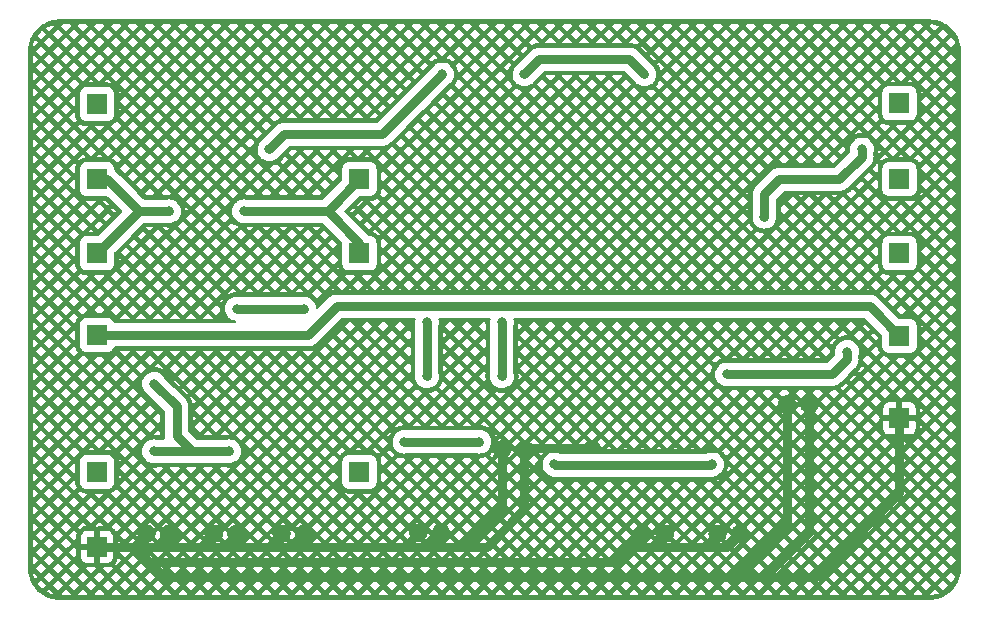
<source format=gbl>
%TF.GenerationSoftware,KiCad,Pcbnew,(6.0.10)*%
%TF.CreationDate,2023-05-18T02:01:34+05:30*%
%TF.ProjectId,EVM_741_signal_routing,45564d5f-3734-4315-9f73-69676e616c5f,rev?*%
%TF.SameCoordinates,Original*%
%TF.FileFunction,Copper,L2,Bot*%
%TF.FilePolarity,Positive*%
%FSLAX46Y46*%
G04 Gerber Fmt 4.6, Leading zero omitted, Abs format (unit mm)*
G04 Created by KiCad (PCBNEW (6.0.10)) date 2023-05-18 02:01:34*
%MOMM*%
%LPD*%
G01*
G04 APERTURE LIST*
%TA.AperFunction,ComponentPad*%
%ADD10R,1.700000X1.700000*%
%TD*%
%TA.AperFunction,ViaPad*%
%ADD11C,0.800000*%
%TD*%
%TA.AperFunction,Conductor*%
%ADD12C,0.750000*%
%TD*%
G04 APERTURE END LIST*
D10*
%TO.P,J14,1,Pin_1*%
%TO.N,VEE*%
X112395000Y-72390000D03*
%TD*%
%TO.P,J13,1,Pin_1*%
%TO.N,VCC*%
X112395000Y-45720000D03*
%TD*%
%TO.P,J12,1,Pin_1*%
%TO.N,vout_jumper*%
X44450000Y-65322500D03*
%TD*%
%TO.P,J11,1,Pin_1*%
%TO.N,vout_jumper*%
X112395000Y-65405000D03*
%TD*%
%TO.P,J10,1,Pin_1*%
%TO.N,vout*%
X112395000Y-58420000D03*
%TD*%
%TO.P,J9,1,Pin_1*%
%TO.N,Net-(J2-Pad1)*%
X66675000Y-58420000D03*
%TD*%
%TO.P,J8,1,Pin_1*%
%TO.N,vin_sine*%
X44450000Y-58420000D03*
%TD*%
%TO.P,J7,1,Pin_1*%
%TO.N,VCC*%
X44450000Y-45797500D03*
%TD*%
%TO.P,J4,1,Pin_1*%
%TO.N,VEE*%
X44450000Y-83262500D03*
%TD*%
%TO.P,J3,1,Pin_1*%
%TO.N,vin_sine*%
X44450000Y-52147500D03*
%TD*%
%TO.P,J2,1,Pin_1*%
%TO.N,Net-(J2-Pad1)*%
X66675000Y-52147500D03*
%TD*%
%TO.P,J1,1,Pin_1*%
%TO.N,Net-(J1-Pad1)*%
X44450000Y-76912500D03*
%TD*%
%TO.P,J6,1,Pin_1*%
%TO.N,vout*%
X112395000Y-52147500D03*
%TD*%
%TO.P,J5,1,Pin_1*%
%TO.N,Net-(J5-Pad1)*%
X66675000Y-76912500D03*
%TD*%
D11*
%TO.N,Net-(Q10-Pad3)*%
X72390000Y-64262000D03*
%TO.N,Net-(Q10-Pad1)*%
X78740000Y-64262000D03*
%TO.N,Net-(Q10-Pad3)*%
X72390000Y-68834000D03*
%TO.N,Net-(Q10-Pad1)*%
X78740000Y-68834000D03*
%TO.N,Net-(J2-Pad1)*%
X56902500Y-54852500D03*
%TO.N,vin_sine*%
X50552500Y-54852500D03*
%TO.N,VEE*%
X102870000Y-71197500D03*
X50552500Y-82157500D03*
X60077500Y-82157500D03*
X54362500Y-82157500D03*
X73577500Y-82075000D03*
X86360000Y-75007500D03*
X80645000Y-75007500D03*
X98895000Y-82157500D03*
X78740000Y-75007500D03*
X71672500Y-82075000D03*
X61982500Y-82157500D03*
X92545000Y-82157500D03*
X96990000Y-82157500D03*
X104775000Y-71197500D03*
X90640000Y-82157500D03*
X56267500Y-82157500D03*
X48647500Y-82157500D03*
%TO.N,Net-(Q1-Pad3)*%
X73660000Y-43257500D03*
X59055000Y-49607500D03*
%TO.N,Net-(Q10-Pad3)*%
X56267500Y-63107500D03*
X61982500Y-63107500D03*
%TO.N,Net-(Q5-Pad1)*%
X49282500Y-69457500D03*
X49282500Y-75172500D03*
X55632500Y-75172500D03*
%TO.N,Net-(Q10-Pad1)*%
X76835000Y-74372500D03*
X70485000Y-74372500D03*
%TO.N,Net-(Q12-Pad1)*%
X80645000Y-43257500D03*
X90805000Y-43257500D03*
%TO.N,Net-(Q14-Pad2)*%
X100965000Y-55322500D03*
X109220000Y-49607500D03*
%TO.N,Net-(Q16-Pad3)*%
X97790000Y-68657500D03*
X107950000Y-66752500D03*
%TO.N,Net-(Q17-Pad2)*%
X96520000Y-76277500D03*
X83185000Y-76277500D03*
%TD*%
D12*
%TO.N,VEE*%
X105332500Y-85802500D02*
X100965000Y-85802500D01*
X112395000Y-78740000D02*
X105332500Y-85802500D01*
X112395000Y-72390000D02*
X112395000Y-78740000D01*
%TO.N,vout_jumper*%
X62312500Y-65322500D02*
X44450000Y-65322500D01*
X64748000Y-62887000D02*
X62312500Y-65322500D01*
X109877000Y-62887000D02*
X64748000Y-62887000D01*
X112395000Y-65405000D02*
X109877000Y-62887000D01*
%TO.N,Net-(J2-Pad1)*%
X66675000Y-57557500D02*
X63970000Y-54852500D01*
X66675000Y-58420000D02*
X66675000Y-57557500D01*
%TO.N,vin_sine*%
X45312500Y-52147500D02*
X44450000Y-52147500D01*
X48017500Y-54852500D02*
X45312500Y-52147500D01*
X50552500Y-54852500D02*
X48017500Y-54852500D01*
X44450000Y-58420000D02*
X48017500Y-54852500D01*
%TO.N,Net-(Q10-Pad1)*%
X78740000Y-68834000D02*
X78740000Y-64262000D01*
%TO.N,Net-(Q10-Pad3)*%
X72390000Y-64262000D02*
X72390000Y-68834000D01*
%TO.N,Net-(J2-Pad1)*%
X56902500Y-54852500D02*
X63970000Y-54852500D01*
X63970000Y-54852500D02*
X66675000Y-52147500D01*
%TO.N,VEE*%
X60877500Y-83262500D02*
X61982500Y-82157500D01*
X91440000Y-83262500D02*
X95885000Y-83262500D01*
X60325000Y-83262500D02*
X60877500Y-83262500D01*
X77470000Y-83262500D02*
X76200000Y-83262500D01*
X47542500Y-83262500D02*
X49447500Y-83262500D01*
X98425000Y-85802500D02*
X50082500Y-85802500D01*
X55162500Y-83262500D02*
X56267500Y-82157500D01*
X76200000Y-83262500D02*
X75565000Y-83262500D01*
X100965000Y-85802500D02*
X104775000Y-81992500D01*
X80645000Y-80087500D02*
X77470000Y-83262500D01*
X55162500Y-83262500D02*
X58972500Y-83262500D01*
X89535000Y-83262500D02*
X90640000Y-82157500D01*
X66040000Y-83262500D02*
X60325000Y-83262500D01*
X95885000Y-83262500D02*
X96990000Y-82157500D01*
X97237500Y-83262500D02*
X97790000Y-83262500D01*
X70485000Y-83262500D02*
X69215000Y-83262500D01*
X48812500Y-84532500D02*
X47542500Y-83262500D01*
X49447500Y-83262500D02*
X53257500Y-83262500D01*
X58972500Y-83262500D02*
X60325000Y-83262500D01*
X71672500Y-82075000D02*
X70485000Y-83262500D01*
X49447500Y-83262500D02*
X50552500Y-82157500D01*
X72390000Y-83262500D02*
X75565000Y-83262500D01*
X102870000Y-81357500D02*
X100965000Y-83262500D01*
X73577500Y-82075000D02*
X72390000Y-83262500D01*
X80750000Y-74902500D02*
X80645000Y-75007500D01*
X86360000Y-75007500D02*
X86255000Y-74902500D01*
X97790000Y-83262500D02*
X98895000Y-82157500D01*
X86255000Y-74902500D02*
X80750000Y-74902500D01*
X47542500Y-83262500D02*
X48647500Y-82157500D01*
X98425000Y-85802500D02*
X100965000Y-83262500D01*
X89535000Y-83262500D02*
X91440000Y-83262500D01*
X69215000Y-83262500D02*
X66040000Y-83262500D01*
X102870000Y-71197500D02*
X102870000Y-81357500D01*
X80645000Y-75007500D02*
X80645000Y-80087500D01*
X98425000Y-85802500D02*
X100965000Y-85802500D01*
X53257500Y-83262500D02*
X54362500Y-82157500D01*
X58972500Y-83262500D02*
X60077500Y-82157500D01*
X88265000Y-84532500D02*
X48812500Y-84532500D01*
X50082500Y-85802500D02*
X48812500Y-84532500D01*
X72390000Y-83262500D02*
X69215000Y-83262500D01*
X89535000Y-83262500D02*
X88265000Y-84532500D01*
X75565000Y-83262500D02*
X78740000Y-80087500D01*
X53257500Y-83262500D02*
X55162500Y-83262500D01*
X91440000Y-83262500D02*
X92545000Y-82157500D01*
X104775000Y-81992500D02*
X104775000Y-71197500D01*
X95885000Y-83262500D02*
X97237500Y-83262500D01*
X44450000Y-83262500D02*
X47542500Y-83262500D01*
X78740000Y-80087500D02*
X78740000Y-75007500D01*
%TO.N,Net-(Q1-Pad3)*%
X68580000Y-48337500D02*
X73660000Y-43257500D01*
X60325000Y-48337500D02*
X68580000Y-48337500D01*
X59055000Y-49607500D02*
X60325000Y-48337500D01*
%TO.N,Net-(Q10-Pad3)*%
X61982500Y-63107500D02*
X56267500Y-63107500D01*
%TO.N,Net-(Q5-Pad1)*%
X51187500Y-73902500D02*
X52457500Y-75172500D01*
X51187500Y-71362500D02*
X51187500Y-73902500D01*
X55632500Y-75172500D02*
X52457500Y-75172500D01*
X49282500Y-69457500D02*
X51187500Y-71362500D01*
X52457500Y-75172500D02*
X49282500Y-75172500D01*
%TO.N,Net-(Q10-Pad1)*%
X70485000Y-74372500D02*
X76835000Y-74372500D01*
%TO.N,Net-(Q12-Pad1)*%
X89535000Y-41987500D02*
X90805000Y-43257500D01*
X81915000Y-41987500D02*
X89535000Y-41987500D01*
X80645000Y-43257500D02*
X81915000Y-41987500D01*
%TO.N,Net-(Q14-Pad2)*%
X100965000Y-53417500D02*
X102235000Y-52147500D01*
X109220000Y-50242500D02*
X109220000Y-49607500D01*
X102235000Y-52147500D02*
X107315000Y-52147500D01*
X100965000Y-55322500D02*
X100965000Y-53417500D01*
X107315000Y-52147500D02*
X109220000Y-50242500D01*
%TO.N,Net-(Q16-Pad3)*%
X107950000Y-67387500D02*
X106680000Y-68657500D01*
X107950000Y-66752500D02*
X107950000Y-67387500D01*
X106680000Y-68657500D02*
X97790000Y-68657500D01*
%TO.N,Net-(Q17-Pad2)*%
X83185000Y-76277500D02*
X83290000Y-76382500D01*
X96415000Y-76382500D02*
X96520000Y-76277500D01*
X83290000Y-76382500D02*
X96415000Y-76382500D01*
%TD*%
%TA.AperFunction,Conductor*%
%TO.N,VEE*%
G36*
X114905018Y-38610000D02*
G01*
X114919851Y-38612310D01*
X114919855Y-38612310D01*
X114928724Y-38613691D01*
X114937626Y-38612527D01*
X114937628Y-38612527D01*
X114941936Y-38611963D01*
X114946720Y-38611338D01*
X114970117Y-38610472D01*
X115226492Y-38624869D01*
X115240524Y-38626450D01*
X115380952Y-38650310D01*
X115521376Y-38674170D01*
X115535151Y-38677314D01*
X115808891Y-38756177D01*
X115822228Y-38760844D01*
X116085418Y-38869861D01*
X116098148Y-38875992D01*
X116347468Y-39013786D01*
X116359432Y-39021303D01*
X116591762Y-39186149D01*
X116602810Y-39194959D01*
X116815224Y-39384785D01*
X116825215Y-39394776D01*
X117015041Y-39607190D01*
X117023851Y-39618238D01*
X117188697Y-39850568D01*
X117196214Y-39862532D01*
X117334008Y-40111852D01*
X117340139Y-40124582D01*
X117449156Y-40387772D01*
X117453823Y-40401109D01*
X117532686Y-40674849D01*
X117535830Y-40688624D01*
X117547200Y-40755540D01*
X117580969Y-40954284D01*
X117583549Y-40969471D01*
X117585131Y-40983510D01*
X117588177Y-41037763D01*
X117599118Y-41232593D01*
X117597817Y-41259036D01*
X117597690Y-41259849D01*
X117597690Y-41259855D01*
X117596309Y-41268724D01*
X117597473Y-41277626D01*
X117597473Y-41277628D01*
X117600436Y-41300283D01*
X117601500Y-41316621D01*
X117601500Y-85040633D01*
X117600000Y-85060018D01*
X117597690Y-85074851D01*
X117597690Y-85074855D01*
X117596309Y-85083724D01*
X117598136Y-85097692D01*
X117598662Y-85101716D01*
X117599528Y-85125119D01*
X117585131Y-85381488D01*
X117583550Y-85395524D01*
X117574042Y-85451482D01*
X117535830Y-85676376D01*
X117532686Y-85690151D01*
X117453823Y-85963891D01*
X117449156Y-85977228D01*
X117340139Y-86240418D01*
X117334008Y-86253148D01*
X117196214Y-86502468D01*
X117188697Y-86514432D01*
X117023851Y-86746762D01*
X117015041Y-86757810D01*
X116825215Y-86970224D01*
X116815224Y-86980215D01*
X116602810Y-87170041D01*
X116591762Y-87178851D01*
X116359432Y-87343697D01*
X116347468Y-87351214D01*
X116098148Y-87489008D01*
X116085418Y-87495139D01*
X115822228Y-87604156D01*
X115808891Y-87608823D01*
X115535151Y-87687686D01*
X115521376Y-87690830D01*
X115380952Y-87714690D01*
X115240524Y-87738550D01*
X115226490Y-87740131D01*
X115157407Y-87744010D01*
X114977407Y-87754118D01*
X114950964Y-87752817D01*
X114950151Y-87752690D01*
X114950145Y-87752690D01*
X114941276Y-87751309D01*
X114932374Y-87752473D01*
X114932372Y-87752473D01*
X114917323Y-87754441D01*
X114909714Y-87755436D01*
X114893379Y-87756500D01*
X41324367Y-87756500D01*
X41304982Y-87755000D01*
X41290149Y-87752690D01*
X41290145Y-87752690D01*
X41281276Y-87751309D01*
X41272374Y-87752473D01*
X41272372Y-87752473D01*
X41268064Y-87753037D01*
X41263280Y-87753662D01*
X41239883Y-87754528D01*
X40983508Y-87740131D01*
X40969476Y-87738550D01*
X40829048Y-87714690D01*
X40688624Y-87690830D01*
X40674849Y-87687686D01*
X40401109Y-87608823D01*
X40387772Y-87604156D01*
X40124582Y-87495139D01*
X40111852Y-87489008D01*
X39862532Y-87351214D01*
X39850568Y-87343697D01*
X39618238Y-87178851D01*
X39607190Y-87170041D01*
X39484259Y-87060182D01*
X40158742Y-87060182D01*
X40291007Y-87133283D01*
X40525963Y-87230605D01*
X40769512Y-87300770D01*
X40846151Y-87224131D01*
X41409006Y-87224131D01*
X41543375Y-87358500D01*
X42125995Y-87358500D01*
X42260363Y-87224132D01*
X42823220Y-87224132D01*
X42957588Y-87358500D01*
X43540209Y-87358500D01*
X43674578Y-87224131D01*
X44237433Y-87224131D01*
X44371802Y-87358500D01*
X44954422Y-87358500D01*
X45088791Y-87224131D01*
X45651647Y-87224131D01*
X45786016Y-87358500D01*
X46368636Y-87358500D01*
X46503005Y-87224131D01*
X47065860Y-87224131D01*
X47200229Y-87358500D01*
X47782850Y-87358500D01*
X47917218Y-87224132D01*
X47917217Y-87224131D01*
X48480074Y-87224131D01*
X48614443Y-87358500D01*
X49197063Y-87358500D01*
X49331432Y-87224131D01*
X49894287Y-87224131D01*
X50028656Y-87358500D01*
X50611277Y-87358500D01*
X50745645Y-87224132D01*
X50745644Y-87224131D01*
X51308501Y-87224131D01*
X51442870Y-87358500D01*
X52025490Y-87358500D01*
X52159858Y-87224132D01*
X52722715Y-87224132D01*
X52857083Y-87358500D01*
X53439704Y-87358500D01*
X53574073Y-87224131D01*
X54136928Y-87224131D01*
X54271297Y-87358500D01*
X54853917Y-87358500D01*
X54988286Y-87224131D01*
X55551142Y-87224131D01*
X55685511Y-87358500D01*
X56268131Y-87358500D01*
X56402500Y-87224131D01*
X56965355Y-87224131D01*
X57099724Y-87358500D01*
X57682344Y-87358500D01*
X57816713Y-87224131D01*
X58379569Y-87224131D01*
X58513938Y-87358500D01*
X59096558Y-87358500D01*
X59230927Y-87224131D01*
X59793782Y-87224131D01*
X59928151Y-87358500D01*
X60510772Y-87358500D01*
X60645140Y-87224132D01*
X60645139Y-87224131D01*
X61207996Y-87224131D01*
X61342365Y-87358500D01*
X61924985Y-87358500D01*
X62059353Y-87224132D01*
X62622210Y-87224132D01*
X62756578Y-87358500D01*
X63339199Y-87358500D01*
X63473568Y-87224131D01*
X64036423Y-87224131D01*
X64170792Y-87358500D01*
X64753412Y-87358500D01*
X64887780Y-87224132D01*
X65450637Y-87224132D01*
X65585005Y-87358500D01*
X66167626Y-87358500D01*
X66301995Y-87224131D01*
X66864850Y-87224131D01*
X66999219Y-87358500D01*
X67581839Y-87358500D01*
X67716208Y-87224131D01*
X68279064Y-87224131D01*
X68413433Y-87358500D01*
X68996053Y-87358500D01*
X69130422Y-87224131D01*
X69693277Y-87224131D01*
X69827646Y-87358500D01*
X70410267Y-87358500D01*
X70544635Y-87224132D01*
X70544634Y-87224131D01*
X71107491Y-87224131D01*
X71241860Y-87358500D01*
X71824480Y-87358500D01*
X71958849Y-87224131D01*
X72521704Y-87224131D01*
X72656073Y-87358500D01*
X73238694Y-87358500D01*
X73373062Y-87224132D01*
X73373061Y-87224131D01*
X73935918Y-87224131D01*
X74070287Y-87358500D01*
X74652907Y-87358500D01*
X74787275Y-87224132D01*
X75350132Y-87224132D01*
X75484500Y-87358500D01*
X76067121Y-87358500D01*
X76201490Y-87224131D01*
X76764345Y-87224131D01*
X76898714Y-87358500D01*
X77481334Y-87358500D01*
X77615702Y-87224132D01*
X78178559Y-87224132D01*
X78312927Y-87358500D01*
X78895548Y-87358500D01*
X79029917Y-87224131D01*
X79592772Y-87224131D01*
X79727141Y-87358500D01*
X80309761Y-87358500D01*
X80444130Y-87224131D01*
X81006986Y-87224131D01*
X81141355Y-87358500D01*
X81723975Y-87358500D01*
X81858344Y-87224131D01*
X82421199Y-87224131D01*
X82555568Y-87358500D01*
X83138189Y-87358500D01*
X83272557Y-87224132D01*
X83272556Y-87224131D01*
X83835413Y-87224131D01*
X83969782Y-87358500D01*
X84552402Y-87358500D01*
X84686770Y-87224132D01*
X85249627Y-87224132D01*
X85383995Y-87358500D01*
X85966616Y-87358500D01*
X86100985Y-87224131D01*
X86663840Y-87224131D01*
X86798209Y-87358500D01*
X87380829Y-87358500D01*
X87515197Y-87224132D01*
X88078054Y-87224132D01*
X88212422Y-87358500D01*
X88795043Y-87358500D01*
X88929412Y-87224131D01*
X89492267Y-87224131D01*
X89626636Y-87358500D01*
X90209256Y-87358500D01*
X90343625Y-87224131D01*
X90906481Y-87224131D01*
X91040850Y-87358500D01*
X91623470Y-87358500D01*
X91757839Y-87224131D01*
X92320694Y-87224131D01*
X92455063Y-87358500D01*
X93037684Y-87358500D01*
X93172052Y-87224132D01*
X93172051Y-87224131D01*
X93734908Y-87224131D01*
X93869277Y-87358500D01*
X94451897Y-87358500D01*
X94586266Y-87224131D01*
X95149121Y-87224131D01*
X95283490Y-87358500D01*
X95866111Y-87358500D01*
X96000479Y-87224132D01*
X96000478Y-87224131D01*
X96563335Y-87224131D01*
X96697704Y-87358500D01*
X97280324Y-87358500D01*
X97414692Y-87224132D01*
X97977549Y-87224132D01*
X98111917Y-87358500D01*
X98694538Y-87358500D01*
X98828907Y-87224131D01*
X99391762Y-87224131D01*
X99526131Y-87358500D01*
X100108751Y-87358500D01*
X100243119Y-87224132D01*
X100805976Y-87224132D01*
X100940344Y-87358500D01*
X101522965Y-87358500D01*
X101657334Y-87224131D01*
X102220189Y-87224131D01*
X102354558Y-87358500D01*
X102937178Y-87358500D01*
X103071547Y-87224131D01*
X103634403Y-87224131D01*
X103768772Y-87358500D01*
X104351392Y-87358500D01*
X104485761Y-87224131D01*
X105048616Y-87224131D01*
X105182985Y-87358500D01*
X105765606Y-87358500D01*
X105899974Y-87224132D01*
X105899973Y-87224131D01*
X106462830Y-87224131D01*
X106597199Y-87358500D01*
X107179819Y-87358500D01*
X107314188Y-87224131D01*
X107877043Y-87224131D01*
X108011412Y-87358500D01*
X108594033Y-87358500D01*
X108728401Y-87224132D01*
X108728400Y-87224131D01*
X109291257Y-87224131D01*
X109425626Y-87358500D01*
X110008246Y-87358500D01*
X110142614Y-87224132D01*
X110705471Y-87224132D01*
X110839839Y-87358500D01*
X111422460Y-87358500D01*
X111556829Y-87224131D01*
X112119684Y-87224131D01*
X112254053Y-87358500D01*
X112836673Y-87358500D01*
X112971042Y-87224131D01*
X113533898Y-87224131D01*
X113668267Y-87358500D01*
X114250887Y-87358500D01*
X114385256Y-87224131D01*
X114948111Y-87224131D01*
X115074044Y-87350064D01*
X115188918Y-87343614D01*
X115439646Y-87301012D01*
X115684037Y-87230605D01*
X115770237Y-87194899D01*
X115373790Y-86798452D01*
X114948111Y-87224131D01*
X114385256Y-87224131D01*
X113959577Y-86798452D01*
X113533898Y-87224131D01*
X112971042Y-87224131D01*
X112545363Y-86798452D01*
X112119684Y-87224131D01*
X111556829Y-87224131D01*
X111131150Y-86798452D01*
X110705471Y-87224132D01*
X110142614Y-87224132D01*
X110142615Y-87224131D01*
X109716936Y-86798452D01*
X109291257Y-87224131D01*
X108728400Y-87224131D01*
X108302722Y-86798452D01*
X107877043Y-87224131D01*
X107314188Y-87224131D01*
X106888509Y-86798452D01*
X106462830Y-87224131D01*
X105899973Y-87224131D01*
X105474295Y-86798452D01*
X105048616Y-87224131D01*
X104485761Y-87224131D01*
X104060082Y-86798452D01*
X103634403Y-87224131D01*
X103071547Y-87224131D01*
X102645868Y-86798452D01*
X102220189Y-87224131D01*
X101657334Y-87224131D01*
X101231655Y-86798452D01*
X100805976Y-87224132D01*
X100243119Y-87224132D01*
X100243120Y-87224131D01*
X99817441Y-86798452D01*
X99391762Y-87224131D01*
X98828907Y-87224131D01*
X98403228Y-86798452D01*
X97977549Y-87224132D01*
X97414692Y-87224132D01*
X97414693Y-87224131D01*
X96989014Y-86798452D01*
X96563335Y-87224131D01*
X96000478Y-87224131D01*
X95574800Y-86798452D01*
X95149121Y-87224131D01*
X94586266Y-87224131D01*
X94160587Y-86798452D01*
X93734908Y-87224131D01*
X93172051Y-87224131D01*
X92746373Y-86798452D01*
X92320694Y-87224131D01*
X91757839Y-87224131D01*
X91332160Y-86798452D01*
X90906481Y-87224131D01*
X90343625Y-87224131D01*
X89917946Y-86798452D01*
X89492267Y-87224131D01*
X88929412Y-87224131D01*
X88503733Y-86798452D01*
X88078054Y-87224132D01*
X87515197Y-87224132D01*
X87515198Y-87224131D01*
X87089519Y-86798452D01*
X86663840Y-87224131D01*
X86100985Y-87224131D01*
X85675306Y-86798452D01*
X85249627Y-87224132D01*
X84686770Y-87224132D01*
X84686771Y-87224131D01*
X84261092Y-86798452D01*
X83835413Y-87224131D01*
X83272556Y-87224131D01*
X82846878Y-86798452D01*
X82421199Y-87224131D01*
X81858344Y-87224131D01*
X81432665Y-86798452D01*
X81006986Y-87224131D01*
X80444130Y-87224131D01*
X80018451Y-86798452D01*
X79592772Y-87224131D01*
X79029917Y-87224131D01*
X78604238Y-86798452D01*
X78178559Y-87224132D01*
X77615702Y-87224132D01*
X77615703Y-87224131D01*
X77190024Y-86798452D01*
X76764345Y-87224131D01*
X76201490Y-87224131D01*
X75775811Y-86798452D01*
X75350132Y-87224132D01*
X74787275Y-87224132D01*
X74787276Y-87224131D01*
X74361597Y-86798452D01*
X73935918Y-87224131D01*
X73373061Y-87224131D01*
X72947383Y-86798452D01*
X72521704Y-87224131D01*
X71958849Y-87224131D01*
X71533170Y-86798452D01*
X71107491Y-87224131D01*
X70544634Y-87224131D01*
X70118956Y-86798452D01*
X69693277Y-87224131D01*
X69130422Y-87224131D01*
X68704743Y-86798452D01*
X68279064Y-87224131D01*
X67716208Y-87224131D01*
X67290529Y-86798452D01*
X66864850Y-87224131D01*
X66301995Y-87224131D01*
X65876316Y-86798452D01*
X65450637Y-87224132D01*
X64887780Y-87224132D01*
X64887781Y-87224131D01*
X64462102Y-86798452D01*
X64036423Y-87224131D01*
X63473568Y-87224131D01*
X63047889Y-86798452D01*
X62622210Y-87224132D01*
X62059353Y-87224132D01*
X62059354Y-87224131D01*
X61633675Y-86798452D01*
X61207996Y-87224131D01*
X60645139Y-87224131D01*
X60219461Y-86798452D01*
X59793782Y-87224131D01*
X59230927Y-87224131D01*
X58805248Y-86798452D01*
X58379569Y-87224131D01*
X57816713Y-87224131D01*
X57391034Y-86798452D01*
X56965355Y-87224131D01*
X56402500Y-87224131D01*
X55976821Y-86798452D01*
X55551142Y-87224131D01*
X54988286Y-87224131D01*
X54562607Y-86798452D01*
X54136928Y-87224131D01*
X53574073Y-87224131D01*
X53148394Y-86798452D01*
X52722715Y-87224132D01*
X52159858Y-87224132D01*
X52159859Y-87224131D01*
X51734180Y-86798452D01*
X51308501Y-87224131D01*
X50745644Y-87224131D01*
X50319966Y-86798452D01*
X49894287Y-87224131D01*
X49331432Y-87224131D01*
X48905753Y-86798452D01*
X48480074Y-87224131D01*
X47917217Y-87224131D01*
X47491539Y-86798452D01*
X47065860Y-87224131D01*
X46503005Y-87224131D01*
X46077326Y-86798452D01*
X45651647Y-87224131D01*
X45088791Y-87224131D01*
X44663112Y-86798452D01*
X44237433Y-87224131D01*
X43674578Y-87224131D01*
X43248899Y-86798452D01*
X42823220Y-87224132D01*
X42260363Y-87224132D01*
X42260364Y-87224131D01*
X41834685Y-86798452D01*
X41409006Y-87224131D01*
X40846151Y-87224131D01*
X40420472Y-86798452D01*
X40158742Y-87060182D01*
X39484259Y-87060182D01*
X39394776Y-86980215D01*
X39384785Y-86970224D01*
X39194959Y-86757810D01*
X39186149Y-86746762D01*
X39021303Y-86514432D01*
X39013786Y-86502468D01*
X38949587Y-86386309D01*
X39418401Y-86386309D01*
X39501903Y-86503994D01*
X39671372Y-86693628D01*
X39825078Y-86830990D01*
X40139044Y-86517024D01*
X40701899Y-86517024D01*
X41127578Y-86942703D01*
X41553257Y-86517024D01*
X42116113Y-86517024D01*
X42541792Y-86942703D01*
X42967471Y-86517024D01*
X43530326Y-86517024D01*
X43956005Y-86942703D01*
X44381684Y-86517024D01*
X44944540Y-86517024D01*
X45370219Y-86942703D01*
X45795898Y-86517024D01*
X46358754Y-86517024D01*
X46784433Y-86942703D01*
X47210112Y-86517024D01*
X47772967Y-86517024D01*
X48198646Y-86942703D01*
X48624325Y-86517024D01*
X49187181Y-86517024D01*
X49612860Y-86942703D01*
X50038539Y-86517024D01*
X50601394Y-86517024D01*
X51027073Y-86942703D01*
X51452752Y-86517024D01*
X52015608Y-86517024D01*
X52441287Y-86942703D01*
X52866966Y-86517024D01*
X53429821Y-86517024D01*
X53855500Y-86942703D01*
X54281179Y-86517024D01*
X54844035Y-86517024D01*
X55269714Y-86942703D01*
X55695393Y-86517024D01*
X56258248Y-86517024D01*
X56683927Y-86942703D01*
X57109606Y-86517024D01*
X57672462Y-86517024D01*
X58098141Y-86942703D01*
X58523820Y-86517024D01*
X59086676Y-86517024D01*
X59512355Y-86942703D01*
X59938034Y-86517024D01*
X60500889Y-86517024D01*
X60926568Y-86942703D01*
X61352247Y-86517024D01*
X61915103Y-86517024D01*
X62340782Y-86942703D01*
X62766461Y-86517024D01*
X63329316Y-86517024D01*
X63754995Y-86942703D01*
X64180674Y-86517024D01*
X64743530Y-86517024D01*
X65169209Y-86942703D01*
X65594888Y-86517024D01*
X66157743Y-86517024D01*
X66583422Y-86942703D01*
X67009101Y-86517024D01*
X67571957Y-86517024D01*
X67997636Y-86942703D01*
X68423315Y-86517024D01*
X68986171Y-86517024D01*
X69411850Y-86942703D01*
X69837529Y-86517024D01*
X70400384Y-86517024D01*
X70826063Y-86942703D01*
X71251742Y-86517024D01*
X71814598Y-86517024D01*
X72240277Y-86942703D01*
X72665956Y-86517024D01*
X73228811Y-86517024D01*
X73654490Y-86942703D01*
X74080169Y-86517024D01*
X74643025Y-86517024D01*
X75068704Y-86942703D01*
X75494383Y-86517024D01*
X76057238Y-86517024D01*
X76482917Y-86942703D01*
X76908596Y-86517024D01*
X77471452Y-86517024D01*
X77897131Y-86942703D01*
X78322810Y-86517024D01*
X78885665Y-86517024D01*
X79311344Y-86942703D01*
X79737023Y-86517024D01*
X80299879Y-86517024D01*
X80725558Y-86942703D01*
X81151237Y-86517024D01*
X81714093Y-86517024D01*
X82139772Y-86942703D01*
X82565451Y-86517024D01*
X83128306Y-86517024D01*
X83553985Y-86942703D01*
X83979664Y-86517024D01*
X84542520Y-86517024D01*
X84968199Y-86942703D01*
X85393878Y-86517024D01*
X85956733Y-86517024D01*
X86382412Y-86942703D01*
X86808091Y-86517024D01*
X87370947Y-86517024D01*
X87796626Y-86942703D01*
X88222305Y-86517024D01*
X88785160Y-86517024D01*
X89210839Y-86942703D01*
X89636518Y-86517024D01*
X90199374Y-86517024D01*
X90625053Y-86942703D01*
X91050732Y-86517024D01*
X91613588Y-86517024D01*
X92039267Y-86942703D01*
X92464946Y-86517024D01*
X93027801Y-86517024D01*
X93453480Y-86942703D01*
X93879159Y-86517024D01*
X94442015Y-86517024D01*
X94867694Y-86942703D01*
X95293373Y-86517024D01*
X95856228Y-86517024D01*
X96281907Y-86942703D01*
X96707586Y-86517024D01*
X97270442Y-86517024D01*
X97696121Y-86942703D01*
X98121800Y-86517024D01*
X98684655Y-86517024D01*
X99110334Y-86942703D01*
X99536013Y-86517024D01*
X100098869Y-86517024D01*
X100524548Y-86942703D01*
X100950227Y-86517024D01*
X101513082Y-86517024D01*
X101938761Y-86942703D01*
X102364440Y-86517024D01*
X102927296Y-86517024D01*
X103352975Y-86942703D01*
X103778654Y-86517024D01*
X104341510Y-86517024D01*
X104767189Y-86942703D01*
X105192868Y-86517024D01*
X105755723Y-86517024D01*
X106181402Y-86942703D01*
X106607081Y-86517024D01*
X107169937Y-86517024D01*
X107595616Y-86942703D01*
X108021295Y-86517024D01*
X108584150Y-86517024D01*
X109009829Y-86942703D01*
X109435508Y-86517024D01*
X109998364Y-86517024D01*
X110424043Y-86942703D01*
X110849722Y-86517024D01*
X111412577Y-86517024D01*
X111838256Y-86942703D01*
X112263935Y-86517024D01*
X112826791Y-86517024D01*
X113252470Y-86942703D01*
X113678149Y-86517024D01*
X114241005Y-86517024D01*
X114666684Y-86942703D01*
X115092363Y-86517024D01*
X115655218Y-86517024D01*
X116080897Y-86942703D01*
X116506576Y-86517024D01*
X116080897Y-86091345D01*
X115655218Y-86517024D01*
X115092363Y-86517024D01*
X114666684Y-86091345D01*
X114241005Y-86517024D01*
X113678149Y-86517024D01*
X113252470Y-86091345D01*
X112826791Y-86517024D01*
X112263935Y-86517024D01*
X111838256Y-86091345D01*
X111412577Y-86517024D01*
X110849722Y-86517024D01*
X110424043Y-86091345D01*
X109998364Y-86517024D01*
X109435508Y-86517024D01*
X109009829Y-86091345D01*
X108584150Y-86517024D01*
X108021295Y-86517024D01*
X107595616Y-86091345D01*
X107169937Y-86517024D01*
X106607081Y-86517024D01*
X106181402Y-86091345D01*
X105755723Y-86517024D01*
X105192868Y-86517024D01*
X104767189Y-86091345D01*
X104341510Y-86517024D01*
X103778654Y-86517024D01*
X103352975Y-86091345D01*
X102927296Y-86517024D01*
X102364440Y-86517024D01*
X101938761Y-86091345D01*
X101513082Y-86517024D01*
X100950227Y-86517024D01*
X100524548Y-86091345D01*
X100098869Y-86517024D01*
X99536013Y-86517024D01*
X99110334Y-86091345D01*
X98684655Y-86517024D01*
X98121800Y-86517024D01*
X97696121Y-86091345D01*
X97270442Y-86517024D01*
X96707586Y-86517024D01*
X96281907Y-86091345D01*
X95856228Y-86517024D01*
X95293373Y-86517024D01*
X94867694Y-86091345D01*
X94442015Y-86517024D01*
X93879159Y-86517024D01*
X93453480Y-86091345D01*
X93027801Y-86517024D01*
X92464946Y-86517024D01*
X92039267Y-86091345D01*
X91613588Y-86517024D01*
X91050732Y-86517024D01*
X90625053Y-86091345D01*
X90199374Y-86517024D01*
X89636518Y-86517024D01*
X89210839Y-86091345D01*
X88785160Y-86517024D01*
X88222305Y-86517024D01*
X87796626Y-86091345D01*
X87370947Y-86517024D01*
X86808091Y-86517024D01*
X86382412Y-86091345D01*
X85956733Y-86517024D01*
X85393878Y-86517024D01*
X84968199Y-86091345D01*
X84542520Y-86517024D01*
X83979664Y-86517024D01*
X83553985Y-86091345D01*
X83128306Y-86517024D01*
X82565451Y-86517024D01*
X82139772Y-86091345D01*
X81714093Y-86517024D01*
X81151237Y-86517024D01*
X80725558Y-86091345D01*
X80299879Y-86517024D01*
X79737023Y-86517024D01*
X79311344Y-86091345D01*
X78885665Y-86517024D01*
X78322810Y-86517024D01*
X77897131Y-86091345D01*
X77471452Y-86517024D01*
X76908596Y-86517024D01*
X76482917Y-86091345D01*
X76057238Y-86517024D01*
X75494383Y-86517024D01*
X75068704Y-86091345D01*
X74643025Y-86517024D01*
X74080169Y-86517024D01*
X73654490Y-86091345D01*
X73228811Y-86517024D01*
X72665956Y-86517024D01*
X72240277Y-86091345D01*
X71814598Y-86517024D01*
X71251742Y-86517024D01*
X70826063Y-86091345D01*
X70400384Y-86517024D01*
X69837529Y-86517024D01*
X69411850Y-86091345D01*
X68986171Y-86517024D01*
X68423315Y-86517024D01*
X67997636Y-86091345D01*
X67571957Y-86517024D01*
X67009101Y-86517024D01*
X66583422Y-86091345D01*
X66157743Y-86517024D01*
X65594888Y-86517024D01*
X65169209Y-86091345D01*
X64743530Y-86517024D01*
X64180674Y-86517024D01*
X63754995Y-86091345D01*
X63329316Y-86517024D01*
X62766461Y-86517024D01*
X62340782Y-86091345D01*
X61915103Y-86517024D01*
X61352247Y-86517024D01*
X60926568Y-86091345D01*
X60500889Y-86517024D01*
X59938034Y-86517024D01*
X59512355Y-86091345D01*
X59086676Y-86517024D01*
X58523820Y-86517024D01*
X58098141Y-86091345D01*
X57672462Y-86517024D01*
X57109606Y-86517024D01*
X56683927Y-86091345D01*
X56258248Y-86517024D01*
X55695393Y-86517024D01*
X55269714Y-86091345D01*
X54844035Y-86517024D01*
X54281179Y-86517024D01*
X53855500Y-86091345D01*
X53429821Y-86517024D01*
X52866966Y-86517024D01*
X52441287Y-86091345D01*
X52015608Y-86517024D01*
X51452752Y-86517024D01*
X51027073Y-86091345D01*
X50601394Y-86517024D01*
X50038539Y-86517024D01*
X49612860Y-86091345D01*
X49187181Y-86517024D01*
X48624325Y-86517024D01*
X48198646Y-86091345D01*
X47772967Y-86517024D01*
X47210112Y-86517024D01*
X46784433Y-86091345D01*
X46358754Y-86517024D01*
X45795898Y-86517024D01*
X45370219Y-86091345D01*
X44944540Y-86517024D01*
X44381684Y-86517024D01*
X43956005Y-86091345D01*
X43530326Y-86517024D01*
X42967471Y-86517024D01*
X42541792Y-86091345D01*
X42116113Y-86517024D01*
X41553257Y-86517024D01*
X41127578Y-86091345D01*
X40701899Y-86517024D01*
X40139044Y-86517024D01*
X39713365Y-86091345D01*
X39418401Y-86386309D01*
X38949587Y-86386309D01*
X38875992Y-86253148D01*
X38869861Y-86240418D01*
X38760844Y-85977228D01*
X38756177Y-85963891D01*
X38677314Y-85690151D01*
X38674170Y-85676376D01*
X38635958Y-85451482D01*
X38629031Y-85410716D01*
X39032736Y-85410716D01*
X39063988Y-85594646D01*
X39134395Y-85839037D01*
X39213014Y-86028840D01*
X39431936Y-85809918D01*
X39994793Y-85809918D01*
X40420471Y-86235596D01*
X40846151Y-85809917D01*
X41409006Y-85809917D01*
X41834685Y-86235596D01*
X42260363Y-85809918D01*
X42823220Y-85809918D01*
X43248898Y-86235596D01*
X43674578Y-85809917D01*
X44237433Y-85809917D01*
X44663112Y-86235596D01*
X45088791Y-85809917D01*
X45651647Y-85809917D01*
X46077326Y-86235596D01*
X46503005Y-85809917D01*
X47065860Y-85809917D01*
X47491540Y-86235596D01*
X47917218Y-85809918D01*
X47917217Y-85809917D01*
X48480074Y-85809917D01*
X48905753Y-86235596D01*
X49331432Y-85809917D01*
X49894287Y-85809917D01*
X50319967Y-86235596D01*
X50745645Y-85809918D01*
X50745644Y-85809917D01*
X51308501Y-85809917D01*
X51734180Y-86235596D01*
X52159858Y-85809918D01*
X52722715Y-85809918D01*
X53148393Y-86235596D01*
X53574073Y-85809917D01*
X54136928Y-85809917D01*
X54562607Y-86235596D01*
X54988286Y-85809917D01*
X55551142Y-85809917D01*
X55976821Y-86235596D01*
X56402500Y-85809917D01*
X56965355Y-85809917D01*
X57391034Y-86235596D01*
X57816713Y-85809917D01*
X58379569Y-85809917D01*
X58805248Y-86235596D01*
X59230927Y-85809917D01*
X59793782Y-85809917D01*
X60219462Y-86235596D01*
X60645140Y-85809918D01*
X60645139Y-85809917D01*
X61207996Y-85809917D01*
X61633675Y-86235596D01*
X62059353Y-85809918D01*
X62622210Y-85809918D01*
X63047888Y-86235596D01*
X63473568Y-85809917D01*
X64036423Y-85809917D01*
X64462102Y-86235596D01*
X64887780Y-85809918D01*
X65450637Y-85809918D01*
X65876315Y-86235596D01*
X66301995Y-85809917D01*
X66864850Y-85809917D01*
X67290529Y-86235596D01*
X67716208Y-85809917D01*
X68279064Y-85809917D01*
X68704743Y-86235596D01*
X69130422Y-85809917D01*
X69693277Y-85809917D01*
X70118957Y-86235596D01*
X70544635Y-85809918D01*
X70544634Y-85809917D01*
X71107491Y-85809917D01*
X71533170Y-86235596D01*
X71958849Y-85809917D01*
X72521704Y-85809917D01*
X72947384Y-86235596D01*
X73373062Y-85809918D01*
X73373061Y-85809917D01*
X73935918Y-85809917D01*
X74361597Y-86235596D01*
X74787275Y-85809918D01*
X75350132Y-85809918D01*
X75775810Y-86235596D01*
X76201490Y-85809917D01*
X76764345Y-85809917D01*
X77190024Y-86235596D01*
X77615702Y-85809918D01*
X78178559Y-85809918D01*
X78604237Y-86235596D01*
X79029917Y-85809917D01*
X79592772Y-85809917D01*
X80018451Y-86235596D01*
X80444130Y-85809917D01*
X81006986Y-85809917D01*
X81432665Y-86235596D01*
X81858344Y-85809917D01*
X82421199Y-85809917D01*
X82846879Y-86235596D01*
X83272557Y-85809918D01*
X83272556Y-85809917D01*
X83835413Y-85809917D01*
X84261092Y-86235596D01*
X84686770Y-85809918D01*
X85249627Y-85809918D01*
X85675305Y-86235596D01*
X86100985Y-85809917D01*
X86663840Y-85809917D01*
X87089519Y-86235596D01*
X87515197Y-85809918D01*
X88078054Y-85809918D01*
X88503732Y-86235596D01*
X88929412Y-85809917D01*
X89492267Y-85809917D01*
X89917946Y-86235596D01*
X90343625Y-85809917D01*
X90906481Y-85809917D01*
X91332160Y-86235596D01*
X91757839Y-85809917D01*
X92320694Y-85809917D01*
X92746374Y-86235596D01*
X93172052Y-85809918D01*
X93172051Y-85809917D01*
X93734908Y-85809917D01*
X94160587Y-86235596D01*
X94586266Y-85809917D01*
X95149121Y-85809917D01*
X95574801Y-86235596D01*
X96000479Y-85809918D01*
X96000478Y-85809917D01*
X96563335Y-85809917D01*
X96989014Y-86235596D01*
X97414692Y-85809918D01*
X97977549Y-85809918D01*
X98403227Y-86235596D01*
X98828907Y-85809917D01*
X99391762Y-85809917D01*
X99817441Y-86235596D01*
X100243119Y-85809918D01*
X100805976Y-85809918D01*
X101231654Y-86235596D01*
X101657334Y-85809917D01*
X102220189Y-85809917D01*
X102645868Y-86235596D01*
X103071547Y-85809917D01*
X103634403Y-85809917D01*
X104060082Y-86235596D01*
X104485761Y-85809917D01*
X105048616Y-85809917D01*
X105474296Y-86235596D01*
X105899974Y-85809918D01*
X105899973Y-85809917D01*
X106462830Y-85809917D01*
X106888509Y-86235596D01*
X107314188Y-85809917D01*
X107877043Y-85809917D01*
X108302723Y-86235596D01*
X108728401Y-85809918D01*
X108728400Y-85809917D01*
X109291257Y-85809917D01*
X109716936Y-86235596D01*
X110142614Y-85809918D01*
X110705471Y-85809918D01*
X111131149Y-86235596D01*
X111556829Y-85809917D01*
X112119684Y-85809917D01*
X112545363Y-86235596D01*
X112971042Y-85809917D01*
X113533898Y-85809917D01*
X113959577Y-86235596D01*
X114385256Y-85809917D01*
X114948111Y-85809917D01*
X115373791Y-86235596D01*
X115799469Y-85809918D01*
X115799468Y-85809917D01*
X116362325Y-85809917D01*
X116788005Y-86235596D01*
X116998559Y-86025042D01*
X117075604Y-85839039D01*
X117113000Y-85709234D01*
X116788004Y-85384238D01*
X116362325Y-85809917D01*
X115799468Y-85809917D01*
X115373790Y-85384238D01*
X114948111Y-85809917D01*
X114385256Y-85809917D01*
X113959577Y-85384238D01*
X113533898Y-85809917D01*
X112971042Y-85809917D01*
X112545363Y-85384238D01*
X112119684Y-85809917D01*
X111556829Y-85809917D01*
X111131150Y-85384238D01*
X110705471Y-85809918D01*
X110142614Y-85809918D01*
X110142615Y-85809917D01*
X109716936Y-85384238D01*
X109291257Y-85809917D01*
X108728400Y-85809917D01*
X108302722Y-85384238D01*
X107877043Y-85809917D01*
X107314188Y-85809917D01*
X106888509Y-85384238D01*
X106462830Y-85809917D01*
X105899973Y-85809917D01*
X105474295Y-85384238D01*
X105048616Y-85809917D01*
X104485761Y-85809917D01*
X104060082Y-85384238D01*
X103634403Y-85809917D01*
X103071547Y-85809917D01*
X102645868Y-85384238D01*
X102220189Y-85809917D01*
X101657334Y-85809917D01*
X101231655Y-85384238D01*
X100805976Y-85809918D01*
X100243119Y-85809918D01*
X100243120Y-85809917D01*
X99817441Y-85384238D01*
X99391762Y-85809917D01*
X98828907Y-85809917D01*
X98403228Y-85384238D01*
X97977549Y-85809918D01*
X97414692Y-85809918D01*
X97414693Y-85809917D01*
X96989014Y-85384238D01*
X96563335Y-85809917D01*
X96000478Y-85809917D01*
X95574800Y-85384238D01*
X95149121Y-85809917D01*
X94586266Y-85809917D01*
X94160587Y-85384238D01*
X93734908Y-85809917D01*
X93172051Y-85809917D01*
X92746373Y-85384238D01*
X92320694Y-85809917D01*
X91757839Y-85809917D01*
X91332160Y-85384238D01*
X90906481Y-85809917D01*
X90343625Y-85809917D01*
X89917946Y-85384238D01*
X89492267Y-85809917D01*
X88929412Y-85809917D01*
X88503733Y-85384238D01*
X88078054Y-85809918D01*
X87515197Y-85809918D01*
X87515198Y-85809917D01*
X87089519Y-85384238D01*
X86663840Y-85809917D01*
X86100985Y-85809917D01*
X85675306Y-85384238D01*
X85249627Y-85809918D01*
X84686770Y-85809918D01*
X84686771Y-85809917D01*
X84261092Y-85384238D01*
X83835413Y-85809917D01*
X83272556Y-85809917D01*
X82846878Y-85384238D01*
X82421199Y-85809917D01*
X81858344Y-85809917D01*
X81432665Y-85384238D01*
X81006986Y-85809917D01*
X80444130Y-85809917D01*
X80018451Y-85384238D01*
X79592772Y-85809917D01*
X79029917Y-85809917D01*
X78604238Y-85384238D01*
X78178559Y-85809918D01*
X77615702Y-85809918D01*
X77615703Y-85809917D01*
X77190024Y-85384238D01*
X76764345Y-85809917D01*
X76201490Y-85809917D01*
X75775811Y-85384238D01*
X75350132Y-85809918D01*
X74787275Y-85809918D01*
X74787276Y-85809917D01*
X74361597Y-85384238D01*
X73935918Y-85809917D01*
X73373061Y-85809917D01*
X72947383Y-85384238D01*
X72521704Y-85809917D01*
X71958849Y-85809917D01*
X71533170Y-85384238D01*
X71107491Y-85809917D01*
X70544634Y-85809917D01*
X70118956Y-85384238D01*
X69693277Y-85809917D01*
X69130422Y-85809917D01*
X68704743Y-85384238D01*
X68279064Y-85809917D01*
X67716208Y-85809917D01*
X67290529Y-85384238D01*
X66864850Y-85809917D01*
X66301995Y-85809917D01*
X65876316Y-85384238D01*
X65450637Y-85809918D01*
X64887780Y-85809918D01*
X64887781Y-85809917D01*
X64462102Y-85384238D01*
X64036423Y-85809917D01*
X63473568Y-85809917D01*
X63047889Y-85384238D01*
X62622210Y-85809918D01*
X62059353Y-85809918D01*
X62059354Y-85809917D01*
X61633675Y-85384238D01*
X61207996Y-85809917D01*
X60645139Y-85809917D01*
X60219461Y-85384238D01*
X59793782Y-85809917D01*
X59230927Y-85809917D01*
X58805248Y-85384238D01*
X58379569Y-85809917D01*
X57816713Y-85809917D01*
X57391034Y-85384238D01*
X56965355Y-85809917D01*
X56402500Y-85809917D01*
X55976821Y-85384238D01*
X55551142Y-85809917D01*
X54988286Y-85809917D01*
X54562607Y-85384238D01*
X54136928Y-85809917D01*
X53574073Y-85809917D01*
X53148394Y-85384238D01*
X52722715Y-85809918D01*
X52159858Y-85809918D01*
X52159859Y-85809917D01*
X51734180Y-85384238D01*
X51308501Y-85809917D01*
X50745644Y-85809917D01*
X50319966Y-85384238D01*
X49894287Y-85809917D01*
X49331432Y-85809917D01*
X48905753Y-85384238D01*
X48480074Y-85809917D01*
X47917217Y-85809917D01*
X47491539Y-85384238D01*
X47065860Y-85809917D01*
X46503005Y-85809917D01*
X46077326Y-85384238D01*
X45651647Y-85809917D01*
X45088791Y-85809917D01*
X44663112Y-85384238D01*
X44237433Y-85809917D01*
X43674578Y-85809917D01*
X43248899Y-85384238D01*
X42823220Y-85809918D01*
X42260363Y-85809918D01*
X42260364Y-85809917D01*
X41834685Y-85384238D01*
X41409006Y-85809917D01*
X40846151Y-85809917D01*
X40420472Y-85384238D01*
X39994793Y-85809918D01*
X39431936Y-85809918D01*
X39431937Y-85809917D01*
X39032736Y-85410716D01*
X38629031Y-85410716D01*
X38626450Y-85395524D01*
X38624869Y-85381488D01*
X38611089Y-85136102D01*
X38612411Y-85112208D01*
X38612334Y-85112201D01*
X38612537Y-85109937D01*
X38612637Y-85108131D01*
X38612770Y-85107342D01*
X38613532Y-85102811D01*
X39287686Y-85102811D01*
X39713365Y-85528490D01*
X40139044Y-85102811D01*
X40701899Y-85102811D01*
X41127578Y-85528490D01*
X41553257Y-85102811D01*
X42116113Y-85102811D01*
X42541792Y-85528490D01*
X42967471Y-85102811D01*
X43530326Y-85102811D01*
X43956005Y-85528490D01*
X44381683Y-85102811D01*
X44944540Y-85102811D01*
X45370219Y-85528490D01*
X45795898Y-85102811D01*
X45795897Y-85102810D01*
X46358754Y-85102810D01*
X46784433Y-85528490D01*
X47210112Y-85102811D01*
X47772967Y-85102811D01*
X48198646Y-85528490D01*
X48624325Y-85102811D01*
X48624324Y-85102810D01*
X49187181Y-85102810D01*
X49612860Y-85528490D01*
X50038539Y-85102811D01*
X50601394Y-85102811D01*
X51027073Y-85528490D01*
X51452752Y-85102811D01*
X52015608Y-85102811D01*
X52441287Y-85528490D01*
X52866966Y-85102811D01*
X53429821Y-85102811D01*
X53855500Y-85528490D01*
X54281178Y-85102811D01*
X54844035Y-85102811D01*
X55269714Y-85528490D01*
X55695393Y-85102811D01*
X56258248Y-85102811D01*
X56683927Y-85528490D01*
X57109605Y-85102811D01*
X57672462Y-85102811D01*
X58098141Y-85528490D01*
X58523820Y-85102811D01*
X58523819Y-85102810D01*
X59086676Y-85102810D01*
X59512355Y-85528490D01*
X59938034Y-85102811D01*
X60500889Y-85102811D01*
X60926568Y-85528490D01*
X61352247Y-85102811D01*
X61915103Y-85102811D01*
X62340782Y-85528490D01*
X62766461Y-85102811D01*
X63329316Y-85102811D01*
X63754995Y-85528490D01*
X64180674Y-85102811D01*
X64743530Y-85102811D01*
X65169209Y-85528490D01*
X65594888Y-85102811D01*
X66157743Y-85102811D01*
X66583422Y-85528490D01*
X67009100Y-85102811D01*
X67571957Y-85102811D01*
X67997636Y-85528490D01*
X68423315Y-85102811D01*
X68423314Y-85102810D01*
X68986171Y-85102810D01*
X69411850Y-85528490D01*
X69837529Y-85102811D01*
X70400384Y-85102811D01*
X70826063Y-85528490D01*
X71251742Y-85102811D01*
X71251741Y-85102810D01*
X71814598Y-85102810D01*
X72240277Y-85528490D01*
X72665956Y-85102811D01*
X73228811Y-85102811D01*
X73654490Y-85528490D01*
X74080169Y-85102811D01*
X74643025Y-85102811D01*
X75068704Y-85528490D01*
X75494383Y-85102811D01*
X76057238Y-85102811D01*
X76482917Y-85528490D01*
X76908595Y-85102811D01*
X77471452Y-85102811D01*
X77897131Y-85528490D01*
X78322810Y-85102811D01*
X78885665Y-85102811D01*
X79311344Y-85528490D01*
X79737022Y-85102811D01*
X80299879Y-85102811D01*
X80725558Y-85528490D01*
X81151237Y-85102811D01*
X81151236Y-85102810D01*
X81714093Y-85102810D01*
X82139772Y-85528490D01*
X82565451Y-85102811D01*
X83128306Y-85102811D01*
X83553985Y-85528490D01*
X83979664Y-85102811D01*
X84542520Y-85102811D01*
X84968199Y-85528490D01*
X85393878Y-85102811D01*
X85956733Y-85102811D01*
X86382412Y-85528490D01*
X86808091Y-85102811D01*
X87370947Y-85102811D01*
X87796626Y-85528490D01*
X88222305Y-85102811D01*
X88785160Y-85102811D01*
X89210839Y-85528490D01*
X89636517Y-85102811D01*
X90199374Y-85102811D01*
X90625053Y-85528490D01*
X91050732Y-85102811D01*
X91050731Y-85102810D01*
X91613588Y-85102810D01*
X92039267Y-85528490D01*
X92464946Y-85102811D01*
X93027801Y-85102811D01*
X93453480Y-85528490D01*
X93879159Y-85102811D01*
X93879158Y-85102810D01*
X94442015Y-85102810D01*
X94867694Y-85528490D01*
X95293373Y-85102811D01*
X95856228Y-85102811D01*
X96281907Y-85528490D01*
X96707586Y-85102811D01*
X97270442Y-85102811D01*
X97696121Y-85528490D01*
X98121800Y-85102811D01*
X98684655Y-85102811D01*
X99110334Y-85528490D01*
X99536012Y-85102811D01*
X100098869Y-85102811D01*
X100524548Y-85528490D01*
X100950227Y-85102811D01*
X101513082Y-85102811D01*
X101938761Y-85528490D01*
X102364439Y-85102811D01*
X102927296Y-85102811D01*
X103352975Y-85528490D01*
X103778654Y-85102811D01*
X103778653Y-85102810D01*
X104341510Y-85102810D01*
X104767189Y-85528490D01*
X105192868Y-85102811D01*
X105755723Y-85102811D01*
X106181402Y-85528490D01*
X106607081Y-85102811D01*
X107169937Y-85102811D01*
X107595616Y-85528490D01*
X108021295Y-85102811D01*
X108584150Y-85102811D01*
X109009829Y-85528490D01*
X109435508Y-85102811D01*
X109998364Y-85102811D01*
X110424043Y-85528490D01*
X110849722Y-85102811D01*
X111412577Y-85102811D01*
X111838256Y-85528490D01*
X112263934Y-85102811D01*
X112826791Y-85102811D01*
X113252470Y-85528490D01*
X113678149Y-85102811D01*
X113678148Y-85102810D01*
X114241005Y-85102810D01*
X114666684Y-85528490D01*
X115092363Y-85102811D01*
X115655218Y-85102811D01*
X116080897Y-85528490D01*
X116506576Y-85102811D01*
X116080897Y-84677132D01*
X115655218Y-85102811D01*
X115092363Y-85102811D01*
X114666683Y-84677132D01*
X114241005Y-85102810D01*
X113678148Y-85102810D01*
X113252470Y-84677132D01*
X112826791Y-85102811D01*
X112263934Y-85102811D01*
X112263935Y-85102810D01*
X111838257Y-84677132D01*
X111412577Y-85102811D01*
X110849722Y-85102811D01*
X110424043Y-84677132D01*
X109998364Y-85102811D01*
X109435508Y-85102811D01*
X109009829Y-84677132D01*
X108584150Y-85102811D01*
X108021295Y-85102811D01*
X107595616Y-84677132D01*
X107169937Y-85102811D01*
X106607081Y-85102811D01*
X106181402Y-84677132D01*
X105755723Y-85102811D01*
X105192868Y-85102811D01*
X104767188Y-84677132D01*
X104341510Y-85102810D01*
X103778653Y-85102810D01*
X103352975Y-84677132D01*
X102927296Y-85102811D01*
X102364439Y-85102811D01*
X102364440Y-85102810D01*
X101938762Y-84677132D01*
X101513082Y-85102811D01*
X100950227Y-85102811D01*
X100524548Y-84677132D01*
X100098869Y-85102811D01*
X99536012Y-85102811D01*
X99536013Y-85102810D01*
X99110335Y-84677132D01*
X98684655Y-85102811D01*
X98121800Y-85102811D01*
X97696121Y-84677132D01*
X97270442Y-85102811D01*
X96707586Y-85102811D01*
X96281907Y-84677132D01*
X95856228Y-85102811D01*
X95293373Y-85102811D01*
X94867693Y-84677132D01*
X94442015Y-85102810D01*
X93879158Y-85102810D01*
X93453480Y-84677132D01*
X93027801Y-85102811D01*
X92464946Y-85102811D01*
X92039266Y-84677132D01*
X91613588Y-85102810D01*
X91050731Y-85102810D01*
X90625053Y-84677132D01*
X90199374Y-85102811D01*
X89636517Y-85102811D01*
X89636518Y-85102810D01*
X89210840Y-84677132D01*
X88785160Y-85102811D01*
X88222305Y-85102811D01*
X87796626Y-84677132D01*
X87370947Y-85102811D01*
X86808091Y-85102811D01*
X86382412Y-84677132D01*
X85956733Y-85102811D01*
X85393878Y-85102811D01*
X84968199Y-84677132D01*
X84542520Y-85102811D01*
X83979664Y-85102811D01*
X83553985Y-84677132D01*
X83128306Y-85102811D01*
X82565451Y-85102811D01*
X82139771Y-84677132D01*
X81714093Y-85102810D01*
X81151236Y-85102810D01*
X80725558Y-84677132D01*
X80299879Y-85102811D01*
X79737022Y-85102811D01*
X79737023Y-85102810D01*
X79311345Y-84677132D01*
X78885665Y-85102811D01*
X78322810Y-85102811D01*
X77897131Y-84677132D01*
X77471452Y-85102811D01*
X76908595Y-85102811D01*
X76908596Y-85102810D01*
X76482918Y-84677132D01*
X76057238Y-85102811D01*
X75494383Y-85102811D01*
X75068704Y-84677132D01*
X74643025Y-85102811D01*
X74080169Y-85102811D01*
X73654490Y-84677132D01*
X73228811Y-85102811D01*
X72665956Y-85102811D01*
X72240276Y-84677132D01*
X71814598Y-85102810D01*
X71251741Y-85102810D01*
X70826063Y-84677132D01*
X70400384Y-85102811D01*
X69837529Y-85102811D01*
X69411849Y-84677132D01*
X68986171Y-85102810D01*
X68423314Y-85102810D01*
X67997636Y-84677132D01*
X67571957Y-85102811D01*
X67009100Y-85102811D01*
X67009101Y-85102810D01*
X66583423Y-84677132D01*
X66157743Y-85102811D01*
X65594888Y-85102811D01*
X65169209Y-84677132D01*
X64743530Y-85102811D01*
X64180674Y-85102811D01*
X63754995Y-84677132D01*
X63329316Y-85102811D01*
X62766461Y-85102811D01*
X62340782Y-84677132D01*
X61915103Y-85102811D01*
X61352247Y-85102811D01*
X60926568Y-84677132D01*
X60500889Y-85102811D01*
X59938034Y-85102811D01*
X59512354Y-84677132D01*
X59086676Y-85102810D01*
X58523819Y-85102810D01*
X58098141Y-84677132D01*
X57672462Y-85102811D01*
X57109605Y-85102811D01*
X57109606Y-85102810D01*
X56683928Y-84677132D01*
X56258248Y-85102811D01*
X55695393Y-85102811D01*
X55269714Y-84677132D01*
X54844035Y-85102811D01*
X54281178Y-85102811D01*
X54281179Y-85102810D01*
X53855501Y-84677132D01*
X53429821Y-85102811D01*
X52866966Y-85102811D01*
X52441287Y-84677132D01*
X52015608Y-85102811D01*
X51452752Y-85102811D01*
X51027073Y-84677132D01*
X50601394Y-85102811D01*
X50038539Y-85102811D01*
X49612859Y-84677132D01*
X49187181Y-85102810D01*
X48624324Y-85102810D01*
X48198646Y-84677132D01*
X47772967Y-85102811D01*
X47210112Y-85102811D01*
X46784432Y-84677132D01*
X46358754Y-85102810D01*
X45795897Y-85102810D01*
X45644176Y-84951089D01*
X45549917Y-84986425D01*
X45542449Y-84988961D01*
X45524969Y-84994293D01*
X45517351Y-84996358D01*
X45486726Y-85003639D01*
X45478995Y-85005223D01*
X45460990Y-85008328D01*
X45453182Y-85009424D01*
X45391063Y-85016171D01*
X45387673Y-85016493D01*
X45379805Y-85017133D01*
X45376406Y-85017364D01*
X45362801Y-85018101D01*
X45359398Y-85018239D01*
X45351501Y-85018453D01*
X45348088Y-85018499D01*
X45028852Y-85018499D01*
X44944540Y-85102811D01*
X44381683Y-85102811D01*
X44381684Y-85102810D01*
X44283241Y-85004367D01*
X44272631Y-85007482D01*
X44255065Y-85011304D01*
X44213932Y-85017218D01*
X44196000Y-85018500D01*
X43614637Y-85018500D01*
X43530326Y-85102811D01*
X42967471Y-85102811D01*
X42585036Y-84720376D01*
X45976319Y-84720376D01*
X46077326Y-84821383D01*
X46503005Y-84395704D01*
X47065860Y-84395704D01*
X47491539Y-84821383D01*
X47917218Y-84395704D01*
X48480074Y-84395704D01*
X48905753Y-84821383D01*
X49331432Y-84395704D01*
X49894287Y-84395704D01*
X50319966Y-84821383D01*
X50745645Y-84395704D01*
X51308501Y-84395704D01*
X51734180Y-84821383D01*
X52159859Y-84395704D01*
X52722715Y-84395704D01*
X53148394Y-84821383D01*
X53574073Y-84395704D01*
X54136928Y-84395704D01*
X54562607Y-84821383D01*
X54988286Y-84395704D01*
X55551142Y-84395704D01*
X55976821Y-84821383D01*
X56402500Y-84395704D01*
X56965355Y-84395704D01*
X57391034Y-84821383D01*
X57816713Y-84395704D01*
X58379569Y-84395704D01*
X58805248Y-84821383D01*
X59230927Y-84395704D01*
X59793782Y-84395704D01*
X60219461Y-84821383D01*
X60645140Y-84395704D01*
X61207996Y-84395704D01*
X61633675Y-84821383D01*
X62059354Y-84395704D01*
X62622210Y-84395704D01*
X63047889Y-84821383D01*
X63473568Y-84395704D01*
X64036423Y-84395704D01*
X64462102Y-84821383D01*
X64887781Y-84395704D01*
X65450637Y-84395704D01*
X65876316Y-84821383D01*
X66301995Y-84395704D01*
X66864850Y-84395704D01*
X67290529Y-84821383D01*
X67716208Y-84395704D01*
X68279064Y-84395704D01*
X68704743Y-84821383D01*
X69130422Y-84395704D01*
X69693277Y-84395704D01*
X70118956Y-84821383D01*
X70544635Y-84395704D01*
X71107491Y-84395704D01*
X71533170Y-84821383D01*
X71958849Y-84395704D01*
X72521704Y-84395704D01*
X72947383Y-84821383D01*
X73373062Y-84395704D01*
X73935918Y-84395704D01*
X74361597Y-84821383D01*
X74787276Y-84395704D01*
X75350132Y-84395704D01*
X75775811Y-84821383D01*
X76201490Y-84395704D01*
X76764345Y-84395704D01*
X77190024Y-84821383D01*
X77615703Y-84395704D01*
X78178559Y-84395704D01*
X78604238Y-84821383D01*
X79029917Y-84395704D01*
X79592772Y-84395704D01*
X80018451Y-84821383D01*
X80444130Y-84395704D01*
X81006986Y-84395704D01*
X81432665Y-84821383D01*
X81858344Y-84395704D01*
X82421199Y-84395704D01*
X82846878Y-84821383D01*
X83272557Y-84395704D01*
X83835413Y-84395704D01*
X84261092Y-84821383D01*
X84686771Y-84395704D01*
X85249627Y-84395704D01*
X85675306Y-84821383D01*
X86100985Y-84395704D01*
X86663840Y-84395704D01*
X87089519Y-84821383D01*
X87515198Y-84395704D01*
X88078054Y-84395704D01*
X88503733Y-84821383D01*
X88929412Y-84395704D01*
X89492267Y-84395704D01*
X89917946Y-84821383D01*
X90343625Y-84395704D01*
X90906481Y-84395704D01*
X91332160Y-84821383D01*
X91757839Y-84395704D01*
X92320694Y-84395704D01*
X92746373Y-84821383D01*
X93172052Y-84395704D01*
X93734908Y-84395704D01*
X94160587Y-84821383D01*
X94586266Y-84395704D01*
X95149121Y-84395704D01*
X95574800Y-84821383D01*
X96000479Y-84395704D01*
X96563335Y-84395704D01*
X96989014Y-84821383D01*
X97414693Y-84395704D01*
X97977549Y-84395704D01*
X98403228Y-84821383D01*
X98828907Y-84395704D01*
X99391762Y-84395704D01*
X99817441Y-84821383D01*
X100243120Y-84395704D01*
X100805976Y-84395704D01*
X101231655Y-84821383D01*
X101657334Y-84395704D01*
X102220189Y-84395704D01*
X102645868Y-84821383D01*
X103071547Y-84395704D01*
X103634403Y-84395704D01*
X104060082Y-84821383D01*
X104485761Y-84395704D01*
X105048616Y-84395704D01*
X105474295Y-84821383D01*
X105899974Y-84395704D01*
X106462830Y-84395704D01*
X106888509Y-84821383D01*
X107314188Y-84395704D01*
X107877043Y-84395704D01*
X108302722Y-84821383D01*
X108728401Y-84395704D01*
X109291257Y-84395704D01*
X109716936Y-84821383D01*
X110142615Y-84395704D01*
X110705471Y-84395704D01*
X111131150Y-84821383D01*
X111556829Y-84395704D01*
X112119684Y-84395704D01*
X112545363Y-84821383D01*
X112971042Y-84395704D01*
X113533898Y-84395704D01*
X113959577Y-84821383D01*
X114385256Y-84395704D01*
X114948111Y-84395704D01*
X115373790Y-84821383D01*
X115799469Y-84395704D01*
X116362325Y-84395704D01*
X116788004Y-84821383D01*
X117203500Y-84405887D01*
X117203500Y-84385521D01*
X116788004Y-83970025D01*
X116362325Y-84395704D01*
X115799469Y-84395704D01*
X115373790Y-83970025D01*
X114948111Y-84395704D01*
X114385256Y-84395704D01*
X113959577Y-83970025D01*
X113533898Y-84395704D01*
X112971042Y-84395704D01*
X112545363Y-83970025D01*
X112119684Y-84395704D01*
X111556829Y-84395704D01*
X111131150Y-83970025D01*
X110705471Y-84395704D01*
X110142615Y-84395704D01*
X109716936Y-83970025D01*
X109291257Y-84395704D01*
X108728401Y-84395704D01*
X108302722Y-83970025D01*
X107877043Y-84395704D01*
X107314188Y-84395704D01*
X106888509Y-83970025D01*
X106462830Y-84395704D01*
X105899974Y-84395704D01*
X105474295Y-83970025D01*
X105048616Y-84395704D01*
X104485761Y-84395704D01*
X104060082Y-83970025D01*
X103634403Y-84395704D01*
X103071547Y-84395704D01*
X102645868Y-83970025D01*
X102220189Y-84395704D01*
X101657334Y-84395704D01*
X101231655Y-83970025D01*
X100805976Y-84395704D01*
X100243120Y-84395704D01*
X99817441Y-83970025D01*
X99391762Y-84395704D01*
X98828907Y-84395704D01*
X98403228Y-83970025D01*
X97977549Y-84395704D01*
X97414693Y-84395704D01*
X96989014Y-83970025D01*
X96563335Y-84395704D01*
X96000479Y-84395704D01*
X95574800Y-83970025D01*
X95149121Y-84395704D01*
X94586266Y-84395704D01*
X94160587Y-83970025D01*
X93734908Y-84395704D01*
X93172052Y-84395704D01*
X92746373Y-83970025D01*
X92320694Y-84395704D01*
X91757839Y-84395704D01*
X91332160Y-83970025D01*
X90906481Y-84395704D01*
X90343625Y-84395704D01*
X89917946Y-83970025D01*
X89492267Y-84395704D01*
X88929412Y-84395704D01*
X88503733Y-83970025D01*
X88078054Y-84395704D01*
X87515198Y-84395704D01*
X87089519Y-83970025D01*
X86663840Y-84395704D01*
X86100985Y-84395704D01*
X85675306Y-83970025D01*
X85249627Y-84395704D01*
X84686771Y-84395704D01*
X84261092Y-83970025D01*
X83835413Y-84395704D01*
X83272557Y-84395704D01*
X82846878Y-83970025D01*
X82421199Y-84395704D01*
X81858344Y-84395704D01*
X81432665Y-83970025D01*
X81006986Y-84395704D01*
X80444130Y-84395704D01*
X80018451Y-83970025D01*
X79592772Y-84395704D01*
X79029917Y-84395704D01*
X78604238Y-83970025D01*
X78178559Y-84395704D01*
X77615703Y-84395704D01*
X77190024Y-83970025D01*
X76764345Y-84395704D01*
X76201490Y-84395704D01*
X75775811Y-83970025D01*
X75350132Y-84395704D01*
X74787276Y-84395704D01*
X74361597Y-83970025D01*
X73935918Y-84395704D01*
X73373062Y-84395704D01*
X72947383Y-83970025D01*
X72521704Y-84395704D01*
X71958849Y-84395704D01*
X71533170Y-83970025D01*
X71107491Y-84395704D01*
X70544635Y-84395704D01*
X70118956Y-83970025D01*
X69693277Y-84395704D01*
X69130422Y-84395704D01*
X68704743Y-83970025D01*
X68279064Y-84395704D01*
X67716208Y-84395704D01*
X67290529Y-83970025D01*
X66864850Y-84395704D01*
X66301995Y-84395704D01*
X65876316Y-83970025D01*
X65450637Y-84395704D01*
X64887781Y-84395704D01*
X64462102Y-83970025D01*
X64036423Y-84395704D01*
X63473568Y-84395704D01*
X63047889Y-83970025D01*
X62622210Y-84395704D01*
X62059354Y-84395704D01*
X61633675Y-83970025D01*
X61207996Y-84395704D01*
X60645140Y-84395704D01*
X60219461Y-83970025D01*
X59793782Y-84395704D01*
X59230927Y-84395704D01*
X58805248Y-83970025D01*
X58379569Y-84395704D01*
X57816713Y-84395704D01*
X57391034Y-83970025D01*
X56965355Y-84395704D01*
X56402500Y-84395704D01*
X55976821Y-83970025D01*
X55551142Y-84395704D01*
X54988286Y-84395704D01*
X54562607Y-83970025D01*
X54136928Y-84395704D01*
X53574073Y-84395704D01*
X53148394Y-83970025D01*
X52722715Y-84395704D01*
X52159859Y-84395704D01*
X51734180Y-83970025D01*
X51308501Y-84395704D01*
X50745645Y-84395704D01*
X50319966Y-83970025D01*
X49894287Y-84395704D01*
X49331432Y-84395704D01*
X48905753Y-83970025D01*
X48480074Y-84395704D01*
X47917218Y-84395704D01*
X47491539Y-83970025D01*
X47065860Y-84395704D01*
X46503005Y-84395704D01*
X46206000Y-84098699D01*
X46206000Y-84160589D01*
X46205954Y-84164003D01*
X46205740Y-84171899D01*
X46205602Y-84175299D01*
X46204865Y-84188907D01*
X46204635Y-84192303D01*
X46203995Y-84200175D01*
X46203672Y-84203573D01*
X46196924Y-84265691D01*
X46195827Y-84273503D01*
X46192721Y-84291508D01*
X46191138Y-84299234D01*
X46183857Y-84329856D01*
X46181792Y-84337472D01*
X46176461Y-84354949D01*
X46173925Y-84362417D01*
X46122845Y-84498672D01*
X46119403Y-84506946D01*
X46110756Y-84525810D01*
X46106736Y-84533816D01*
X46089580Y-84565151D01*
X46085003Y-84572847D01*
X46073772Y-84590292D01*
X46068655Y-84597651D01*
X45981387Y-84714093D01*
X45976319Y-84720376D01*
X42585036Y-84720376D01*
X42541792Y-84677132D01*
X42116113Y-85102811D01*
X41553257Y-85102811D01*
X41127578Y-84677132D01*
X40701899Y-85102811D01*
X40139044Y-85102811D01*
X39713365Y-84677132D01*
X39287686Y-85102811D01*
X38613532Y-85102811D01*
X38613576Y-85102552D01*
X38613729Y-85090000D01*
X38609773Y-85062376D01*
X38608500Y-85044514D01*
X38608500Y-83970267D01*
X39006500Y-83970267D01*
X39006500Y-84821141D01*
X39431937Y-84395704D01*
X39994793Y-84395704D01*
X40420472Y-84821383D01*
X40846151Y-84395704D01*
X41409006Y-84395704D01*
X41834685Y-84821383D01*
X42260364Y-84395704D01*
X42021829Y-84157169D01*
X43092001Y-84157169D01*
X43092371Y-84163990D01*
X43097895Y-84214852D01*
X43101521Y-84230104D01*
X43146676Y-84350554D01*
X43155214Y-84366149D01*
X43231715Y-84468224D01*
X43244276Y-84480785D01*
X43346351Y-84557286D01*
X43361946Y-84565824D01*
X43482394Y-84610978D01*
X43497649Y-84614605D01*
X43548514Y-84620131D01*
X43555328Y-84620500D01*
X44177885Y-84620500D01*
X44193124Y-84616025D01*
X44194329Y-84614635D01*
X44196000Y-84606952D01*
X44196000Y-84602384D01*
X44704000Y-84602384D01*
X44708475Y-84617623D01*
X44709865Y-84618828D01*
X44717548Y-84620499D01*
X45344669Y-84620499D01*
X45351490Y-84620129D01*
X45402352Y-84614605D01*
X45417604Y-84610979D01*
X45538054Y-84565824D01*
X45553649Y-84557286D01*
X45655724Y-84480785D01*
X45668285Y-84468224D01*
X45744786Y-84366149D01*
X45753324Y-84350554D01*
X45798478Y-84230106D01*
X45802105Y-84214851D01*
X45807631Y-84163986D01*
X45808000Y-84157172D01*
X45808000Y-83688597D01*
X46358754Y-83688597D01*
X46784433Y-84114276D01*
X47210112Y-83688597D01*
X47772967Y-83688597D01*
X48198646Y-84114276D01*
X48624325Y-83688597D01*
X49187181Y-83688597D01*
X49612860Y-84114276D01*
X50038539Y-83688597D01*
X50601394Y-83688597D01*
X51027073Y-84114276D01*
X51452752Y-83688597D01*
X52015608Y-83688597D01*
X52441287Y-84114276D01*
X52866966Y-83688597D01*
X53429821Y-83688597D01*
X53855500Y-84114276D01*
X54281179Y-83688597D01*
X54844035Y-83688597D01*
X55269714Y-84114276D01*
X55695393Y-83688597D01*
X56258248Y-83688597D01*
X56683927Y-84114276D01*
X57109606Y-83688597D01*
X57672462Y-83688597D01*
X58098141Y-84114276D01*
X58523820Y-83688597D01*
X59086676Y-83688597D01*
X59512355Y-84114276D01*
X59938034Y-83688597D01*
X60500889Y-83688597D01*
X60926568Y-84114276D01*
X61352247Y-83688597D01*
X61915103Y-83688597D01*
X62340782Y-84114276D01*
X62766461Y-83688597D01*
X63329316Y-83688597D01*
X63754995Y-84114276D01*
X64180674Y-83688597D01*
X64743530Y-83688597D01*
X65169209Y-84114276D01*
X65594888Y-83688597D01*
X66157743Y-83688597D01*
X66583422Y-84114276D01*
X67009101Y-83688597D01*
X67571957Y-83688597D01*
X67997636Y-84114276D01*
X68423315Y-83688597D01*
X68986171Y-83688597D01*
X69411850Y-84114276D01*
X69837529Y-83688597D01*
X70400384Y-83688597D01*
X70826063Y-84114276D01*
X71251742Y-83688597D01*
X71814598Y-83688597D01*
X72240277Y-84114276D01*
X72665956Y-83688597D01*
X73228811Y-83688597D01*
X73654490Y-84114276D01*
X74080169Y-83688597D01*
X74643025Y-83688597D01*
X75068704Y-84114276D01*
X75494383Y-83688597D01*
X76057238Y-83688597D01*
X76482917Y-84114276D01*
X76908596Y-83688597D01*
X77471452Y-83688597D01*
X77897131Y-84114276D01*
X78322810Y-83688597D01*
X78885665Y-83688597D01*
X79311344Y-84114276D01*
X79737023Y-83688597D01*
X80299879Y-83688597D01*
X80725558Y-84114276D01*
X81151237Y-83688597D01*
X81714093Y-83688597D01*
X82139772Y-84114276D01*
X82565451Y-83688597D01*
X83128306Y-83688597D01*
X83553985Y-84114276D01*
X83979664Y-83688597D01*
X84542520Y-83688597D01*
X84968199Y-84114276D01*
X85393878Y-83688597D01*
X85956733Y-83688597D01*
X86382412Y-84114276D01*
X86808091Y-83688597D01*
X87370947Y-83688597D01*
X87796626Y-84114276D01*
X88222305Y-83688597D01*
X88785160Y-83688597D01*
X89210839Y-84114276D01*
X89636518Y-83688597D01*
X90199374Y-83688597D01*
X90625053Y-84114276D01*
X91050732Y-83688597D01*
X91613588Y-83688597D01*
X92039267Y-84114276D01*
X92464946Y-83688597D01*
X93027801Y-83688597D01*
X93453480Y-84114276D01*
X93879159Y-83688597D01*
X94442015Y-83688597D01*
X94867694Y-84114276D01*
X95293373Y-83688597D01*
X95856228Y-83688597D01*
X96281907Y-84114276D01*
X96707586Y-83688597D01*
X97270442Y-83688597D01*
X97696121Y-84114276D01*
X98121800Y-83688597D01*
X98684655Y-83688597D01*
X99110334Y-84114276D01*
X99536013Y-83688597D01*
X100098869Y-83688597D01*
X100524548Y-84114276D01*
X100950227Y-83688597D01*
X101513082Y-83688597D01*
X101938761Y-84114276D01*
X102364440Y-83688597D01*
X102927296Y-83688597D01*
X103352975Y-84114276D01*
X103778654Y-83688597D01*
X104341510Y-83688597D01*
X104767189Y-84114276D01*
X105192868Y-83688597D01*
X105755723Y-83688597D01*
X106181402Y-84114276D01*
X106607081Y-83688597D01*
X107169937Y-83688597D01*
X107595616Y-84114276D01*
X108021295Y-83688597D01*
X108584150Y-83688597D01*
X109009829Y-84114276D01*
X109435508Y-83688597D01*
X109998364Y-83688597D01*
X110424043Y-84114276D01*
X110849722Y-83688597D01*
X111412577Y-83688597D01*
X111838256Y-84114276D01*
X112263935Y-83688597D01*
X112826791Y-83688597D01*
X113252470Y-84114276D01*
X113678149Y-83688597D01*
X114241005Y-83688597D01*
X114666684Y-84114276D01*
X115092363Y-83688597D01*
X115655218Y-83688597D01*
X116080897Y-84114276D01*
X116506576Y-83688597D01*
X116080897Y-83262918D01*
X115655218Y-83688597D01*
X115092363Y-83688597D01*
X114666684Y-83262918D01*
X114241005Y-83688597D01*
X113678149Y-83688597D01*
X113252470Y-83262918D01*
X112826791Y-83688597D01*
X112263935Y-83688597D01*
X111838256Y-83262918D01*
X111412577Y-83688597D01*
X110849722Y-83688597D01*
X110424043Y-83262918D01*
X109998364Y-83688597D01*
X109435508Y-83688597D01*
X109009829Y-83262918D01*
X108584150Y-83688597D01*
X108021295Y-83688597D01*
X107595616Y-83262918D01*
X107169937Y-83688597D01*
X106607081Y-83688597D01*
X106181402Y-83262918D01*
X105755723Y-83688597D01*
X105192868Y-83688597D01*
X104767189Y-83262918D01*
X104341510Y-83688597D01*
X103778654Y-83688597D01*
X103352975Y-83262918D01*
X102927296Y-83688597D01*
X102364440Y-83688597D01*
X101938761Y-83262918D01*
X101513082Y-83688597D01*
X100950227Y-83688597D01*
X100524548Y-83262918D01*
X100098869Y-83688597D01*
X99536013Y-83688597D01*
X99110334Y-83262918D01*
X98684655Y-83688597D01*
X98121800Y-83688597D01*
X97696121Y-83262918D01*
X97270442Y-83688597D01*
X96707586Y-83688597D01*
X96281907Y-83262918D01*
X95856228Y-83688597D01*
X95293373Y-83688597D01*
X94867694Y-83262918D01*
X94442015Y-83688597D01*
X93879159Y-83688597D01*
X93453480Y-83262918D01*
X93027801Y-83688597D01*
X92464946Y-83688597D01*
X92039267Y-83262918D01*
X91613588Y-83688597D01*
X91050732Y-83688597D01*
X90625053Y-83262918D01*
X90199374Y-83688597D01*
X89636518Y-83688597D01*
X89210839Y-83262918D01*
X88785160Y-83688597D01*
X88222305Y-83688597D01*
X87796626Y-83262918D01*
X87370947Y-83688597D01*
X86808091Y-83688597D01*
X86382412Y-83262918D01*
X85956733Y-83688597D01*
X85393878Y-83688597D01*
X84968199Y-83262918D01*
X84542520Y-83688597D01*
X83979664Y-83688597D01*
X83553985Y-83262918D01*
X83128306Y-83688597D01*
X82565451Y-83688597D01*
X82139772Y-83262918D01*
X81714093Y-83688597D01*
X81151237Y-83688597D01*
X80725558Y-83262918D01*
X80299879Y-83688597D01*
X79737023Y-83688597D01*
X79311344Y-83262918D01*
X78885665Y-83688597D01*
X78322810Y-83688597D01*
X77897131Y-83262918D01*
X77471452Y-83688597D01*
X76908596Y-83688597D01*
X76482917Y-83262918D01*
X76057238Y-83688597D01*
X75494383Y-83688597D01*
X75068704Y-83262918D01*
X74643025Y-83688597D01*
X74080169Y-83688597D01*
X73654490Y-83262918D01*
X73228811Y-83688597D01*
X72665956Y-83688597D01*
X72240277Y-83262918D01*
X71814598Y-83688597D01*
X71251742Y-83688597D01*
X70826063Y-83262918D01*
X70400384Y-83688597D01*
X69837529Y-83688597D01*
X69411850Y-83262918D01*
X68986171Y-83688597D01*
X68423315Y-83688597D01*
X67997636Y-83262918D01*
X67571957Y-83688597D01*
X67009101Y-83688597D01*
X66583422Y-83262918D01*
X66157743Y-83688597D01*
X65594888Y-83688597D01*
X65169209Y-83262918D01*
X64743530Y-83688597D01*
X64180674Y-83688597D01*
X63754995Y-83262918D01*
X63329316Y-83688597D01*
X62766461Y-83688597D01*
X62340782Y-83262918D01*
X61915103Y-83688597D01*
X61352247Y-83688597D01*
X60926568Y-83262918D01*
X60500889Y-83688597D01*
X59938034Y-83688597D01*
X59512355Y-83262918D01*
X59086676Y-83688597D01*
X58523820Y-83688597D01*
X58098141Y-83262918D01*
X57672462Y-83688597D01*
X57109606Y-83688597D01*
X56683927Y-83262918D01*
X56258248Y-83688597D01*
X55695393Y-83688597D01*
X55269714Y-83262918D01*
X54844035Y-83688597D01*
X54281179Y-83688597D01*
X53855500Y-83262918D01*
X53429821Y-83688597D01*
X52866966Y-83688597D01*
X52441287Y-83262918D01*
X52015608Y-83688597D01*
X51452752Y-83688597D01*
X51027073Y-83262918D01*
X50601394Y-83688597D01*
X50038539Y-83688597D01*
X49612860Y-83262918D01*
X49187181Y-83688597D01*
X48624325Y-83688597D01*
X48198646Y-83262918D01*
X47772967Y-83688597D01*
X47210112Y-83688597D01*
X46784433Y-83262918D01*
X46358754Y-83688597D01*
X45808000Y-83688597D01*
X45808000Y-83534615D01*
X45803525Y-83519376D01*
X45802135Y-83518171D01*
X45794452Y-83516500D01*
X44722115Y-83516500D01*
X44706876Y-83520975D01*
X44705671Y-83522365D01*
X44704000Y-83530048D01*
X44704000Y-84602384D01*
X44196000Y-84602384D01*
X44196000Y-83534615D01*
X44191525Y-83519376D01*
X44190135Y-83518171D01*
X44182452Y-83516500D01*
X43110116Y-83516500D01*
X43094877Y-83520975D01*
X43093672Y-83522365D01*
X43092001Y-83530048D01*
X43092001Y-84157169D01*
X42021829Y-84157169D01*
X41834685Y-83970025D01*
X41409006Y-84395704D01*
X40846151Y-84395704D01*
X40420472Y-83970025D01*
X39994793Y-84395704D01*
X39431937Y-84395704D01*
X39006500Y-83970267D01*
X38608500Y-83970267D01*
X38608500Y-83688597D01*
X39287686Y-83688597D01*
X39713365Y-84114276D01*
X40139044Y-83688597D01*
X40701899Y-83688597D01*
X41127578Y-84114276D01*
X41553257Y-83688597D01*
X42116113Y-83688597D01*
X42541792Y-84114276D01*
X42694001Y-83962067D01*
X42694001Y-83516500D01*
X42694723Y-83503033D01*
X42698059Y-83471999D01*
X42700216Y-83458683D01*
X42706888Y-83428014D01*
X42541792Y-83262918D01*
X42116113Y-83688597D01*
X41553257Y-83688597D01*
X41127578Y-83262918D01*
X40701899Y-83688597D01*
X40139044Y-83688597D01*
X39713365Y-83262918D01*
X39287686Y-83688597D01*
X38608500Y-83688597D01*
X38608500Y-82556053D01*
X39006500Y-82556053D01*
X39006500Y-83406927D01*
X39431937Y-82981490D01*
X39994793Y-82981490D01*
X40420472Y-83407169D01*
X40846151Y-82981490D01*
X41409006Y-82981490D01*
X41834685Y-83407169D01*
X41981554Y-83260300D01*
X46109689Y-83260300D01*
X46118352Y-83269278D01*
X46139328Y-83298367D01*
X46155401Y-83329094D01*
X46503005Y-82981490D01*
X47065860Y-82981490D01*
X47491539Y-83407169D01*
X47917218Y-82981490D01*
X48480074Y-82981490D01*
X48905753Y-83407169D01*
X49331432Y-82981490D01*
X49894287Y-82981490D01*
X50319966Y-83407169D01*
X50745645Y-82981490D01*
X51308501Y-82981490D01*
X51734180Y-83407169D01*
X52159859Y-82981490D01*
X52722715Y-82981490D01*
X53148394Y-83407169D01*
X53574073Y-82981490D01*
X54136928Y-82981490D01*
X54562607Y-83407169D01*
X54988286Y-82981490D01*
X55551142Y-82981490D01*
X55976821Y-83407169D01*
X56402500Y-82981490D01*
X56965355Y-82981490D01*
X57391034Y-83407169D01*
X57816713Y-82981490D01*
X58379569Y-82981490D01*
X58805248Y-83407169D01*
X59230927Y-82981490D01*
X59793782Y-82981490D01*
X60219461Y-83407169D01*
X60645139Y-82981490D01*
X61207996Y-82981490D01*
X61633675Y-83407169D01*
X62059354Y-82981490D01*
X62622210Y-82981490D01*
X63047889Y-83407169D01*
X63473568Y-82981490D01*
X64036423Y-82981490D01*
X64462102Y-83407169D01*
X64887781Y-82981490D01*
X65450637Y-82981490D01*
X65876316Y-83407169D01*
X66301995Y-82981490D01*
X66864850Y-82981490D01*
X67290529Y-83407169D01*
X67716208Y-82981490D01*
X68279064Y-82981490D01*
X68704743Y-83407169D01*
X69130422Y-82981490D01*
X69693277Y-82981490D01*
X70118956Y-83407169D01*
X70544635Y-82981490D01*
X71107491Y-82981490D01*
X71533170Y-83407169D01*
X71958849Y-82981490D01*
X72521704Y-82981490D01*
X72947383Y-83407169D01*
X73373062Y-82981490D01*
X73935918Y-82981490D01*
X74361597Y-83407169D01*
X74787276Y-82981490D01*
X75350132Y-82981490D01*
X75775811Y-83407169D01*
X76201490Y-82981490D01*
X76764345Y-82981490D01*
X77190024Y-83407169D01*
X77615703Y-82981490D01*
X78178559Y-82981490D01*
X78604238Y-83407169D01*
X79029917Y-82981490D01*
X79592772Y-82981490D01*
X80018451Y-83407169D01*
X80444130Y-82981490D01*
X81006986Y-82981490D01*
X81432665Y-83407169D01*
X81858344Y-82981490D01*
X82421199Y-82981490D01*
X82846878Y-83407169D01*
X83272557Y-82981490D01*
X83835413Y-82981490D01*
X84261092Y-83407169D01*
X84686771Y-82981490D01*
X85249627Y-82981490D01*
X85675306Y-83407169D01*
X86100985Y-82981490D01*
X86663840Y-82981490D01*
X87089519Y-83407169D01*
X87515198Y-82981490D01*
X88078054Y-82981490D01*
X88503733Y-83407169D01*
X88929412Y-82981490D01*
X89492267Y-82981490D01*
X89917946Y-83407169D01*
X90343625Y-82981490D01*
X90906481Y-82981490D01*
X91332160Y-83407169D01*
X91757839Y-82981490D01*
X92320694Y-82981490D01*
X92746373Y-83407169D01*
X93172051Y-82981490D01*
X93734908Y-82981490D01*
X94160587Y-83407169D01*
X94586266Y-82981490D01*
X95149121Y-82981490D01*
X95574800Y-83407169D01*
X96000479Y-82981490D01*
X96563335Y-82981490D01*
X96989014Y-83407169D01*
X97414693Y-82981490D01*
X97977549Y-82981490D01*
X98403228Y-83407169D01*
X98828907Y-82981490D01*
X99391762Y-82981490D01*
X99817441Y-83407169D01*
X100243120Y-82981490D01*
X100805976Y-82981490D01*
X101231655Y-83407169D01*
X101657334Y-82981490D01*
X102220189Y-82981490D01*
X102645868Y-83407169D01*
X103071547Y-82981490D01*
X103634403Y-82981490D01*
X104060082Y-83407169D01*
X104485761Y-82981490D01*
X105048616Y-82981490D01*
X105474295Y-83407169D01*
X105899974Y-82981490D01*
X106462830Y-82981490D01*
X106888509Y-83407169D01*
X107314188Y-82981490D01*
X107877043Y-82981490D01*
X108302722Y-83407169D01*
X108728401Y-82981490D01*
X109291257Y-82981490D01*
X109716936Y-83407169D01*
X110142615Y-82981490D01*
X110705471Y-82981490D01*
X111131150Y-83407169D01*
X111556829Y-82981490D01*
X112119684Y-82981490D01*
X112545363Y-83407169D01*
X112971042Y-82981490D01*
X113533898Y-82981490D01*
X113959577Y-83407169D01*
X114385256Y-82981490D01*
X114948111Y-82981490D01*
X115373790Y-83407169D01*
X115799469Y-82981490D01*
X116362325Y-82981490D01*
X116788004Y-83407169D01*
X117203500Y-82991673D01*
X117203500Y-82971307D01*
X116788004Y-82555811D01*
X116362325Y-82981490D01*
X115799469Y-82981490D01*
X115373790Y-82555811D01*
X114948111Y-82981490D01*
X114385256Y-82981490D01*
X113959577Y-82555811D01*
X113533898Y-82981490D01*
X112971042Y-82981490D01*
X112545363Y-82555811D01*
X112119684Y-82981490D01*
X111556829Y-82981490D01*
X111131150Y-82555811D01*
X110705471Y-82981490D01*
X110142615Y-82981490D01*
X109716936Y-82555811D01*
X109291257Y-82981490D01*
X108728401Y-82981490D01*
X108302722Y-82555811D01*
X107877043Y-82981490D01*
X107314188Y-82981490D01*
X106888509Y-82555811D01*
X106462830Y-82981490D01*
X105899974Y-82981490D01*
X105474295Y-82555811D01*
X105048616Y-82981490D01*
X104485761Y-82981490D01*
X104060082Y-82555811D01*
X103634403Y-82981490D01*
X103071547Y-82981490D01*
X102645868Y-82555811D01*
X102220189Y-82981490D01*
X101657334Y-82981490D01*
X101231655Y-82555811D01*
X100805976Y-82981490D01*
X100243120Y-82981490D01*
X99817441Y-82555811D01*
X99391762Y-82981490D01*
X98828907Y-82981490D01*
X98775723Y-82928306D01*
X98774163Y-82928092D01*
X98621988Y-82888169D01*
X98593840Y-82877024D01*
X98455580Y-82801955D01*
X98430903Y-82784418D01*
X98314540Y-82678537D01*
X98298771Y-82660269D01*
X97977549Y-82981490D01*
X97414693Y-82981490D01*
X97302291Y-82869088D01*
X97268412Y-82886128D01*
X97239927Y-82896384D01*
X97086573Y-82931507D01*
X97056464Y-82934671D01*
X96899158Y-82932200D01*
X96869163Y-82928092D01*
X96716988Y-82888169D01*
X96688841Y-82877024D01*
X96675205Y-82869620D01*
X96563335Y-82981490D01*
X96000479Y-82981490D01*
X95574800Y-82555811D01*
X95149121Y-82981490D01*
X94586266Y-82981490D01*
X94160587Y-82555811D01*
X93734908Y-82981490D01*
X93172051Y-82981490D01*
X93172052Y-82981489D01*
X92989216Y-82798653D01*
X92989176Y-82798687D01*
X92963960Y-82815440D01*
X92823411Y-82886129D01*
X92794927Y-82896384D01*
X92641573Y-82931507D01*
X92611464Y-82934671D01*
X92454158Y-82932200D01*
X92424163Y-82928091D01*
X92384499Y-82917685D01*
X92320694Y-82981490D01*
X91757839Y-82981490D01*
X91332160Y-82555811D01*
X91251253Y-82636718D01*
X91224299Y-82674228D01*
X91203807Y-82696512D01*
X91119187Y-82768784D01*
X90906481Y-82981490D01*
X90343625Y-82981490D01*
X89917946Y-82555811D01*
X89492267Y-82981490D01*
X88929412Y-82981490D01*
X88503733Y-82555811D01*
X88078054Y-82981490D01*
X87515198Y-82981490D01*
X87089519Y-82555811D01*
X86663840Y-82981490D01*
X86100985Y-82981490D01*
X85675306Y-82555811D01*
X85249627Y-82981490D01*
X84686771Y-82981490D01*
X84261092Y-82555811D01*
X83835413Y-82981490D01*
X83272557Y-82981490D01*
X82846878Y-82555811D01*
X82421199Y-82981490D01*
X81858344Y-82981490D01*
X81432665Y-82555811D01*
X81006986Y-82981490D01*
X80444130Y-82981490D01*
X80018451Y-82555811D01*
X79592772Y-82981490D01*
X79029917Y-82981490D01*
X78604238Y-82555811D01*
X78178559Y-82981490D01*
X77615703Y-82981490D01*
X77190024Y-82555811D01*
X76764345Y-82981490D01*
X76201490Y-82981490D01*
X75775811Y-82555811D01*
X75350132Y-82981490D01*
X74787276Y-82981490D01*
X74361597Y-82555811D01*
X73935918Y-82981490D01*
X73373062Y-82981490D01*
X72947383Y-82555811D01*
X72521704Y-82981490D01*
X71958849Y-82981490D01*
X71815689Y-82838330D01*
X71769073Y-82849007D01*
X71738964Y-82852171D01*
X71581658Y-82849700D01*
X71551663Y-82845592D01*
X71399488Y-82805669D01*
X71371340Y-82794524D01*
X71321511Y-82767470D01*
X71107491Y-82981490D01*
X70544635Y-82981490D01*
X70118956Y-82555811D01*
X69693277Y-82981490D01*
X69130422Y-82981490D01*
X68704743Y-82555811D01*
X68279064Y-82981490D01*
X67716208Y-82981490D01*
X67290529Y-82555811D01*
X66864850Y-82981490D01*
X66301995Y-82981490D01*
X65876316Y-82555811D01*
X65450637Y-82981490D01*
X64887781Y-82981490D01*
X64462102Y-82555811D01*
X64036423Y-82981490D01*
X63473568Y-82981490D01*
X63047889Y-82555811D01*
X62622210Y-82981490D01*
X62059354Y-82981490D01*
X62011954Y-82934090D01*
X61891658Y-82932200D01*
X61861663Y-82928092D01*
X61709488Y-82888169D01*
X61681340Y-82877024D01*
X61543080Y-82801955D01*
X61518403Y-82784418D01*
X61459063Y-82730423D01*
X61207996Y-82981490D01*
X60645139Y-82981490D01*
X60645140Y-82981489D01*
X60484903Y-82821252D01*
X60355911Y-82886129D01*
X60327427Y-82896384D01*
X60174073Y-82931507D01*
X60143964Y-82934671D01*
X59986658Y-82932200D01*
X59956663Y-82928092D01*
X59869933Y-82905339D01*
X59793782Y-82981490D01*
X59230927Y-82981490D01*
X58805248Y-82555811D01*
X58379569Y-82981490D01*
X57816713Y-82981490D01*
X57391034Y-82555811D01*
X56965355Y-82981490D01*
X56402500Y-82981490D01*
X56353616Y-82932606D01*
X56333964Y-82934671D01*
X56176658Y-82932200D01*
X56146663Y-82928092D01*
X55994488Y-82888169D01*
X55966340Y-82877024D01*
X55828080Y-82801955D01*
X55803403Y-82784418D01*
X55774507Y-82758125D01*
X55551142Y-82981490D01*
X54988286Y-82981490D01*
X54805959Y-82799163D01*
X54781460Y-82815440D01*
X54640911Y-82886129D01*
X54612427Y-82896384D01*
X54459073Y-82931507D01*
X54428964Y-82934671D01*
X54271658Y-82932200D01*
X54241663Y-82928092D01*
X54200995Y-82917423D01*
X54136928Y-82981490D01*
X53574073Y-82981490D01*
X53148394Y-82555811D01*
X52722715Y-82981490D01*
X52159859Y-82981490D01*
X51734180Y-82555811D01*
X51308501Y-82981490D01*
X50745645Y-82981490D01*
X50686979Y-82922825D01*
X50649072Y-82931507D01*
X50618964Y-82934671D01*
X50461658Y-82932200D01*
X50431663Y-82928092D01*
X50279488Y-82888169D01*
X50251340Y-82877024D01*
X50113080Y-82801955D01*
X50090131Y-82785646D01*
X49894287Y-82981490D01*
X49331432Y-82981490D01*
X49122394Y-82772452D01*
X49091676Y-82798687D01*
X49066460Y-82815440D01*
X48925911Y-82886129D01*
X48897427Y-82896384D01*
X48744073Y-82931507D01*
X48713964Y-82934671D01*
X48556658Y-82932200D01*
X48532652Y-82928912D01*
X48480074Y-82981490D01*
X47917218Y-82981490D01*
X47491539Y-82555811D01*
X47065860Y-82981490D01*
X46503005Y-82981490D01*
X46205999Y-82684484D01*
X46205999Y-83008500D01*
X46205277Y-83021967D01*
X46201941Y-83053001D01*
X46199784Y-83066317D01*
X46188398Y-83118659D01*
X46186787Y-83125212D01*
X46182652Y-83140284D01*
X46170634Y-83169297D01*
X46142445Y-83218800D01*
X46128178Y-83238963D01*
X46109689Y-83260300D01*
X41981554Y-83260300D01*
X42251469Y-82990385D01*
X43092000Y-82990385D01*
X43096475Y-83005624D01*
X43097865Y-83006829D01*
X43105548Y-83008500D01*
X44177885Y-83008500D01*
X44193124Y-83004025D01*
X44194329Y-83002635D01*
X44196000Y-82994952D01*
X44196000Y-82990385D01*
X44704000Y-82990385D01*
X44708475Y-83005624D01*
X44709865Y-83006829D01*
X44717548Y-83008500D01*
X45789884Y-83008500D01*
X45805123Y-83004025D01*
X45806328Y-83002635D01*
X45807999Y-82994952D01*
X45807999Y-82367831D01*
X45807629Y-82361010D01*
X45802105Y-82310148D01*
X45798479Y-82294896D01*
X45790789Y-82274383D01*
X46358754Y-82274383D01*
X46784433Y-82700063D01*
X47031995Y-82452501D01*
X49365298Y-82452501D01*
X49612860Y-82700063D01*
X49841147Y-82471776D01*
X49836747Y-82459753D01*
X51267383Y-82459753D01*
X51452752Y-82274384D01*
X52015608Y-82274384D01*
X52441287Y-82700063D01*
X52866966Y-82274384D01*
X53429821Y-82274384D01*
X53668315Y-82512878D01*
X53660766Y-82498062D01*
X53659270Y-82493975D01*
X55063626Y-82493975D01*
X55269714Y-82700063D01*
X55540569Y-82429208D01*
X55511700Y-82350319D01*
X55504787Y-82320845D01*
X55499658Y-82274384D01*
X57672462Y-82274384D01*
X58098141Y-82700063D01*
X58523820Y-82274384D01*
X58523819Y-82274383D01*
X59086676Y-82274383D01*
X59512355Y-82700063D01*
X59516329Y-82696089D01*
X59497040Y-82678537D01*
X59477257Y-82655619D01*
X59395513Y-82533970D01*
X60760475Y-82533970D01*
X60926568Y-82700063D01*
X61239991Y-82386640D01*
X61226700Y-82350319D01*
X61219787Y-82320845D01*
X61214658Y-82274384D01*
X63329316Y-82274384D01*
X63754995Y-82700063D01*
X64180674Y-82274384D01*
X64743530Y-82274384D01*
X65169209Y-82700063D01*
X65594888Y-82274384D01*
X66157743Y-82274384D01*
X66583422Y-82700063D01*
X67009100Y-82274384D01*
X67571957Y-82274384D01*
X67997636Y-82700063D01*
X68423315Y-82274384D01*
X68423314Y-82274383D01*
X68986171Y-82274383D01*
X69411850Y-82700063D01*
X69837529Y-82274384D01*
X70400384Y-82274384D01*
X70826063Y-82700063D01*
X70874304Y-82651822D01*
X72192036Y-82651822D01*
X72240277Y-82700063D01*
X72665956Y-82274384D01*
X74643025Y-82274384D01*
X75068704Y-82700063D01*
X75494383Y-82274384D01*
X76057238Y-82274384D01*
X76482917Y-82700063D01*
X76908595Y-82274384D01*
X77471452Y-82274384D01*
X77897131Y-82700063D01*
X78322810Y-82274384D01*
X78885665Y-82274384D01*
X79311344Y-82700063D01*
X79737022Y-82274384D01*
X80299879Y-82274384D01*
X80725558Y-82700063D01*
X81151237Y-82274384D01*
X81151236Y-82274383D01*
X81714093Y-82274383D01*
X82139772Y-82700063D01*
X82565451Y-82274384D01*
X83128306Y-82274384D01*
X83553985Y-82700063D01*
X83979664Y-82274384D01*
X84542520Y-82274384D01*
X84968199Y-82700063D01*
X85393878Y-82274384D01*
X85956733Y-82274384D01*
X86382412Y-82700063D01*
X86808091Y-82274384D01*
X87370947Y-82274384D01*
X87796626Y-82700063D01*
X88222305Y-82274384D01*
X88785160Y-82274384D01*
X89210839Y-82700063D01*
X89636518Y-82274383D01*
X91613588Y-82274383D01*
X91849498Y-82510294D01*
X91843266Y-82498062D01*
X91841440Y-82493072D01*
X93246489Y-82493072D01*
X93453480Y-82700063D01*
X93879159Y-82274384D01*
X93879158Y-82274383D01*
X94442015Y-82274383D01*
X94867694Y-82700063D01*
X95293373Y-82274384D01*
X95856228Y-82274384D01*
X96281907Y-82700063D01*
X96363595Y-82618375D01*
X97614433Y-82618375D01*
X97696121Y-82700063D01*
X98121800Y-82274384D01*
X100098869Y-82274384D01*
X100524548Y-82700063D01*
X100950227Y-82274384D01*
X101513082Y-82274384D01*
X101938761Y-82700063D01*
X102364439Y-82274384D01*
X102927296Y-82274384D01*
X103352975Y-82700063D01*
X103778654Y-82274384D01*
X103778653Y-82274383D01*
X104341510Y-82274383D01*
X104767189Y-82700063D01*
X105192868Y-82274384D01*
X105755723Y-82274384D01*
X106181402Y-82700063D01*
X106607081Y-82274384D01*
X107169937Y-82274384D01*
X107595616Y-82700063D01*
X108021295Y-82274384D01*
X108584150Y-82274384D01*
X109009829Y-82700063D01*
X109435508Y-82274384D01*
X109998364Y-82274384D01*
X110424043Y-82700063D01*
X110849722Y-82274384D01*
X111412577Y-82274384D01*
X111838256Y-82700063D01*
X112263934Y-82274384D01*
X112826791Y-82274384D01*
X113252470Y-82700063D01*
X113678149Y-82274384D01*
X113678148Y-82274383D01*
X114241005Y-82274383D01*
X114666684Y-82700063D01*
X115092363Y-82274384D01*
X115655218Y-82274384D01*
X116080897Y-82700063D01*
X116506576Y-82274384D01*
X116080897Y-81848705D01*
X115655218Y-82274384D01*
X115092363Y-82274384D01*
X114666683Y-81848705D01*
X114241005Y-82274383D01*
X113678148Y-82274383D01*
X113252470Y-81848705D01*
X112826791Y-82274384D01*
X112263934Y-82274384D01*
X112263935Y-82274383D01*
X111838257Y-81848705D01*
X111412577Y-82274384D01*
X110849722Y-82274384D01*
X110424043Y-81848705D01*
X109998364Y-82274384D01*
X109435508Y-82274384D01*
X109009829Y-81848705D01*
X108584150Y-82274384D01*
X108021295Y-82274384D01*
X107595616Y-81848705D01*
X107169937Y-82274384D01*
X106607081Y-82274384D01*
X106181402Y-81848705D01*
X105755723Y-82274384D01*
X105192868Y-82274384D01*
X104767188Y-81848705D01*
X104341510Y-82274383D01*
X103778653Y-82274383D01*
X103352975Y-81848705D01*
X102927296Y-82274384D01*
X102364439Y-82274384D01*
X102364440Y-82274383D01*
X101938762Y-81848705D01*
X101513082Y-82274384D01*
X100950227Y-82274384D01*
X100524548Y-81848705D01*
X100098869Y-82274384D01*
X98121800Y-82274384D01*
X97707021Y-81859606D01*
X97743739Y-81956776D01*
X97750960Y-81986176D01*
X97769861Y-82142362D01*
X97770767Y-82158823D01*
X97770623Y-82172536D01*
X97769373Y-82188966D01*
X97747206Y-82344721D01*
X97739370Y-82373964D01*
X97680690Y-82519936D01*
X97666105Y-82546466D01*
X97614433Y-82618375D01*
X96363595Y-82618375D01*
X96364274Y-82617696D01*
X96302010Y-82525037D01*
X96288266Y-82498062D01*
X96234200Y-82350319D01*
X96227287Y-82320845D01*
X96210023Y-82164470D01*
X96210340Y-82134197D01*
X96230875Y-81978218D01*
X96238404Y-81948895D01*
X96274628Y-81855984D01*
X95856228Y-82274384D01*
X95293373Y-82274384D01*
X94867693Y-81848705D01*
X94442015Y-82274383D01*
X93879158Y-82274383D01*
X93453479Y-81848705D01*
X93307045Y-81995139D01*
X93324861Y-82142362D01*
X93325767Y-82158823D01*
X93325623Y-82172536D01*
X93324373Y-82188966D01*
X93302206Y-82344721D01*
X93294370Y-82373964D01*
X93246489Y-82493072D01*
X91841440Y-82493072D01*
X91789200Y-82350319D01*
X91782287Y-82320845D01*
X91765023Y-82164470D01*
X91765340Y-82134197D01*
X91767094Y-82120877D01*
X91613588Y-82274383D01*
X89636518Y-82274383D01*
X89210840Y-81848705D01*
X88785160Y-82274384D01*
X88222305Y-82274384D01*
X87796626Y-81848705D01*
X87370947Y-82274384D01*
X86808091Y-82274384D01*
X86382412Y-81848705D01*
X85956733Y-82274384D01*
X85393878Y-82274384D01*
X84968199Y-81848705D01*
X84542520Y-82274384D01*
X83979664Y-82274384D01*
X83553985Y-81848705D01*
X83128306Y-82274384D01*
X82565451Y-82274384D01*
X82139771Y-81848705D01*
X81714093Y-82274383D01*
X81151236Y-82274383D01*
X80725558Y-81848705D01*
X80299879Y-82274384D01*
X79737022Y-82274384D01*
X79737023Y-82274383D01*
X79311345Y-81848705D01*
X78885665Y-82274384D01*
X78322810Y-82274384D01*
X77897131Y-81848705D01*
X77471452Y-82274384D01*
X76908595Y-82274384D01*
X76908596Y-82274383D01*
X76482918Y-81848705D01*
X76057238Y-82274384D01*
X75494383Y-82274384D01*
X75068704Y-81848705D01*
X74643025Y-82274384D01*
X72665956Y-82274384D01*
X72452415Y-82060844D01*
X72453267Y-82076323D01*
X72453123Y-82090036D01*
X72451873Y-82106466D01*
X72429706Y-82262221D01*
X72421870Y-82291464D01*
X72363190Y-82437436D01*
X72348605Y-82463966D01*
X72256799Y-82591727D01*
X72236307Y-82614012D01*
X72192036Y-82651822D01*
X70874304Y-82651822D01*
X71024330Y-82501796D01*
X70984510Y-82442537D01*
X70970766Y-82415562D01*
X70916700Y-82267819D01*
X70909787Y-82238345D01*
X70892523Y-82081970D01*
X70892840Y-82051697D01*
X70908687Y-81931329D01*
X70826063Y-81848705D01*
X70400384Y-82274384D01*
X69837529Y-82274384D01*
X69411849Y-81848705D01*
X68986171Y-82274383D01*
X68423314Y-82274383D01*
X67997636Y-81848705D01*
X67571957Y-82274384D01*
X67009100Y-82274384D01*
X67009101Y-82274383D01*
X66583423Y-81848705D01*
X66157743Y-82274384D01*
X65594888Y-82274384D01*
X65169209Y-81848705D01*
X64743530Y-82274384D01*
X64180674Y-82274384D01*
X63754995Y-81848705D01*
X63329316Y-82274384D01*
X61214658Y-82274384D01*
X61202523Y-82164470D01*
X61202840Y-82134197D01*
X61203913Y-82126050D01*
X60926567Y-81848705D01*
X60827744Y-81947528D01*
X60831239Y-81956776D01*
X60838460Y-81986176D01*
X60857361Y-82142362D01*
X60858267Y-82158823D01*
X60858123Y-82172536D01*
X60856873Y-82188966D01*
X60834706Y-82344721D01*
X60826870Y-82373964D01*
X60768190Y-82519936D01*
X60760475Y-82533970D01*
X59395513Y-82533970D01*
X59389510Y-82525037D01*
X59375766Y-82498062D01*
X59321700Y-82350319D01*
X59314787Y-82320845D01*
X59297523Y-82164470D01*
X59297840Y-82134197D01*
X59308601Y-82052458D01*
X59086676Y-82274383D01*
X58523819Y-82274383D01*
X58098141Y-81848705D01*
X57672462Y-82274384D01*
X55499658Y-82274384D01*
X55487523Y-82164470D01*
X55487840Y-82134197D01*
X55495677Y-82074669D01*
X55269713Y-81848705D01*
X55124408Y-81994010D01*
X55142361Y-82142362D01*
X55143267Y-82158823D01*
X55143123Y-82172536D01*
X55141873Y-82188966D01*
X55119706Y-82344721D01*
X55111870Y-82373964D01*
X55063626Y-82493975D01*
X53659270Y-82493975D01*
X53606700Y-82350319D01*
X53599787Y-82320845D01*
X53582523Y-82164470D01*
X53582840Y-82134197D01*
X53584785Y-82119420D01*
X53429821Y-82274384D01*
X52866966Y-82274384D01*
X52441287Y-81848705D01*
X52015608Y-82274384D01*
X51452752Y-82274384D01*
X51333038Y-82154671D01*
X51333267Y-82158823D01*
X51333123Y-82172536D01*
X51331873Y-82188966D01*
X51309706Y-82344721D01*
X51301870Y-82373964D01*
X51267383Y-82459753D01*
X49836747Y-82459753D01*
X49796700Y-82350319D01*
X49789787Y-82320845D01*
X49772523Y-82164470D01*
X49772840Y-82134197D01*
X49787442Y-82023287D01*
X49612859Y-81848705D01*
X49415685Y-82045879D01*
X49427361Y-82142362D01*
X49428267Y-82158823D01*
X49428123Y-82172536D01*
X49426873Y-82188966D01*
X49404706Y-82344721D01*
X49396870Y-82373964D01*
X49365298Y-82452501D01*
X47031995Y-82452501D01*
X47210112Y-82274384D01*
X47772967Y-82274384D01*
X47916401Y-82417818D01*
X47891700Y-82350319D01*
X47884787Y-82320845D01*
X47869050Y-82178302D01*
X47772967Y-82274384D01*
X47210112Y-82274384D01*
X46784432Y-81848705D01*
X46358754Y-82274383D01*
X45790789Y-82274383D01*
X45753324Y-82174446D01*
X45744786Y-82158851D01*
X45668285Y-82056776D01*
X45655724Y-82044215D01*
X45553649Y-81967714D01*
X45538054Y-81959176D01*
X45417606Y-81914022D01*
X45402351Y-81910395D01*
X45351486Y-81904869D01*
X45344672Y-81904500D01*
X44722115Y-81904500D01*
X44706876Y-81908975D01*
X44705671Y-81910365D01*
X44704000Y-81918048D01*
X44704000Y-82990385D01*
X44196000Y-82990385D01*
X44196000Y-81922616D01*
X44191525Y-81907377D01*
X44190135Y-81906172D01*
X44182452Y-81904501D01*
X43555331Y-81904501D01*
X43548510Y-81904871D01*
X43497648Y-81910395D01*
X43482396Y-81914021D01*
X43361946Y-81959176D01*
X43346351Y-81967714D01*
X43244276Y-82044215D01*
X43231715Y-82056776D01*
X43155214Y-82158851D01*
X43146676Y-82174446D01*
X43101522Y-82294894D01*
X43097895Y-82310149D01*
X43092369Y-82361014D01*
X43092000Y-82367828D01*
X43092000Y-82990385D01*
X42251469Y-82990385D01*
X42260364Y-82981490D01*
X41834685Y-82555811D01*
X41409006Y-82981490D01*
X40846151Y-82981490D01*
X40420472Y-82555811D01*
X39994793Y-82981490D01*
X39431937Y-82981490D01*
X39006500Y-82556053D01*
X38608500Y-82556053D01*
X38608500Y-82274384D01*
X39287686Y-82274384D01*
X39713365Y-82700063D01*
X40139044Y-82274384D01*
X40701899Y-82274384D01*
X41127578Y-82700063D01*
X41553257Y-82274384D01*
X42116113Y-82274384D01*
X42541792Y-82700063D01*
X42694000Y-82547855D01*
X42694000Y-82364411D01*
X42694046Y-82360997D01*
X42694260Y-82353101D01*
X42694398Y-82349701D01*
X42695135Y-82336093D01*
X42695365Y-82332697D01*
X42696005Y-82324825D01*
X42696328Y-82321427D01*
X42703076Y-82259309D01*
X42704173Y-82251497D01*
X42707279Y-82233492D01*
X42708862Y-82225766D01*
X42716143Y-82195144D01*
X42718208Y-82187528D01*
X42723539Y-82170051D01*
X42726075Y-82162583D01*
X42761411Y-82068325D01*
X42541792Y-81848705D01*
X42116113Y-82274384D01*
X41553257Y-82274384D01*
X41127578Y-81848705D01*
X40701899Y-82274384D01*
X40139044Y-82274384D01*
X39713365Y-81848705D01*
X39287686Y-82274384D01*
X38608500Y-82274384D01*
X38608500Y-81141840D01*
X39006500Y-81141840D01*
X39006500Y-81992714D01*
X39431937Y-81567277D01*
X39994793Y-81567277D01*
X40420472Y-81992956D01*
X40846151Y-81567277D01*
X41409006Y-81567277D01*
X41834685Y-81992956D01*
X42260364Y-81567277D01*
X42823220Y-81567277D01*
X42992124Y-81736180D01*
X42998407Y-81731113D01*
X43114849Y-81643845D01*
X43122208Y-81638728D01*
X43139653Y-81627497D01*
X43147349Y-81622920D01*
X43178684Y-81605764D01*
X43186690Y-81601744D01*
X43205554Y-81593097D01*
X43213828Y-81589655D01*
X43350083Y-81538575D01*
X43357551Y-81536039D01*
X43375031Y-81530707D01*
X43382649Y-81528642D01*
X43413274Y-81521361D01*
X43421005Y-81519777D01*
X43422397Y-81519537D01*
X44285173Y-81519537D01*
X44306159Y-81524102D01*
X44312712Y-81525713D01*
X44327784Y-81529848D01*
X44356797Y-81541866D01*
X44406300Y-81570055D01*
X44426463Y-81584322D01*
X44447800Y-81602811D01*
X44456778Y-81594148D01*
X44485867Y-81573172D01*
X44497137Y-81567277D01*
X45651647Y-81567277D01*
X45666740Y-81582370D01*
X45686172Y-81589655D01*
X45694446Y-81593097D01*
X45713310Y-81601744D01*
X45721316Y-81605764D01*
X45752651Y-81622920D01*
X45760347Y-81627497D01*
X45777792Y-81638728D01*
X45785151Y-81643845D01*
X45901593Y-81731113D01*
X45908565Y-81736736D01*
X45924244Y-81750329D01*
X45930802Y-81756437D01*
X45956063Y-81781698D01*
X45962171Y-81788256D01*
X45975764Y-81803935D01*
X45981387Y-81810907D01*
X46068655Y-81927349D01*
X46073772Y-81934708D01*
X46085003Y-81952153D01*
X46089580Y-81959849D01*
X46096958Y-81973324D01*
X46503005Y-81567277D01*
X47065860Y-81567277D01*
X47491539Y-81992956D01*
X47917218Y-81567277D01*
X47731495Y-81381554D01*
X48665797Y-81381554D01*
X48730225Y-81381891D01*
X48760261Y-81385685D01*
X48912846Y-81424012D01*
X48941109Y-81434862D01*
X49080147Y-81508479D01*
X49105007Y-81525756D01*
X49222472Y-81630413D01*
X49242493Y-81653123D01*
X49243753Y-81654956D01*
X49331432Y-81567277D01*
X49894287Y-81567277D01*
X49968084Y-81641074D01*
X49983078Y-81624422D01*
X50048584Y-81567277D01*
X51308501Y-81567277D01*
X51734180Y-81992956D01*
X52159859Y-81567277D01*
X52722715Y-81567277D01*
X53148394Y-81992956D01*
X53574073Y-81567277D01*
X53388047Y-81381251D01*
X54322954Y-81381251D01*
X54445225Y-81381891D01*
X54475261Y-81385685D01*
X54627846Y-81424012D01*
X54656109Y-81434862D01*
X54795147Y-81508479D01*
X54820007Y-81525756D01*
X54930956Y-81624607D01*
X54988286Y-81567277D01*
X55551142Y-81567277D01*
X55658407Y-81674542D01*
X55677821Y-81646920D01*
X55698078Y-81624422D01*
X55763584Y-81567277D01*
X56965355Y-81567277D01*
X57391034Y-81992956D01*
X57816713Y-81567277D01*
X58379569Y-81567277D01*
X58805248Y-81992956D01*
X59230927Y-81567277D01*
X59047714Y-81384064D01*
X59976995Y-81384064D01*
X60002902Y-81381067D01*
X60160225Y-81381891D01*
X60190261Y-81385685D01*
X60342846Y-81424012D01*
X60371109Y-81434862D01*
X60510147Y-81508479D01*
X60535007Y-81525756D01*
X60615206Y-81597210D01*
X60645140Y-81567277D01*
X61207996Y-81567277D01*
X61349408Y-81708689D01*
X61392821Y-81646920D01*
X61413078Y-81624422D01*
X61478584Y-81567277D01*
X62622210Y-81567277D01*
X63047889Y-81992956D01*
X63473568Y-81567277D01*
X64036423Y-81567277D01*
X64462102Y-81992956D01*
X64887781Y-81567277D01*
X65450637Y-81567277D01*
X65876316Y-81992956D01*
X66301995Y-81567277D01*
X66864850Y-81567277D01*
X67290529Y-81992956D01*
X67716208Y-81567277D01*
X68279064Y-81567277D01*
X68704743Y-81992956D01*
X69130422Y-81567277D01*
X69693277Y-81567277D01*
X70118956Y-81992956D01*
X70544635Y-81567277D01*
X72521704Y-81567277D01*
X72824866Y-81870439D01*
X72825904Y-81866395D01*
X72883052Y-81719817D01*
X72897358Y-81693135D01*
X72987821Y-81564420D01*
X73008078Y-81541922D01*
X73107714Y-81455003D01*
X74048192Y-81455003D01*
X74152472Y-81547913D01*
X74172493Y-81570623D01*
X74261603Y-81700279D01*
X74275629Y-81727108D01*
X74331239Y-81874276D01*
X74338460Y-81903677D01*
X74347566Y-81978925D01*
X74361597Y-81992956D01*
X74787276Y-81567277D01*
X75350132Y-81567277D01*
X75775811Y-81992956D01*
X76201490Y-81567277D01*
X76764345Y-81567277D01*
X77190024Y-81992956D01*
X77615703Y-81567277D01*
X78178559Y-81567277D01*
X78604238Y-81992956D01*
X79029917Y-81567277D01*
X79592772Y-81567277D01*
X80018451Y-81992956D01*
X80444130Y-81567277D01*
X81006986Y-81567277D01*
X81432665Y-81992956D01*
X81858344Y-81567277D01*
X82421199Y-81567277D01*
X82846878Y-81992956D01*
X83272557Y-81567277D01*
X83835413Y-81567277D01*
X84261092Y-81992956D01*
X84686771Y-81567277D01*
X85249627Y-81567277D01*
X85675306Y-81992956D01*
X86100985Y-81567277D01*
X86663840Y-81567277D01*
X87089519Y-81992956D01*
X87515198Y-81567277D01*
X88078054Y-81567277D01*
X88503733Y-81992956D01*
X88929412Y-81567277D01*
X89492267Y-81567277D01*
X89885438Y-81960448D01*
X89888404Y-81948895D01*
X89945552Y-81802317D01*
X89959858Y-81775635D01*
X90050321Y-81646920D01*
X90070578Y-81624422D01*
X90189132Y-81521000D01*
X90214172Y-81503983D01*
X90257809Y-81481461D01*
X90247658Y-81471310D01*
X91002448Y-81471310D01*
X91072647Y-81508479D01*
X91097507Y-81525756D01*
X91214972Y-81630413D01*
X91234993Y-81653123D01*
X91324103Y-81782779D01*
X91338129Y-81809608D01*
X91386774Y-81938342D01*
X91757839Y-81567277D01*
X91571819Y-81381257D01*
X92506714Y-81381257D01*
X92627725Y-81381891D01*
X92657761Y-81385685D01*
X92810346Y-81424012D01*
X92838609Y-81434862D01*
X92977647Y-81508479D01*
X93002507Y-81525756D01*
X93114126Y-81625204D01*
X93172052Y-81567278D01*
X93172051Y-81567277D01*
X93734908Y-81567277D01*
X94160587Y-81992956D01*
X94586266Y-81567277D01*
X95149121Y-81567277D01*
X95574800Y-81992956D01*
X96000479Y-81567277D01*
X97977549Y-81567277D01*
X98204754Y-81794481D01*
X98214858Y-81775635D01*
X98305321Y-81646920D01*
X98325578Y-81624422D01*
X98395053Y-81563815D01*
X99395224Y-81563815D01*
X99469972Y-81630413D01*
X99489993Y-81653123D01*
X99517212Y-81692727D01*
X99817441Y-81992956D01*
X100243120Y-81567277D01*
X100805976Y-81567277D01*
X101231655Y-81992956D01*
X101657334Y-81567277D01*
X102220189Y-81567277D01*
X102645868Y-81992956D01*
X103071547Y-81567277D01*
X103634403Y-81567277D01*
X104060082Y-81992956D01*
X104485761Y-81567277D01*
X105048616Y-81567277D01*
X105474295Y-81992956D01*
X105899974Y-81567277D01*
X106462830Y-81567277D01*
X106888509Y-81992956D01*
X107314188Y-81567277D01*
X107877043Y-81567277D01*
X108302722Y-81992956D01*
X108728401Y-81567277D01*
X109291257Y-81567277D01*
X109716936Y-81992956D01*
X110142615Y-81567277D01*
X110705471Y-81567277D01*
X111131150Y-81992956D01*
X111556829Y-81567277D01*
X112119684Y-81567277D01*
X112545363Y-81992956D01*
X112971042Y-81567277D01*
X113533898Y-81567277D01*
X113959577Y-81992956D01*
X114385256Y-81567277D01*
X114948111Y-81567277D01*
X115373790Y-81992956D01*
X115799469Y-81567277D01*
X116362325Y-81567277D01*
X116788004Y-81992956D01*
X117203500Y-81577460D01*
X117203500Y-81557094D01*
X116788004Y-81141598D01*
X116362325Y-81567277D01*
X115799469Y-81567277D01*
X115373790Y-81141598D01*
X114948111Y-81567277D01*
X114385256Y-81567277D01*
X113959577Y-81141598D01*
X113533898Y-81567277D01*
X112971042Y-81567277D01*
X112545363Y-81141598D01*
X112119684Y-81567277D01*
X111556829Y-81567277D01*
X111131150Y-81141598D01*
X110705471Y-81567277D01*
X110142615Y-81567277D01*
X109716936Y-81141598D01*
X109291257Y-81567277D01*
X108728401Y-81567277D01*
X108302722Y-81141598D01*
X107877043Y-81567277D01*
X107314188Y-81567277D01*
X106888509Y-81141598D01*
X106462830Y-81567277D01*
X105899974Y-81567277D01*
X105474295Y-81141598D01*
X105048616Y-81567277D01*
X104485761Y-81567277D01*
X104060082Y-81141598D01*
X103634403Y-81567277D01*
X103071547Y-81567277D01*
X102645868Y-81141598D01*
X102220189Y-81567277D01*
X101657334Y-81567277D01*
X101231655Y-81141598D01*
X100805976Y-81567277D01*
X100243120Y-81567277D01*
X99817441Y-81141598D01*
X99395224Y-81563815D01*
X98395053Y-81563815D01*
X98444132Y-81521000D01*
X98469172Y-81503983D01*
X98608974Y-81431826D01*
X98637350Y-81421273D01*
X98674084Y-81412454D01*
X98403228Y-81141598D01*
X97977549Y-81567277D01*
X96000479Y-81567277D01*
X95870562Y-81437360D01*
X96693252Y-81437360D01*
X96703974Y-81431826D01*
X96732350Y-81421273D01*
X96885328Y-81384546D01*
X96915402Y-81381067D01*
X97072725Y-81381891D01*
X97102761Y-81385685D01*
X97255346Y-81424012D01*
X97281449Y-81434033D01*
X96989014Y-81141598D01*
X96693252Y-81437360D01*
X95870562Y-81437360D01*
X95574800Y-81141598D01*
X95149121Y-81567277D01*
X94586266Y-81567277D01*
X94160587Y-81141598D01*
X93734908Y-81567277D01*
X93172051Y-81567277D01*
X92746373Y-81141598D01*
X92506714Y-81381257D01*
X91571819Y-81381257D01*
X91332160Y-81141598D01*
X91002448Y-81471310D01*
X90247658Y-81471310D01*
X89917946Y-81141598D01*
X89492267Y-81567277D01*
X88929412Y-81567277D01*
X88503733Y-81141598D01*
X88078054Y-81567277D01*
X87515198Y-81567277D01*
X87089519Y-81141598D01*
X86663840Y-81567277D01*
X86100985Y-81567277D01*
X85675306Y-81141598D01*
X85249627Y-81567277D01*
X84686771Y-81567277D01*
X84261092Y-81141598D01*
X83835413Y-81567277D01*
X83272557Y-81567277D01*
X82846878Y-81141598D01*
X82421199Y-81567277D01*
X81858344Y-81567277D01*
X81432665Y-81141598D01*
X81006986Y-81567277D01*
X80444130Y-81567277D01*
X80018451Y-81141598D01*
X79592772Y-81567277D01*
X79029917Y-81567277D01*
X78604238Y-81141598D01*
X78178559Y-81567277D01*
X77615703Y-81567277D01*
X77190024Y-81141598D01*
X76764345Y-81567277D01*
X76201490Y-81567277D01*
X75775811Y-81141598D01*
X75350132Y-81567277D01*
X74787276Y-81567277D01*
X74361597Y-81141598D01*
X74048192Y-81455003D01*
X73107714Y-81455003D01*
X73126632Y-81438500D01*
X73151672Y-81421483D01*
X73201533Y-81395748D01*
X72947383Y-81141598D01*
X72521704Y-81567277D01*
X70544635Y-81567277D01*
X70391787Y-81414429D01*
X71260339Y-81414429D01*
X71386474Y-81349326D01*
X71414850Y-81338773D01*
X71567828Y-81302046D01*
X71597902Y-81298567D01*
X71690625Y-81299053D01*
X71533170Y-81141598D01*
X71260339Y-81414429D01*
X70391787Y-81414429D01*
X70118956Y-81141598D01*
X69693277Y-81567277D01*
X69130422Y-81567277D01*
X68704743Y-81141598D01*
X68279064Y-81567277D01*
X67716208Y-81567277D01*
X67290529Y-81141598D01*
X66864850Y-81567277D01*
X66301995Y-81567277D01*
X65876316Y-81141598D01*
X65450637Y-81567277D01*
X64887781Y-81567277D01*
X64462102Y-81141598D01*
X64036423Y-81567277D01*
X63473568Y-81567277D01*
X63047889Y-81141598D01*
X62622210Y-81567277D01*
X61478584Y-81567277D01*
X61531632Y-81521000D01*
X61556672Y-81503983D01*
X61696474Y-81431826D01*
X61724850Y-81421273D01*
X61876856Y-81384779D01*
X61633675Y-81141598D01*
X61207996Y-81567277D01*
X60645140Y-81567277D01*
X60219461Y-81141598D01*
X59976995Y-81384064D01*
X59047714Y-81384064D01*
X58805248Y-81141598D01*
X58379569Y-81567277D01*
X57816713Y-81567277D01*
X57391034Y-81141598D01*
X56965355Y-81567277D01*
X55763584Y-81567277D01*
X55816632Y-81521000D01*
X55841672Y-81503983D01*
X55981474Y-81431826D01*
X56009850Y-81421273D01*
X56162828Y-81384546D01*
X56192902Y-81381067D01*
X56216413Y-81381190D01*
X55976821Y-81141598D01*
X55551142Y-81567277D01*
X54988286Y-81567277D01*
X54562607Y-81141598D01*
X54322954Y-81381251D01*
X53388047Y-81381251D01*
X53148394Y-81141598D01*
X52722715Y-81567277D01*
X52159859Y-81567277D01*
X51734180Y-81141598D01*
X51308501Y-81567277D01*
X50048584Y-81567277D01*
X50101632Y-81521000D01*
X50126672Y-81503983D01*
X50266474Y-81431826D01*
X50294850Y-81421273D01*
X50447828Y-81384546D01*
X50477902Y-81381067D01*
X50559864Y-81381496D01*
X50319966Y-81141598D01*
X49894287Y-81567277D01*
X49331432Y-81567277D01*
X48905753Y-81141598D01*
X48665797Y-81381554D01*
X47731495Y-81381554D01*
X47491539Y-81141598D01*
X47065860Y-81567277D01*
X46503005Y-81567277D01*
X46077326Y-81141598D01*
X45651647Y-81567277D01*
X44497137Y-81567277D01*
X44536344Y-81546768D01*
X44559248Y-81537520D01*
X44627369Y-81517518D01*
X44644935Y-81513696D01*
X44686068Y-81507782D01*
X44704000Y-81506500D01*
X45028014Y-81506500D01*
X44663112Y-81141598D01*
X44285173Y-81519537D01*
X43422397Y-81519537D01*
X43439010Y-81516672D01*
X43446818Y-81515576D01*
X43508937Y-81508829D01*
X43512327Y-81508507D01*
X43520195Y-81507867D01*
X43523594Y-81507636D01*
X43537199Y-81506899D01*
X43540602Y-81506761D01*
X43548499Y-81506547D01*
X43551912Y-81506501D01*
X43613802Y-81506501D01*
X43248899Y-81141598D01*
X42823220Y-81567277D01*
X42260364Y-81567277D01*
X41834685Y-81141598D01*
X41409006Y-81567277D01*
X40846151Y-81567277D01*
X40420472Y-81141598D01*
X39994793Y-81567277D01*
X39431937Y-81567277D01*
X39006500Y-81141840D01*
X38608500Y-81141840D01*
X38608500Y-80860170D01*
X39287686Y-80860170D01*
X39713365Y-81285849D01*
X40139044Y-80860170D01*
X40701899Y-80860170D01*
X41127578Y-81285849D01*
X41553257Y-80860170D01*
X42116113Y-80860170D01*
X42541792Y-81285849D01*
X42967471Y-80860170D01*
X43530326Y-80860170D01*
X43956005Y-81285849D01*
X44381684Y-80860170D01*
X44944540Y-80860170D01*
X45370219Y-81285849D01*
X45795898Y-80860170D01*
X46358754Y-80860170D01*
X46784433Y-81285849D01*
X47210112Y-80860170D01*
X47772967Y-80860170D01*
X48198646Y-81285849D01*
X48624325Y-80860170D01*
X49187181Y-80860170D01*
X49612860Y-81285849D01*
X50038539Y-80860170D01*
X50601394Y-80860170D01*
X51027073Y-81285849D01*
X51452752Y-80860170D01*
X52015608Y-80860170D01*
X52441287Y-81285849D01*
X52866966Y-80860170D01*
X53429821Y-80860170D01*
X53855500Y-81285849D01*
X54281179Y-80860170D01*
X54844035Y-80860170D01*
X55269714Y-81285849D01*
X55695393Y-80860170D01*
X56258248Y-80860170D01*
X56683927Y-81285849D01*
X57109606Y-80860170D01*
X57672462Y-80860170D01*
X58098141Y-81285849D01*
X58523820Y-80860170D01*
X59086676Y-80860170D01*
X59512355Y-81285849D01*
X59938034Y-80860170D01*
X60500889Y-80860170D01*
X60926568Y-81285849D01*
X61352247Y-80860170D01*
X61915103Y-80860170D01*
X62340782Y-81285849D01*
X62766461Y-80860170D01*
X63329316Y-80860170D01*
X63754995Y-81285849D01*
X64180674Y-80860170D01*
X64743530Y-80860170D01*
X65169209Y-81285849D01*
X65594888Y-80860170D01*
X66157743Y-80860170D01*
X66583422Y-81285849D01*
X67009101Y-80860170D01*
X67571957Y-80860170D01*
X67997636Y-81285849D01*
X68423315Y-80860170D01*
X68986171Y-80860170D01*
X69411850Y-81285849D01*
X69837529Y-80860170D01*
X70400384Y-80860170D01*
X70826063Y-81285849D01*
X71251742Y-80860170D01*
X71814598Y-80860170D01*
X72240277Y-81285849D01*
X72665956Y-80860170D01*
X73228811Y-80860170D01*
X73654490Y-81285849D01*
X74080169Y-80860170D01*
X74643025Y-80860170D01*
X75068704Y-81285849D01*
X75494383Y-80860170D01*
X76057238Y-80860170D01*
X76482917Y-81285849D01*
X76908596Y-80860170D01*
X77471452Y-80860170D01*
X77897131Y-81285849D01*
X78322810Y-80860170D01*
X78885665Y-80860170D01*
X79311344Y-81285849D01*
X79737023Y-80860170D01*
X80299879Y-80860170D01*
X80725558Y-81285849D01*
X81151237Y-80860170D01*
X81714093Y-80860170D01*
X82139772Y-81285849D01*
X82565451Y-80860170D01*
X83128306Y-80860170D01*
X83553985Y-81285849D01*
X83979664Y-80860170D01*
X84542520Y-80860170D01*
X84968199Y-81285849D01*
X85393878Y-80860170D01*
X85956733Y-80860170D01*
X86382412Y-81285849D01*
X86808091Y-80860170D01*
X87370947Y-80860170D01*
X87796626Y-81285849D01*
X88222305Y-80860170D01*
X88785160Y-80860170D01*
X89210839Y-81285849D01*
X89636518Y-80860170D01*
X90199374Y-80860170D01*
X90625053Y-81285849D01*
X91050732Y-80860170D01*
X91613588Y-80860170D01*
X92039267Y-81285849D01*
X92464946Y-80860170D01*
X93027801Y-80860170D01*
X93453480Y-81285849D01*
X93879159Y-80860170D01*
X94442015Y-80860170D01*
X94867694Y-81285849D01*
X95293373Y-80860170D01*
X95856228Y-80860170D01*
X96281907Y-81285849D01*
X96707586Y-80860170D01*
X97270442Y-80860170D01*
X97696121Y-81285849D01*
X98121800Y-80860170D01*
X98684655Y-80860170D01*
X99110334Y-81285849D01*
X99536013Y-80860170D01*
X100098869Y-80860170D01*
X100524548Y-81285849D01*
X100950227Y-80860170D01*
X101513082Y-80860170D01*
X101938761Y-81285849D01*
X102364440Y-80860170D01*
X102927296Y-80860170D01*
X103352975Y-81285849D01*
X103778654Y-80860170D01*
X104341510Y-80860170D01*
X104767189Y-81285849D01*
X105192868Y-80860170D01*
X105755723Y-80860170D01*
X106181402Y-81285849D01*
X106607081Y-80860170D01*
X107169937Y-80860170D01*
X107595616Y-81285849D01*
X108021295Y-80860170D01*
X108584150Y-80860170D01*
X109009829Y-81285849D01*
X109435508Y-80860170D01*
X109998364Y-80860170D01*
X110424043Y-81285849D01*
X110849722Y-80860170D01*
X111412577Y-80860170D01*
X111838256Y-81285849D01*
X112263935Y-80860170D01*
X112826791Y-80860170D01*
X113252470Y-81285849D01*
X113678149Y-80860170D01*
X114241005Y-80860170D01*
X114666684Y-81285849D01*
X115092363Y-80860170D01*
X115655218Y-80860170D01*
X116080897Y-81285849D01*
X116506576Y-80860170D01*
X116080897Y-80434491D01*
X115655218Y-80860170D01*
X115092363Y-80860170D01*
X114666684Y-80434491D01*
X114241005Y-80860170D01*
X113678149Y-80860170D01*
X113252470Y-80434491D01*
X112826791Y-80860170D01*
X112263935Y-80860170D01*
X111838256Y-80434491D01*
X111412577Y-80860170D01*
X110849722Y-80860170D01*
X110424043Y-80434491D01*
X109998364Y-80860170D01*
X109435508Y-80860170D01*
X109009829Y-80434491D01*
X108584150Y-80860170D01*
X108021295Y-80860170D01*
X107595616Y-80434491D01*
X107169937Y-80860170D01*
X106607081Y-80860170D01*
X106181402Y-80434491D01*
X105755723Y-80860170D01*
X105192868Y-80860170D01*
X104767189Y-80434491D01*
X104341510Y-80860170D01*
X103778654Y-80860170D01*
X103352975Y-80434491D01*
X102927296Y-80860170D01*
X102364440Y-80860170D01*
X101938761Y-80434491D01*
X101513082Y-80860170D01*
X100950227Y-80860170D01*
X100524548Y-80434491D01*
X100098869Y-80860170D01*
X99536013Y-80860170D01*
X99110334Y-80434491D01*
X98684655Y-80860170D01*
X98121800Y-80860170D01*
X97696121Y-80434491D01*
X97270442Y-80860170D01*
X96707586Y-80860170D01*
X96281907Y-80434491D01*
X95856228Y-80860170D01*
X95293373Y-80860170D01*
X94867694Y-80434491D01*
X94442015Y-80860170D01*
X93879159Y-80860170D01*
X93453480Y-80434491D01*
X93027801Y-80860170D01*
X92464946Y-80860170D01*
X92039267Y-80434491D01*
X91613588Y-80860170D01*
X91050732Y-80860170D01*
X90625053Y-80434491D01*
X90199374Y-80860170D01*
X89636518Y-80860170D01*
X89210839Y-80434491D01*
X88785160Y-80860170D01*
X88222305Y-80860170D01*
X87796626Y-80434491D01*
X87370947Y-80860170D01*
X86808091Y-80860170D01*
X86382412Y-80434491D01*
X85956733Y-80860170D01*
X85393878Y-80860170D01*
X84968199Y-80434491D01*
X84542520Y-80860170D01*
X83979664Y-80860170D01*
X83553985Y-80434491D01*
X83128306Y-80860170D01*
X82565451Y-80860170D01*
X82139772Y-80434491D01*
X81714093Y-80860170D01*
X81151237Y-80860170D01*
X80725558Y-80434491D01*
X80299879Y-80860170D01*
X79737023Y-80860170D01*
X79311344Y-80434491D01*
X78885665Y-80860170D01*
X78322810Y-80860170D01*
X77897131Y-80434491D01*
X77471452Y-80860170D01*
X76908596Y-80860170D01*
X76482917Y-80434491D01*
X76057238Y-80860170D01*
X75494383Y-80860170D01*
X75068704Y-80434491D01*
X74643025Y-80860170D01*
X74080169Y-80860170D01*
X73654490Y-80434491D01*
X73228811Y-80860170D01*
X72665956Y-80860170D01*
X72240277Y-80434491D01*
X71814598Y-80860170D01*
X71251742Y-80860170D01*
X70826063Y-80434491D01*
X70400384Y-80860170D01*
X69837529Y-80860170D01*
X69411850Y-80434491D01*
X68986171Y-80860170D01*
X68423315Y-80860170D01*
X67997636Y-80434491D01*
X67571957Y-80860170D01*
X67009101Y-80860170D01*
X66583422Y-80434491D01*
X66157743Y-80860170D01*
X65594888Y-80860170D01*
X65169209Y-80434491D01*
X64743530Y-80860170D01*
X64180674Y-80860170D01*
X63754995Y-80434491D01*
X63329316Y-80860170D01*
X62766461Y-80860170D01*
X62340782Y-80434491D01*
X61915103Y-80860170D01*
X61352247Y-80860170D01*
X60926568Y-80434491D01*
X60500889Y-80860170D01*
X59938034Y-80860170D01*
X59512355Y-80434491D01*
X59086676Y-80860170D01*
X58523820Y-80860170D01*
X58098141Y-80434491D01*
X57672462Y-80860170D01*
X57109606Y-80860170D01*
X56683927Y-80434491D01*
X56258248Y-80860170D01*
X55695393Y-80860170D01*
X55269714Y-80434491D01*
X54844035Y-80860170D01*
X54281179Y-80860170D01*
X53855500Y-80434491D01*
X53429821Y-80860170D01*
X52866966Y-80860170D01*
X52441287Y-80434491D01*
X52015608Y-80860170D01*
X51452752Y-80860170D01*
X51027073Y-80434491D01*
X50601394Y-80860170D01*
X50038539Y-80860170D01*
X49612860Y-80434491D01*
X49187181Y-80860170D01*
X48624325Y-80860170D01*
X48198646Y-80434491D01*
X47772967Y-80860170D01*
X47210112Y-80860170D01*
X46784433Y-80434491D01*
X46358754Y-80860170D01*
X45795898Y-80860170D01*
X45370219Y-80434491D01*
X44944540Y-80860170D01*
X44381684Y-80860170D01*
X43956005Y-80434491D01*
X43530326Y-80860170D01*
X42967471Y-80860170D01*
X42541792Y-80434491D01*
X42116113Y-80860170D01*
X41553257Y-80860170D01*
X41127578Y-80434491D01*
X40701899Y-80860170D01*
X40139044Y-80860170D01*
X39713365Y-80434491D01*
X39287686Y-80860170D01*
X38608500Y-80860170D01*
X38608500Y-79727626D01*
X39006500Y-79727626D01*
X39006500Y-80578500D01*
X39431937Y-80153063D01*
X39994793Y-80153063D01*
X40420472Y-80578742D01*
X40846151Y-80153063D01*
X41409006Y-80153063D01*
X41834685Y-80578742D01*
X42260364Y-80153063D01*
X42823220Y-80153063D01*
X43248899Y-80578742D01*
X43674578Y-80153063D01*
X44237433Y-80153063D01*
X44663112Y-80578742D01*
X45088791Y-80153063D01*
X45651647Y-80153063D01*
X46077326Y-80578742D01*
X46503005Y-80153063D01*
X47065860Y-80153063D01*
X47491539Y-80578742D01*
X47917218Y-80153063D01*
X48480074Y-80153063D01*
X48905753Y-80578742D01*
X49331432Y-80153063D01*
X49894287Y-80153063D01*
X50319966Y-80578742D01*
X50745645Y-80153063D01*
X51308501Y-80153063D01*
X51734180Y-80578742D01*
X52159859Y-80153063D01*
X52722715Y-80153063D01*
X53148394Y-80578742D01*
X53574073Y-80153063D01*
X54136928Y-80153063D01*
X54562607Y-80578742D01*
X54988286Y-80153063D01*
X55551142Y-80153063D01*
X55976821Y-80578742D01*
X56402500Y-80153063D01*
X56965355Y-80153063D01*
X57391034Y-80578742D01*
X57816713Y-80153063D01*
X58379569Y-80153063D01*
X58805248Y-80578742D01*
X59230927Y-80153063D01*
X59793782Y-80153063D01*
X60219461Y-80578742D01*
X60645140Y-80153063D01*
X61207996Y-80153063D01*
X61633675Y-80578742D01*
X62059354Y-80153063D01*
X62622210Y-80153063D01*
X63047889Y-80578742D01*
X63473568Y-80153063D01*
X64036423Y-80153063D01*
X64462102Y-80578742D01*
X64887781Y-80153063D01*
X65450637Y-80153063D01*
X65876316Y-80578742D01*
X66301995Y-80153063D01*
X66864850Y-80153063D01*
X67290529Y-80578742D01*
X67716208Y-80153063D01*
X68279064Y-80153063D01*
X68704743Y-80578742D01*
X69130422Y-80153063D01*
X69693277Y-80153063D01*
X70118956Y-80578742D01*
X70544635Y-80153063D01*
X71107491Y-80153063D01*
X71533170Y-80578742D01*
X71958849Y-80153063D01*
X72521704Y-80153063D01*
X72947383Y-80578742D01*
X73373062Y-80153063D01*
X73935918Y-80153063D01*
X74361597Y-80578742D01*
X74787276Y-80153063D01*
X75350132Y-80153063D01*
X75775811Y-80578742D01*
X76201490Y-80153063D01*
X76764345Y-80153063D01*
X77190024Y-80578742D01*
X77615703Y-80153063D01*
X78178559Y-80153063D01*
X78604238Y-80578742D01*
X79029917Y-80153063D01*
X79592772Y-80153063D01*
X80018451Y-80578742D01*
X80444130Y-80153063D01*
X81006986Y-80153063D01*
X81432665Y-80578742D01*
X81858344Y-80153063D01*
X82421199Y-80153063D01*
X82846878Y-80578742D01*
X83272557Y-80153063D01*
X83835413Y-80153063D01*
X84261092Y-80578742D01*
X84686771Y-80153063D01*
X85249627Y-80153063D01*
X85675306Y-80578742D01*
X86100985Y-80153063D01*
X86663840Y-80153063D01*
X87089519Y-80578742D01*
X87515198Y-80153063D01*
X88078054Y-80153063D01*
X88503733Y-80578742D01*
X88929412Y-80153063D01*
X89492267Y-80153063D01*
X89917946Y-80578742D01*
X90343625Y-80153063D01*
X90906481Y-80153063D01*
X91332160Y-80578742D01*
X91757839Y-80153063D01*
X92320694Y-80153063D01*
X92746373Y-80578742D01*
X93172052Y-80153063D01*
X93734908Y-80153063D01*
X94160587Y-80578742D01*
X94586266Y-80153063D01*
X95149121Y-80153063D01*
X95574800Y-80578742D01*
X96000479Y-80153063D01*
X96563335Y-80153063D01*
X96989014Y-80578742D01*
X97414693Y-80153063D01*
X97977549Y-80153063D01*
X98403228Y-80578742D01*
X98828907Y-80153063D01*
X99391762Y-80153063D01*
X99817441Y-80578742D01*
X100243120Y-80153063D01*
X100805976Y-80153063D01*
X101231655Y-80578742D01*
X101657334Y-80153063D01*
X102220189Y-80153063D01*
X102645868Y-80578742D01*
X103071547Y-80153063D01*
X103634403Y-80153063D01*
X104060082Y-80578742D01*
X104485761Y-80153063D01*
X105048616Y-80153063D01*
X105474295Y-80578742D01*
X105899974Y-80153063D01*
X106462830Y-80153063D01*
X106888509Y-80578742D01*
X107314188Y-80153063D01*
X107877043Y-80153063D01*
X108302722Y-80578742D01*
X108728401Y-80153063D01*
X109291257Y-80153063D01*
X109716936Y-80578742D01*
X110142615Y-80153063D01*
X110705471Y-80153063D01*
X111131150Y-80578742D01*
X111556829Y-80153063D01*
X112119684Y-80153063D01*
X112545363Y-80578742D01*
X112971042Y-80153063D01*
X113533898Y-80153063D01*
X113959577Y-80578742D01*
X114385256Y-80153063D01*
X114948111Y-80153063D01*
X115373790Y-80578742D01*
X115799469Y-80153063D01*
X116362325Y-80153063D01*
X116788004Y-80578742D01*
X117203500Y-80163246D01*
X117203500Y-80142880D01*
X116788004Y-79727384D01*
X116362325Y-80153063D01*
X115799469Y-80153063D01*
X115373790Y-79727384D01*
X114948111Y-80153063D01*
X114385256Y-80153063D01*
X113959577Y-79727384D01*
X113533898Y-80153063D01*
X112971042Y-80153063D01*
X112545363Y-79727384D01*
X112119684Y-80153063D01*
X111556829Y-80153063D01*
X111131150Y-79727384D01*
X110705471Y-80153063D01*
X110142615Y-80153063D01*
X109716936Y-79727384D01*
X109291257Y-80153063D01*
X108728401Y-80153063D01*
X108302722Y-79727384D01*
X107877043Y-80153063D01*
X107314188Y-80153063D01*
X106888509Y-79727384D01*
X106462830Y-80153063D01*
X105899974Y-80153063D01*
X105474295Y-79727384D01*
X105048616Y-80153063D01*
X104485761Y-80153063D01*
X104060082Y-79727384D01*
X103634403Y-80153063D01*
X103071547Y-80153063D01*
X102645868Y-79727384D01*
X102220189Y-80153063D01*
X101657334Y-80153063D01*
X101231655Y-79727384D01*
X100805976Y-80153063D01*
X100243120Y-80153063D01*
X99817441Y-79727384D01*
X99391762Y-80153063D01*
X98828907Y-80153063D01*
X98403228Y-79727384D01*
X97977549Y-80153063D01*
X97414693Y-80153063D01*
X96989014Y-79727384D01*
X96563335Y-80153063D01*
X96000479Y-80153063D01*
X95574800Y-79727384D01*
X95149121Y-80153063D01*
X94586266Y-80153063D01*
X94160587Y-79727384D01*
X93734908Y-80153063D01*
X93172052Y-80153063D01*
X92746373Y-79727384D01*
X92320694Y-80153063D01*
X91757839Y-80153063D01*
X91332160Y-79727384D01*
X90906481Y-80153063D01*
X90343625Y-80153063D01*
X89917946Y-79727384D01*
X89492267Y-80153063D01*
X88929412Y-80153063D01*
X88503733Y-79727384D01*
X88078054Y-80153063D01*
X87515198Y-80153063D01*
X87089519Y-79727384D01*
X86663840Y-80153063D01*
X86100985Y-80153063D01*
X85675306Y-79727384D01*
X85249627Y-80153063D01*
X84686771Y-80153063D01*
X84261092Y-79727384D01*
X83835413Y-80153063D01*
X83272557Y-80153063D01*
X82846878Y-79727384D01*
X82421199Y-80153063D01*
X81858344Y-80153063D01*
X81432665Y-79727384D01*
X81006986Y-80153063D01*
X80444130Y-80153063D01*
X80018451Y-79727384D01*
X79592772Y-80153063D01*
X79029917Y-80153063D01*
X78604238Y-79727384D01*
X78178559Y-80153063D01*
X77615703Y-80153063D01*
X77190024Y-79727384D01*
X76764345Y-80153063D01*
X76201490Y-80153063D01*
X75775811Y-79727384D01*
X75350132Y-80153063D01*
X74787276Y-80153063D01*
X74361597Y-79727384D01*
X73935918Y-80153063D01*
X73373062Y-80153063D01*
X72947383Y-79727384D01*
X72521704Y-80153063D01*
X71958849Y-80153063D01*
X71533170Y-79727384D01*
X71107491Y-80153063D01*
X70544635Y-80153063D01*
X70118956Y-79727384D01*
X69693277Y-80153063D01*
X69130422Y-80153063D01*
X68704743Y-79727384D01*
X68279064Y-80153063D01*
X67716208Y-80153063D01*
X67290529Y-79727384D01*
X66864850Y-80153063D01*
X66301995Y-80153063D01*
X65876316Y-79727384D01*
X65450637Y-80153063D01*
X64887781Y-80153063D01*
X64462102Y-79727384D01*
X64036423Y-80153063D01*
X63473568Y-80153063D01*
X63047889Y-79727384D01*
X62622210Y-80153063D01*
X62059354Y-80153063D01*
X61633675Y-79727384D01*
X61207996Y-80153063D01*
X60645140Y-80153063D01*
X60219461Y-79727384D01*
X59793782Y-80153063D01*
X59230927Y-80153063D01*
X58805248Y-79727384D01*
X58379569Y-80153063D01*
X57816713Y-80153063D01*
X57391034Y-79727384D01*
X56965355Y-80153063D01*
X56402500Y-80153063D01*
X55976821Y-79727384D01*
X55551142Y-80153063D01*
X54988286Y-80153063D01*
X54562607Y-79727384D01*
X54136928Y-80153063D01*
X53574073Y-80153063D01*
X53148394Y-79727384D01*
X52722715Y-80153063D01*
X52159859Y-80153063D01*
X51734180Y-79727384D01*
X51308501Y-80153063D01*
X50745645Y-80153063D01*
X50319966Y-79727384D01*
X49894287Y-80153063D01*
X49331432Y-80153063D01*
X48905753Y-79727384D01*
X48480074Y-80153063D01*
X47917218Y-80153063D01*
X47491539Y-79727384D01*
X47065860Y-80153063D01*
X46503005Y-80153063D01*
X46077326Y-79727384D01*
X45651647Y-80153063D01*
X45088791Y-80153063D01*
X44663112Y-79727384D01*
X44237433Y-80153063D01*
X43674578Y-80153063D01*
X43248899Y-79727384D01*
X42823220Y-80153063D01*
X42260364Y-80153063D01*
X41834685Y-79727384D01*
X41409006Y-80153063D01*
X40846151Y-80153063D01*
X40420472Y-79727384D01*
X39994793Y-80153063D01*
X39431937Y-80153063D01*
X39006500Y-79727626D01*
X38608500Y-79727626D01*
X38608500Y-79445956D01*
X39287686Y-79445956D01*
X39713365Y-79871635D01*
X40139044Y-79445956D01*
X40701899Y-79445956D01*
X41127578Y-79871635D01*
X41553257Y-79445956D01*
X42116113Y-79445956D01*
X42541792Y-79871635D01*
X42967471Y-79445956D01*
X43530326Y-79445956D01*
X43956006Y-79871635D01*
X44381684Y-79445957D01*
X44381683Y-79445956D01*
X44944540Y-79445956D01*
X45370219Y-79871635D01*
X45795897Y-79445957D01*
X46358754Y-79445957D01*
X46784432Y-79871635D01*
X47210112Y-79445956D01*
X47772967Y-79445956D01*
X48198646Y-79871635D01*
X48624324Y-79445957D01*
X49187181Y-79445957D01*
X49612859Y-79871635D01*
X50038539Y-79445956D01*
X50601394Y-79445956D01*
X51027073Y-79871635D01*
X51452752Y-79445956D01*
X52015608Y-79445956D01*
X52441287Y-79871635D01*
X52866966Y-79445956D01*
X53429821Y-79445956D01*
X53855501Y-79871635D01*
X54281179Y-79445957D01*
X54281178Y-79445956D01*
X54844035Y-79445956D01*
X55269714Y-79871635D01*
X55695393Y-79445956D01*
X56258248Y-79445956D01*
X56683928Y-79871635D01*
X57109606Y-79445957D01*
X57109605Y-79445956D01*
X57672462Y-79445956D01*
X58098141Y-79871635D01*
X58523819Y-79445957D01*
X59086676Y-79445957D01*
X59512354Y-79871635D01*
X59938034Y-79445956D01*
X60500889Y-79445956D01*
X60926568Y-79871635D01*
X61352247Y-79445956D01*
X61915103Y-79445956D01*
X62340782Y-79871635D01*
X62766461Y-79445956D01*
X63329316Y-79445956D01*
X63754995Y-79871635D01*
X64180674Y-79445956D01*
X64743530Y-79445956D01*
X65169209Y-79871635D01*
X65594888Y-79445956D01*
X66157743Y-79445956D01*
X66583423Y-79871635D01*
X67009101Y-79445957D01*
X67009100Y-79445956D01*
X67571957Y-79445956D01*
X67997636Y-79871635D01*
X68423314Y-79445957D01*
X68986171Y-79445957D01*
X69411849Y-79871635D01*
X69837529Y-79445956D01*
X70400384Y-79445956D01*
X70826063Y-79871635D01*
X71251741Y-79445957D01*
X71814598Y-79445957D01*
X72240276Y-79871635D01*
X72665956Y-79445956D01*
X73228811Y-79445956D01*
X73654490Y-79871635D01*
X74080169Y-79445956D01*
X74643025Y-79445956D01*
X75068704Y-79871635D01*
X75494383Y-79445956D01*
X76057238Y-79445956D01*
X76482918Y-79871635D01*
X76908596Y-79445957D01*
X76908595Y-79445956D01*
X77471452Y-79445956D01*
X77897131Y-79871635D01*
X78322810Y-79445956D01*
X78885665Y-79445956D01*
X79311345Y-79871635D01*
X79737023Y-79445957D01*
X79737022Y-79445956D01*
X80299879Y-79445956D01*
X80725558Y-79871635D01*
X81151236Y-79445957D01*
X81714093Y-79445957D01*
X82139771Y-79871635D01*
X82565451Y-79445956D01*
X83128306Y-79445956D01*
X83553985Y-79871635D01*
X83979664Y-79445956D01*
X84542520Y-79445956D01*
X84968199Y-79871635D01*
X85393878Y-79445956D01*
X85956733Y-79445956D01*
X86382412Y-79871635D01*
X86808091Y-79445956D01*
X87370947Y-79445956D01*
X87796626Y-79871635D01*
X88222305Y-79445956D01*
X88785160Y-79445956D01*
X89210840Y-79871635D01*
X89636518Y-79445957D01*
X89636517Y-79445956D01*
X90199374Y-79445956D01*
X90625053Y-79871635D01*
X91050731Y-79445957D01*
X91613588Y-79445957D01*
X92039266Y-79871635D01*
X92464946Y-79445956D01*
X93027801Y-79445956D01*
X93453480Y-79871635D01*
X93879158Y-79445957D01*
X94442015Y-79445957D01*
X94867693Y-79871635D01*
X95293373Y-79445956D01*
X95856228Y-79445956D01*
X96281907Y-79871635D01*
X96707586Y-79445956D01*
X97270442Y-79445956D01*
X97696121Y-79871635D01*
X98121800Y-79445956D01*
X98684655Y-79445956D01*
X99110335Y-79871635D01*
X99536013Y-79445957D01*
X99536012Y-79445956D01*
X100098869Y-79445956D01*
X100524548Y-79871635D01*
X100950227Y-79445956D01*
X101513082Y-79445956D01*
X101938762Y-79871635D01*
X102364440Y-79445957D01*
X102364439Y-79445956D01*
X102927296Y-79445956D01*
X103352975Y-79871635D01*
X103778653Y-79445957D01*
X104341510Y-79445957D01*
X104767188Y-79871635D01*
X105192868Y-79445956D01*
X105755723Y-79445956D01*
X106181402Y-79871635D01*
X106607081Y-79445956D01*
X107169937Y-79445956D01*
X107595616Y-79871635D01*
X108021295Y-79445956D01*
X108584150Y-79445956D01*
X109009829Y-79871635D01*
X109435508Y-79445956D01*
X109998364Y-79445956D01*
X110424043Y-79871635D01*
X110849722Y-79445956D01*
X111412577Y-79445956D01*
X111838257Y-79871635D01*
X112263935Y-79445957D01*
X112263934Y-79445956D01*
X112826791Y-79445956D01*
X113252470Y-79871635D01*
X113678148Y-79445957D01*
X114241005Y-79445957D01*
X114666683Y-79871635D01*
X115092363Y-79445956D01*
X115655218Y-79445956D01*
X116080897Y-79871635D01*
X116506576Y-79445956D01*
X116080897Y-79020277D01*
X115655218Y-79445956D01*
X115092363Y-79445956D01*
X114666684Y-79020277D01*
X114241005Y-79445957D01*
X113678148Y-79445957D01*
X113678149Y-79445956D01*
X113252470Y-79020277D01*
X112826791Y-79445956D01*
X112263934Y-79445956D01*
X111838256Y-79020277D01*
X111412577Y-79445956D01*
X110849722Y-79445956D01*
X110424043Y-79020277D01*
X109998364Y-79445956D01*
X109435508Y-79445956D01*
X109009829Y-79020277D01*
X108584150Y-79445956D01*
X108021295Y-79445956D01*
X107595616Y-79020277D01*
X107169937Y-79445956D01*
X106607081Y-79445956D01*
X106181402Y-79020277D01*
X105755723Y-79445956D01*
X105192868Y-79445956D01*
X104767189Y-79020277D01*
X104341510Y-79445957D01*
X103778653Y-79445957D01*
X103778654Y-79445956D01*
X103352975Y-79020277D01*
X102927296Y-79445956D01*
X102364439Y-79445956D01*
X101938761Y-79020277D01*
X101513082Y-79445956D01*
X100950227Y-79445956D01*
X100524548Y-79020277D01*
X100098869Y-79445956D01*
X99536012Y-79445956D01*
X99110334Y-79020277D01*
X98684655Y-79445956D01*
X98121800Y-79445956D01*
X97696121Y-79020277D01*
X97270442Y-79445956D01*
X96707586Y-79445956D01*
X96281907Y-79020277D01*
X95856228Y-79445956D01*
X95293373Y-79445956D01*
X94867694Y-79020277D01*
X94442015Y-79445957D01*
X93879158Y-79445957D01*
X93879159Y-79445956D01*
X93453480Y-79020277D01*
X93027801Y-79445956D01*
X92464946Y-79445956D01*
X92039267Y-79020277D01*
X91613588Y-79445957D01*
X91050731Y-79445957D01*
X91050732Y-79445956D01*
X90625053Y-79020277D01*
X90199374Y-79445956D01*
X89636517Y-79445956D01*
X89210839Y-79020277D01*
X88785160Y-79445956D01*
X88222305Y-79445956D01*
X87796626Y-79020277D01*
X87370947Y-79445956D01*
X86808091Y-79445956D01*
X86382412Y-79020277D01*
X85956733Y-79445956D01*
X85393878Y-79445956D01*
X84968199Y-79020277D01*
X84542520Y-79445956D01*
X83979664Y-79445956D01*
X83553985Y-79020277D01*
X83128306Y-79445956D01*
X82565451Y-79445956D01*
X82139772Y-79020277D01*
X81714093Y-79445957D01*
X81151236Y-79445957D01*
X81151237Y-79445956D01*
X80725558Y-79020277D01*
X80299879Y-79445956D01*
X79737022Y-79445956D01*
X79311344Y-79020277D01*
X78885665Y-79445956D01*
X78322810Y-79445956D01*
X77897131Y-79020277D01*
X77471452Y-79445956D01*
X76908595Y-79445956D01*
X76482917Y-79020277D01*
X76057238Y-79445956D01*
X75494383Y-79445956D01*
X75068704Y-79020277D01*
X74643025Y-79445956D01*
X74080169Y-79445956D01*
X73654490Y-79020277D01*
X73228811Y-79445956D01*
X72665956Y-79445956D01*
X72240277Y-79020277D01*
X71814598Y-79445957D01*
X71251741Y-79445957D01*
X71251742Y-79445956D01*
X70826063Y-79020277D01*
X70400384Y-79445956D01*
X69837529Y-79445956D01*
X69411850Y-79020277D01*
X68986171Y-79445957D01*
X68423314Y-79445957D01*
X68423315Y-79445956D01*
X67997636Y-79020277D01*
X67571957Y-79445956D01*
X67009100Y-79445956D01*
X66583422Y-79020277D01*
X66157743Y-79445956D01*
X65594888Y-79445956D01*
X65169209Y-79020277D01*
X64743530Y-79445956D01*
X64180674Y-79445956D01*
X63754995Y-79020277D01*
X63329316Y-79445956D01*
X62766461Y-79445956D01*
X62340782Y-79020277D01*
X61915103Y-79445956D01*
X61352247Y-79445956D01*
X60926568Y-79020277D01*
X60500889Y-79445956D01*
X59938034Y-79445956D01*
X59512355Y-79020277D01*
X59086676Y-79445957D01*
X58523819Y-79445957D01*
X58523820Y-79445956D01*
X58098141Y-79020277D01*
X57672462Y-79445956D01*
X57109605Y-79445956D01*
X56683927Y-79020277D01*
X56258248Y-79445956D01*
X55695393Y-79445956D01*
X55269714Y-79020277D01*
X54844035Y-79445956D01*
X54281178Y-79445956D01*
X53855500Y-79020277D01*
X53429821Y-79445956D01*
X52866966Y-79445956D01*
X52441287Y-79020277D01*
X52015608Y-79445956D01*
X51452752Y-79445956D01*
X51027073Y-79020277D01*
X50601394Y-79445956D01*
X50038539Y-79445956D01*
X49612860Y-79020277D01*
X49187181Y-79445957D01*
X48624324Y-79445957D01*
X48624325Y-79445956D01*
X48198646Y-79020277D01*
X47772967Y-79445956D01*
X47210112Y-79445956D01*
X46784433Y-79020277D01*
X46358754Y-79445957D01*
X45795897Y-79445957D01*
X45795898Y-79445956D01*
X45370219Y-79020277D01*
X44944540Y-79445956D01*
X44381683Y-79445956D01*
X43956005Y-79020277D01*
X43530326Y-79445956D01*
X42967471Y-79445956D01*
X42541792Y-79020277D01*
X42116113Y-79445956D01*
X41553257Y-79445956D01*
X41127578Y-79020277D01*
X40701899Y-79445956D01*
X40139044Y-79445956D01*
X39713365Y-79020277D01*
X39287686Y-79445956D01*
X38608500Y-79445956D01*
X38608500Y-78313413D01*
X39006500Y-78313413D01*
X39006500Y-79164287D01*
X39431937Y-78738850D01*
X39431936Y-78738849D01*
X39994793Y-78738849D01*
X40420472Y-79164529D01*
X40846151Y-78738850D01*
X41409006Y-78738850D01*
X41834685Y-79164529D01*
X42260364Y-78738850D01*
X42260363Y-78738849D01*
X42823220Y-78738849D01*
X43248899Y-79164529D01*
X43652428Y-78761000D01*
X44259583Y-78761000D01*
X44663112Y-79164529D01*
X45066642Y-78760999D01*
X44259583Y-78761000D01*
X43652428Y-78761000D01*
X43560639Y-78761000D01*
X43556511Y-78760932D01*
X43546962Y-78760619D01*
X43542849Y-78760417D01*
X43526403Y-78759339D01*
X43522300Y-78759003D01*
X43512792Y-78758067D01*
X43508690Y-78757595D01*
X43391289Y-78742139D01*
X43383150Y-78740795D01*
X43373373Y-78738850D01*
X45651647Y-78738850D01*
X46077326Y-79164529D01*
X46503005Y-78738850D01*
X47065860Y-78738850D01*
X47491539Y-79164529D01*
X47917217Y-78738850D01*
X48480074Y-78738850D01*
X48905753Y-79164529D01*
X49331432Y-78738850D01*
X49894287Y-78738850D01*
X50319966Y-79164529D01*
X50745644Y-78738850D01*
X51308501Y-78738850D01*
X51734180Y-79164529D01*
X52159859Y-78738850D01*
X52159858Y-78738849D01*
X52722715Y-78738849D01*
X53148394Y-79164529D01*
X53574073Y-78738850D01*
X54136928Y-78738850D01*
X54562607Y-79164529D01*
X54988286Y-78738850D01*
X55551142Y-78738850D01*
X55976821Y-79164529D01*
X56402500Y-78738850D01*
X56965355Y-78738850D01*
X57391034Y-79164529D01*
X57816713Y-78738850D01*
X58379569Y-78738850D01*
X58805248Y-79164529D01*
X59230927Y-78738850D01*
X59793782Y-78738850D01*
X60219461Y-79164529D01*
X60645139Y-78738850D01*
X61207996Y-78738850D01*
X61633675Y-79164529D01*
X62059354Y-78738850D01*
X62059353Y-78738849D01*
X62622210Y-78738849D01*
X63047889Y-79164529D01*
X63473568Y-78738850D01*
X64036423Y-78738850D01*
X64462102Y-79164529D01*
X64887781Y-78738850D01*
X64887780Y-78738849D01*
X65450637Y-78738849D01*
X65876316Y-79164529D01*
X66279845Y-78761000D01*
X65785639Y-78761000D01*
X65785578Y-78760999D01*
X66886999Y-78760999D01*
X67290529Y-79164529D01*
X67709768Y-78745290D01*
X67616305Y-78757594D01*
X67612208Y-78758065D01*
X67602703Y-78759001D01*
X67598597Y-78759338D01*
X67582152Y-78760416D01*
X67578037Y-78760618D01*
X67568487Y-78760931D01*
X67564360Y-78760999D01*
X66886999Y-78760999D01*
X65785578Y-78760999D01*
X65781511Y-78760932D01*
X65771962Y-78760619D01*
X65767849Y-78760417D01*
X65751403Y-78759339D01*
X65747300Y-78759003D01*
X65737792Y-78758067D01*
X65733690Y-78757595D01*
X65616289Y-78742139D01*
X65608150Y-78740795D01*
X65598373Y-78738850D01*
X68279064Y-78738850D01*
X68704743Y-79164529D01*
X69130422Y-78738850D01*
X69693277Y-78738850D01*
X70118956Y-79164529D01*
X70544634Y-78738850D01*
X71107491Y-78738850D01*
X71533170Y-79164529D01*
X71958849Y-78738850D01*
X72521704Y-78738850D01*
X72947383Y-79164529D01*
X73373061Y-78738850D01*
X73935918Y-78738850D01*
X74361597Y-79164529D01*
X74787276Y-78738850D01*
X74787275Y-78738849D01*
X75350132Y-78738849D01*
X75775811Y-79164529D01*
X76201490Y-78738850D01*
X76764345Y-78738850D01*
X77190024Y-79164529D01*
X77615703Y-78738850D01*
X77615702Y-78738849D01*
X78178559Y-78738849D01*
X78604238Y-79164529D01*
X79029917Y-78738850D01*
X79592772Y-78738850D01*
X80018451Y-79164529D01*
X80444130Y-78738850D01*
X81006986Y-78738850D01*
X81432665Y-79164529D01*
X81858344Y-78738850D01*
X82421199Y-78738850D01*
X82846878Y-79164529D01*
X83272556Y-78738850D01*
X83835413Y-78738850D01*
X84261092Y-79164529D01*
X84686771Y-78738850D01*
X84686770Y-78738849D01*
X85249627Y-78738849D01*
X85675306Y-79164529D01*
X86100985Y-78738850D01*
X86663840Y-78738850D01*
X87089519Y-79164529D01*
X87515198Y-78738850D01*
X87515197Y-78738849D01*
X88078054Y-78738849D01*
X88503733Y-79164529D01*
X88929412Y-78738850D01*
X89492267Y-78738850D01*
X89917946Y-79164529D01*
X90343625Y-78738850D01*
X90906481Y-78738850D01*
X91332160Y-79164529D01*
X91757839Y-78738850D01*
X92320694Y-78738850D01*
X92746373Y-79164529D01*
X93172051Y-78738850D01*
X93734908Y-78738850D01*
X94160587Y-79164529D01*
X94586266Y-78738850D01*
X95149121Y-78738850D01*
X95574800Y-79164529D01*
X96000478Y-78738850D01*
X96563335Y-78738850D01*
X96989014Y-79164529D01*
X97414693Y-78738850D01*
X97414692Y-78738849D01*
X97977549Y-78738849D01*
X98403228Y-79164529D01*
X98828907Y-78738850D01*
X99391762Y-78738850D01*
X99817441Y-79164529D01*
X100243120Y-78738850D01*
X100243119Y-78738849D01*
X100805976Y-78738849D01*
X101231655Y-79164529D01*
X101657334Y-78738850D01*
X102220189Y-78738850D01*
X102645868Y-79164529D01*
X103071547Y-78738850D01*
X103634403Y-78738850D01*
X104060082Y-79164529D01*
X104485761Y-78738850D01*
X105048616Y-78738850D01*
X105474295Y-79164529D01*
X105899973Y-78738850D01*
X106462830Y-78738850D01*
X106888509Y-79164529D01*
X107314188Y-78738850D01*
X107877043Y-78738850D01*
X108302722Y-79164529D01*
X108728400Y-78738850D01*
X109291257Y-78738850D01*
X109716936Y-79164529D01*
X110142615Y-78738850D01*
X110142614Y-78738849D01*
X110705471Y-78738849D01*
X111131150Y-79164529D01*
X111556829Y-78738850D01*
X112119684Y-78738850D01*
X112545363Y-79164529D01*
X112971042Y-78738850D01*
X113533898Y-78738850D01*
X113959577Y-79164529D01*
X114385256Y-78738850D01*
X114948111Y-78738850D01*
X115373790Y-79164529D01*
X115799468Y-78738850D01*
X116362325Y-78738850D01*
X116788004Y-79164529D01*
X117203500Y-78749033D01*
X117203500Y-78728668D01*
X116788004Y-78313171D01*
X116362325Y-78738850D01*
X115799468Y-78738850D01*
X115799469Y-78738849D01*
X115373791Y-78313171D01*
X114948111Y-78738850D01*
X114385256Y-78738850D01*
X113959577Y-78313171D01*
X113533898Y-78738850D01*
X112971042Y-78738850D01*
X112545363Y-78313171D01*
X112119684Y-78738850D01*
X111556829Y-78738850D01*
X111131149Y-78313171D01*
X110705471Y-78738849D01*
X110142614Y-78738849D01*
X109716936Y-78313171D01*
X109291257Y-78738850D01*
X108728400Y-78738850D01*
X108728401Y-78738849D01*
X108302723Y-78313171D01*
X107877043Y-78738850D01*
X107314188Y-78738850D01*
X106888509Y-78313171D01*
X106462830Y-78738850D01*
X105899973Y-78738850D01*
X105899974Y-78738849D01*
X105474296Y-78313171D01*
X105048616Y-78738850D01*
X104485761Y-78738850D01*
X104060082Y-78313171D01*
X103634403Y-78738850D01*
X103071547Y-78738850D01*
X102645868Y-78313171D01*
X102220189Y-78738850D01*
X101657334Y-78738850D01*
X101231654Y-78313171D01*
X100805976Y-78738849D01*
X100243119Y-78738849D01*
X99817441Y-78313171D01*
X99391762Y-78738850D01*
X98828907Y-78738850D01*
X98403227Y-78313171D01*
X97977549Y-78738849D01*
X97414692Y-78738849D01*
X96989014Y-78313171D01*
X96563335Y-78738850D01*
X96000478Y-78738850D01*
X96000479Y-78738849D01*
X95574801Y-78313171D01*
X95149121Y-78738850D01*
X94586266Y-78738850D01*
X94160587Y-78313171D01*
X93734908Y-78738850D01*
X93172051Y-78738850D01*
X93172052Y-78738849D01*
X92746374Y-78313171D01*
X92320694Y-78738850D01*
X91757839Y-78738850D01*
X91332160Y-78313171D01*
X90906481Y-78738850D01*
X90343625Y-78738850D01*
X89917946Y-78313171D01*
X89492267Y-78738850D01*
X88929412Y-78738850D01*
X88503732Y-78313171D01*
X88078054Y-78738849D01*
X87515197Y-78738849D01*
X87089519Y-78313171D01*
X86663840Y-78738850D01*
X86100985Y-78738850D01*
X85675305Y-78313171D01*
X85249627Y-78738849D01*
X84686770Y-78738849D01*
X84261092Y-78313171D01*
X83835413Y-78738850D01*
X83272556Y-78738850D01*
X83272557Y-78738849D01*
X82846879Y-78313171D01*
X82421199Y-78738850D01*
X81858344Y-78738850D01*
X81432665Y-78313171D01*
X81006986Y-78738850D01*
X80444130Y-78738850D01*
X80018451Y-78313171D01*
X79592772Y-78738850D01*
X79029917Y-78738850D01*
X78604237Y-78313171D01*
X78178559Y-78738849D01*
X77615702Y-78738849D01*
X77190024Y-78313171D01*
X76764345Y-78738850D01*
X76201490Y-78738850D01*
X75775810Y-78313171D01*
X75350132Y-78738849D01*
X74787275Y-78738849D01*
X74361597Y-78313171D01*
X73935918Y-78738850D01*
X73373061Y-78738850D01*
X73373062Y-78738849D01*
X72947384Y-78313171D01*
X72521704Y-78738850D01*
X71958849Y-78738850D01*
X71533170Y-78313171D01*
X71107491Y-78738850D01*
X70544634Y-78738850D01*
X70544635Y-78738849D01*
X70118957Y-78313171D01*
X69693277Y-78738850D01*
X69130422Y-78738850D01*
X68704743Y-78313171D01*
X68279064Y-78738850D01*
X65598373Y-78738850D01*
X65589421Y-78737069D01*
X65581396Y-78735198D01*
X65549624Y-78726685D01*
X65541735Y-78724292D01*
X65523649Y-78718153D01*
X65515930Y-78715248D01*
X65486449Y-78703037D01*
X65450637Y-78738849D01*
X64887780Y-78738849D01*
X64462102Y-78313171D01*
X64036423Y-78738850D01*
X63473568Y-78738850D01*
X63047888Y-78313171D01*
X62622210Y-78738849D01*
X62059353Y-78738849D01*
X61633675Y-78313171D01*
X61207996Y-78738850D01*
X60645139Y-78738850D01*
X60645140Y-78738849D01*
X60219462Y-78313171D01*
X59793782Y-78738850D01*
X59230927Y-78738850D01*
X58805248Y-78313171D01*
X58379569Y-78738850D01*
X57816713Y-78738850D01*
X57391034Y-78313171D01*
X56965355Y-78738850D01*
X56402500Y-78738850D01*
X55976821Y-78313171D01*
X55551142Y-78738850D01*
X54988286Y-78738850D01*
X54562607Y-78313171D01*
X54136928Y-78738850D01*
X53574073Y-78738850D01*
X53148393Y-78313171D01*
X52722715Y-78738849D01*
X52159858Y-78738849D01*
X51734180Y-78313171D01*
X51308501Y-78738850D01*
X50745644Y-78738850D01*
X50745645Y-78738849D01*
X50319967Y-78313171D01*
X49894287Y-78738850D01*
X49331432Y-78738850D01*
X48905753Y-78313171D01*
X48480074Y-78738850D01*
X47917217Y-78738850D01*
X47917218Y-78738849D01*
X47491540Y-78313171D01*
X47065860Y-78738850D01*
X46503005Y-78738850D01*
X46110547Y-78346392D01*
X46044038Y-78433069D01*
X46038808Y-78439441D01*
X46026216Y-78453800D01*
X46020578Y-78459819D01*
X45997319Y-78483078D01*
X45991300Y-78488716D01*
X45976941Y-78501308D01*
X45970569Y-78506538D01*
X45845128Y-78602792D01*
X45838423Y-78607596D01*
X45822543Y-78618206D01*
X45815543Y-78622559D01*
X45787057Y-78639005D01*
X45779786Y-78642891D01*
X45762659Y-78651337D01*
X45755149Y-78654740D01*
X45722045Y-78668452D01*
X45651647Y-78738850D01*
X43373373Y-78738850D01*
X43364421Y-78737069D01*
X43356396Y-78735198D01*
X43324624Y-78726685D01*
X43316735Y-78724292D01*
X43298649Y-78718153D01*
X43290930Y-78715248D01*
X43144851Y-78654740D01*
X43137341Y-78651337D01*
X43120214Y-78642891D01*
X43112943Y-78639005D01*
X43084457Y-78622559D01*
X43077457Y-78618206D01*
X43061577Y-78607596D01*
X43054872Y-78602792D01*
X43000782Y-78561287D01*
X42823220Y-78738849D01*
X42260363Y-78738849D01*
X41834685Y-78313171D01*
X41409006Y-78738850D01*
X40846151Y-78738850D01*
X40420471Y-78313171D01*
X39994793Y-78738849D01*
X39431936Y-78738849D01*
X39006500Y-78313413D01*
X38608500Y-78313413D01*
X38608500Y-78031743D01*
X39287686Y-78031743D01*
X39713365Y-78457422D01*
X40139044Y-78031743D01*
X40701899Y-78031743D01*
X41127578Y-78457422D01*
X41553257Y-78031743D01*
X42116113Y-78031743D01*
X42541792Y-78457422D01*
X42733071Y-78266143D01*
X42723495Y-78249557D01*
X42719609Y-78242286D01*
X42711163Y-78225159D01*
X42707760Y-78217649D01*
X42647252Y-78071570D01*
X42644348Y-78063855D01*
X42638208Y-78045768D01*
X42635814Y-78037874D01*
X42627301Y-78006101D01*
X42625428Y-77998069D01*
X42621703Y-77979339D01*
X42620361Y-77971207D01*
X42604906Y-77853805D01*
X42604435Y-77849708D01*
X42603499Y-77840203D01*
X42603162Y-77836097D01*
X42602084Y-77819652D01*
X42601882Y-77815537D01*
X42601569Y-77805987D01*
X42601501Y-77801860D01*
X42601501Y-77665773D01*
X42541792Y-77606064D01*
X42116113Y-78031743D01*
X41553257Y-78031743D01*
X41127578Y-77606064D01*
X40701899Y-78031743D01*
X40139044Y-78031743D01*
X39713365Y-77606064D01*
X39287686Y-78031743D01*
X38608500Y-78031743D01*
X38608500Y-76899199D01*
X39006500Y-76899199D01*
X39006500Y-77750073D01*
X39431937Y-77324636D01*
X39994793Y-77324636D01*
X40420472Y-77750315D01*
X40846151Y-77324636D01*
X41409006Y-77324636D01*
X41834685Y-77750315D01*
X42260364Y-77324636D01*
X41834685Y-76898957D01*
X41409006Y-77324636D01*
X40846151Y-77324636D01*
X40420472Y-76898957D01*
X39994793Y-77324636D01*
X39431937Y-77324636D01*
X39006500Y-76899199D01*
X38608500Y-76899199D01*
X38608500Y-76617529D01*
X39287686Y-76617529D01*
X39713365Y-77043208D01*
X40139044Y-76617529D01*
X40701899Y-76617529D01*
X41127578Y-77043208D01*
X41553257Y-76617529D01*
X42116113Y-76617529D01*
X42541792Y-77043208D01*
X42601501Y-76983499D01*
X42601500Y-76251558D01*
X42541792Y-76191850D01*
X42116113Y-76617529D01*
X41553257Y-76617529D01*
X41127578Y-76191850D01*
X40701899Y-76617529D01*
X40139044Y-76617529D01*
X39713365Y-76191850D01*
X39287686Y-76617529D01*
X38608500Y-76617529D01*
X38608500Y-75484985D01*
X39006500Y-75484985D01*
X39006500Y-76335859D01*
X39431936Y-75910423D01*
X39994793Y-75910423D01*
X40420471Y-76336101D01*
X40846151Y-75910422D01*
X41409006Y-75910422D01*
X41834685Y-76336101D01*
X42147647Y-76023139D01*
X42999500Y-76023139D01*
X42999501Y-77801860D01*
X43000039Y-77805944D01*
X43000039Y-77805950D01*
X43006339Y-77853805D01*
X43014956Y-77919262D01*
X43075464Y-78065341D01*
X43171718Y-78190782D01*
X43297159Y-78287036D01*
X43443238Y-78347544D01*
X43451426Y-78348622D01*
X43556545Y-78362461D01*
X43560639Y-78363000D01*
X44449892Y-78363000D01*
X45339360Y-78362999D01*
X45343444Y-78362461D01*
X45343450Y-78362461D01*
X45448575Y-78348622D01*
X45448577Y-78348622D01*
X45456762Y-78347544D01*
X45602841Y-78287036D01*
X45728282Y-78190782D01*
X45824536Y-78065341D01*
X45838453Y-78031743D01*
X46358754Y-78031743D01*
X46784433Y-78457422D01*
X47210112Y-78031743D01*
X47772967Y-78031743D01*
X48198646Y-78457422D01*
X48624325Y-78031743D01*
X49187181Y-78031743D01*
X49612860Y-78457422D01*
X50038539Y-78031743D01*
X50601394Y-78031743D01*
X51027073Y-78457422D01*
X51452752Y-78031743D01*
X52015608Y-78031743D01*
X52441287Y-78457422D01*
X52866966Y-78031743D01*
X53429821Y-78031743D01*
X53855500Y-78457422D01*
X54281179Y-78031743D01*
X54844035Y-78031743D01*
X55269714Y-78457422D01*
X55695393Y-78031743D01*
X56258248Y-78031743D01*
X56683927Y-78457422D01*
X57109606Y-78031743D01*
X57672462Y-78031743D01*
X58098141Y-78457422D01*
X58523820Y-78031743D01*
X59086676Y-78031743D01*
X59512355Y-78457422D01*
X59938034Y-78031743D01*
X60500889Y-78031743D01*
X60926568Y-78457422D01*
X61352247Y-78031743D01*
X61915103Y-78031743D01*
X62340782Y-78457422D01*
X62766461Y-78031743D01*
X63329316Y-78031743D01*
X63754995Y-78457422D01*
X64180674Y-78031743D01*
X64743530Y-78031743D01*
X64935514Y-78223727D01*
X64932760Y-78217649D01*
X64872252Y-78071570D01*
X64869348Y-78063855D01*
X64863208Y-78045768D01*
X64860814Y-78037874D01*
X64852301Y-78006101D01*
X64850428Y-77998069D01*
X64846703Y-77979339D01*
X64845361Y-77971207D01*
X64840557Y-77934716D01*
X64743530Y-78031743D01*
X64180674Y-78031743D01*
X63754995Y-77606064D01*
X63329316Y-78031743D01*
X62766461Y-78031743D01*
X62340782Y-77606064D01*
X61915103Y-78031743D01*
X61352247Y-78031743D01*
X60926568Y-77606064D01*
X60500889Y-78031743D01*
X59938034Y-78031743D01*
X59512355Y-77606064D01*
X59086676Y-78031743D01*
X58523820Y-78031743D01*
X58098141Y-77606064D01*
X57672462Y-78031743D01*
X57109606Y-78031743D01*
X56683927Y-77606064D01*
X56258248Y-78031743D01*
X55695393Y-78031743D01*
X55269714Y-77606064D01*
X54844035Y-78031743D01*
X54281179Y-78031743D01*
X53855500Y-77606064D01*
X53429821Y-78031743D01*
X52866966Y-78031743D01*
X52441287Y-77606064D01*
X52015608Y-78031743D01*
X51452752Y-78031743D01*
X51027073Y-77606064D01*
X50601394Y-78031743D01*
X50038539Y-78031743D01*
X49612860Y-77606064D01*
X49187181Y-78031743D01*
X48624325Y-78031743D01*
X48198646Y-77606064D01*
X47772967Y-78031743D01*
X47210112Y-78031743D01*
X46784433Y-77606064D01*
X46358754Y-78031743D01*
X45838453Y-78031743D01*
X45885044Y-77919262D01*
X45900500Y-77801861D01*
X45900500Y-77120130D01*
X46298499Y-77120130D01*
X46298500Y-77529141D01*
X46503005Y-77324636D01*
X47065860Y-77324636D01*
X47491539Y-77750315D01*
X47917218Y-77324636D01*
X48480074Y-77324636D01*
X48905753Y-77750315D01*
X49331432Y-77324636D01*
X49894287Y-77324636D01*
X50319966Y-77750315D01*
X50745645Y-77324636D01*
X51308501Y-77324636D01*
X51734180Y-77750315D01*
X52159859Y-77324636D01*
X52722715Y-77324636D01*
X53148394Y-77750315D01*
X53574073Y-77324636D01*
X54136928Y-77324636D01*
X54562607Y-77750315D01*
X54988286Y-77324636D01*
X55551142Y-77324636D01*
X55976821Y-77750315D01*
X56402500Y-77324636D01*
X56965355Y-77324636D01*
X57391034Y-77750315D01*
X57816713Y-77324636D01*
X58379569Y-77324636D01*
X58805248Y-77750315D01*
X59230927Y-77324636D01*
X59793782Y-77324636D01*
X60219461Y-77750315D01*
X60645140Y-77324636D01*
X61207996Y-77324636D01*
X61633675Y-77750315D01*
X62059354Y-77324636D01*
X62622210Y-77324636D01*
X63047889Y-77750315D01*
X63473568Y-77324636D01*
X64036423Y-77324636D01*
X64462102Y-77750315D01*
X64826501Y-77385916D01*
X64826501Y-77263356D01*
X64462102Y-76898957D01*
X64036423Y-77324636D01*
X63473568Y-77324636D01*
X63047889Y-76898957D01*
X62622210Y-77324636D01*
X62059354Y-77324636D01*
X61633675Y-76898957D01*
X61207996Y-77324636D01*
X60645140Y-77324636D01*
X60219461Y-76898957D01*
X59793782Y-77324636D01*
X59230927Y-77324636D01*
X58805248Y-76898957D01*
X58379569Y-77324636D01*
X57816713Y-77324636D01*
X57391034Y-76898957D01*
X56965355Y-77324636D01*
X56402500Y-77324636D01*
X55976821Y-76898957D01*
X55551142Y-77324636D01*
X54988286Y-77324636D01*
X54562607Y-76898957D01*
X54136928Y-77324636D01*
X53574073Y-77324636D01*
X53148394Y-76898957D01*
X52722715Y-77324636D01*
X52159859Y-77324636D01*
X51734180Y-76898957D01*
X51308501Y-77324636D01*
X50745645Y-77324636D01*
X50319966Y-76898957D01*
X49894287Y-77324636D01*
X49331432Y-77324636D01*
X48905753Y-76898957D01*
X48480074Y-77324636D01*
X47917218Y-77324636D01*
X47491539Y-76898957D01*
X47065860Y-77324636D01*
X46503005Y-77324636D01*
X46298499Y-77120130D01*
X45900500Y-77120130D01*
X45900500Y-76617529D01*
X46358754Y-76617529D01*
X46784433Y-77043208D01*
X47210112Y-76617529D01*
X47772967Y-76617529D01*
X48198646Y-77043208D01*
X48624325Y-76617529D01*
X48624324Y-76617528D01*
X49187181Y-76617528D01*
X49612860Y-77043208D01*
X50038539Y-76617529D01*
X50601394Y-76617529D01*
X51027073Y-77043208D01*
X51452752Y-76617529D01*
X52015608Y-76617529D01*
X52441287Y-77043208D01*
X52866966Y-76617529D01*
X53429821Y-76617529D01*
X53855500Y-77043208D01*
X54281178Y-76617529D01*
X54844035Y-76617529D01*
X55269714Y-77043208D01*
X55695393Y-76617529D01*
X56258248Y-76617529D01*
X56683927Y-77043208D01*
X57109606Y-76617529D01*
X57672462Y-76617529D01*
X58098141Y-77043208D01*
X58523820Y-76617529D01*
X59086676Y-76617529D01*
X59512355Y-77043208D01*
X59938034Y-76617529D01*
X60500889Y-76617529D01*
X60926568Y-77043208D01*
X61352247Y-76617529D01*
X61915103Y-76617529D01*
X62340782Y-77043208D01*
X62766461Y-76617529D01*
X63329316Y-76617529D01*
X63754995Y-77043208D01*
X64180674Y-76617529D01*
X63754995Y-76191850D01*
X63329316Y-76617529D01*
X62766461Y-76617529D01*
X62340782Y-76191850D01*
X61915103Y-76617529D01*
X61352247Y-76617529D01*
X60926568Y-76191850D01*
X60500889Y-76617529D01*
X59938034Y-76617529D01*
X59512355Y-76191850D01*
X59086676Y-76617529D01*
X58523820Y-76617529D01*
X58098141Y-76191850D01*
X57672462Y-76617529D01*
X57109606Y-76617529D01*
X56683927Y-76191850D01*
X56258248Y-76617529D01*
X55695393Y-76617529D01*
X55651575Y-76573711D01*
X55641980Y-76574449D01*
X55635830Y-76574771D01*
X55621571Y-76575169D01*
X55615416Y-76575190D01*
X55590830Y-76574675D01*
X55584680Y-76574396D01*
X55570451Y-76573401D01*
X55564321Y-76572822D01*
X55369493Y-76549590D01*
X55363400Y-76548712D01*
X55349334Y-76546333D01*
X55347622Y-76546000D01*
X54915564Y-76546000D01*
X54844035Y-76617529D01*
X54281178Y-76617529D01*
X54281179Y-76617528D01*
X54209651Y-76546000D01*
X53501350Y-76546000D01*
X53429821Y-76617529D01*
X52866966Y-76617529D01*
X52795437Y-76546000D01*
X52543998Y-76546000D01*
X52531341Y-76547599D01*
X52524993Y-76548239D01*
X52510266Y-76549346D01*
X52503903Y-76549662D01*
X52478444Y-76550285D01*
X52472071Y-76550280D01*
X52457298Y-76549894D01*
X52450922Y-76549566D01*
X52404578Y-76546000D01*
X52087137Y-76546000D01*
X52015608Y-76617529D01*
X51452752Y-76617529D01*
X51381223Y-76546000D01*
X50672923Y-76546000D01*
X50601394Y-76617529D01*
X50038539Y-76617529D01*
X49967010Y-76546000D01*
X49563733Y-76546000D01*
X49558145Y-76547414D01*
X49544240Y-76550574D01*
X49538202Y-76551792D01*
X49513985Y-76556063D01*
X49507898Y-76556984D01*
X49493741Y-76558773D01*
X49487611Y-76559396D01*
X49291981Y-76574449D01*
X49285830Y-76574771D01*
X49271571Y-76575169D01*
X49265416Y-76575190D01*
X49240830Y-76574675D01*
X49234680Y-76574396D01*
X49230598Y-76574111D01*
X49187181Y-76617528D01*
X48624324Y-76617528D01*
X48198646Y-76191850D01*
X47772967Y-76617529D01*
X47210112Y-76617529D01*
X46784433Y-76191850D01*
X46358754Y-76617529D01*
X45900500Y-76617529D01*
X45900499Y-76023140D01*
X45897195Y-75998035D01*
X45886122Y-75913925D01*
X45886122Y-75913923D01*
X45885044Y-75905738D01*
X45824536Y-75759659D01*
X45728282Y-75634218D01*
X45674258Y-75592764D01*
X46185347Y-75592764D01*
X46188837Y-75599841D01*
X46192240Y-75607351D01*
X46252748Y-75753430D01*
X46255652Y-75761145D01*
X46261792Y-75779232D01*
X46264186Y-75787126D01*
X46272699Y-75818899D01*
X46274572Y-75826931D01*
X46278297Y-75845661D01*
X46279639Y-75853793D01*
X46295094Y-75971195D01*
X46295565Y-75975292D01*
X46296501Y-75984797D01*
X46296838Y-75988903D01*
X46297916Y-76005348D01*
X46298118Y-76009463D01*
X46298431Y-76019013D01*
X46298499Y-76023140D01*
X46298499Y-76114928D01*
X46503005Y-75910422D01*
X47065860Y-75910422D01*
X47491540Y-76336101D01*
X47917218Y-75910423D01*
X47491539Y-75484743D01*
X47065860Y-75910422D01*
X46503005Y-75910422D01*
X46185347Y-75592764D01*
X45674258Y-75592764D01*
X45602841Y-75537964D01*
X45456762Y-75477456D01*
X45434104Y-75474473D01*
X45343448Y-75462538D01*
X45343447Y-75462538D01*
X45339361Y-75462000D01*
X44450108Y-75462000D01*
X43560640Y-75462001D01*
X43556556Y-75462539D01*
X43556550Y-75462539D01*
X43451425Y-75476378D01*
X43451423Y-75476378D01*
X43443238Y-75477456D01*
X43297159Y-75537964D01*
X43171718Y-75634218D01*
X43075464Y-75759659D01*
X43014956Y-75905738D01*
X42999500Y-76023139D01*
X42147647Y-76023139D01*
X42260364Y-75910422D01*
X41834685Y-75484743D01*
X41409006Y-75910422D01*
X40846151Y-75910422D01*
X40420472Y-75484743D01*
X39994793Y-75910423D01*
X39431936Y-75910423D01*
X39431937Y-75910422D01*
X39006500Y-75484985D01*
X38608500Y-75484985D01*
X38608500Y-75203316D01*
X39287686Y-75203316D01*
X39713365Y-75628995D01*
X40139044Y-75203316D01*
X40701899Y-75203316D01*
X41127578Y-75628995D01*
X41553257Y-75203316D01*
X42116113Y-75203316D01*
X42541792Y-75628995D01*
X42967471Y-75203316D01*
X46358754Y-75203316D01*
X46784433Y-75628995D01*
X47210112Y-75203316D01*
X47165259Y-75158463D01*
X48277257Y-75158463D01*
X48293675Y-75353983D01*
X48347758Y-75542591D01*
X48350576Y-75548074D01*
X48434623Y-75711613D01*
X48434626Y-75711617D01*
X48437444Y-75717101D01*
X48559318Y-75870869D01*
X48564011Y-75874863D01*
X48564012Y-75874864D01*
X48617757Y-75920604D01*
X48708738Y-75998035D01*
X48714116Y-76001041D01*
X48714118Y-76001042D01*
X48794375Y-76045896D01*
X48880013Y-76093757D01*
X49066618Y-76154389D01*
X49261446Y-76177621D01*
X49267581Y-76177149D01*
X49267583Y-76177149D01*
X49450934Y-76163041D01*
X49450938Y-76163040D01*
X49457076Y-76162568D01*
X49463015Y-76160910D01*
X49469078Y-76159217D01*
X49492628Y-76152642D01*
X49526510Y-76148000D01*
X52415036Y-76148000D01*
X52424703Y-76148371D01*
X52475097Y-76152249D01*
X52475101Y-76152249D01*
X52481457Y-76152738D01*
X52511093Y-76148994D01*
X52526885Y-76148000D01*
X55376998Y-76148000D01*
X55404477Y-76152354D01*
X55404739Y-76151162D01*
X55410763Y-76152487D01*
X55416618Y-76154389D01*
X55422728Y-76155118D01*
X55422730Y-76155118D01*
X55489175Y-76163041D01*
X55611446Y-76177621D01*
X55617581Y-76177149D01*
X55617583Y-76177149D01*
X55800934Y-76163041D01*
X55800938Y-76163040D01*
X55807076Y-76162568D01*
X55996056Y-76109803D01*
X56171189Y-76021337D01*
X56201015Y-75998035D01*
X56300122Y-75920604D01*
X56313154Y-75910422D01*
X56965355Y-75910422D01*
X57391034Y-76336101D01*
X57816713Y-75910422D01*
X58379569Y-75910422D01*
X58805248Y-76336101D01*
X59230927Y-75910422D01*
X59793782Y-75910422D01*
X60219462Y-76336101D01*
X60645140Y-75910423D01*
X60645139Y-75910422D01*
X61207996Y-75910422D01*
X61633675Y-76336101D01*
X62059353Y-75910423D01*
X62622210Y-75910423D01*
X63047888Y-76336101D01*
X63473568Y-75910422D01*
X64036423Y-75910422D01*
X64462102Y-76336101D01*
X64775063Y-76023139D01*
X65224500Y-76023139D01*
X65224501Y-77801860D01*
X65225039Y-77805944D01*
X65225039Y-77805950D01*
X65231339Y-77853805D01*
X65239956Y-77919262D01*
X65300464Y-78065341D01*
X65396718Y-78190782D01*
X65522159Y-78287036D01*
X65668238Y-78347544D01*
X65676426Y-78348622D01*
X65781545Y-78362461D01*
X65785639Y-78363000D01*
X66674892Y-78363000D01*
X67564360Y-78362999D01*
X67568444Y-78362461D01*
X67568450Y-78362461D01*
X67673575Y-78348622D01*
X67673577Y-78348622D01*
X67681762Y-78347544D01*
X67827841Y-78287036D01*
X67953282Y-78190782D01*
X68049536Y-78065341D01*
X68063453Y-78031743D01*
X68986171Y-78031743D01*
X69411850Y-78457422D01*
X69837529Y-78031743D01*
X70400384Y-78031743D01*
X70826063Y-78457422D01*
X71251742Y-78031743D01*
X71814598Y-78031743D01*
X72240277Y-78457422D01*
X72665956Y-78031743D01*
X73228811Y-78031743D01*
X73654490Y-78457422D01*
X74080169Y-78031743D01*
X74643025Y-78031743D01*
X75068704Y-78457422D01*
X75494383Y-78031743D01*
X76057238Y-78031743D01*
X76482917Y-78457422D01*
X76908596Y-78031743D01*
X77471452Y-78031743D01*
X77897131Y-78457422D01*
X78322810Y-78031743D01*
X78885665Y-78031743D01*
X79311344Y-78457422D01*
X79737023Y-78031743D01*
X80299879Y-78031743D01*
X80725558Y-78457422D01*
X81151237Y-78031743D01*
X81714093Y-78031743D01*
X82139772Y-78457422D01*
X82565451Y-78031743D01*
X83128306Y-78031743D01*
X83553985Y-78457422D01*
X83979664Y-78031743D01*
X84542520Y-78031743D01*
X84968199Y-78457422D01*
X85393878Y-78031743D01*
X85956733Y-78031743D01*
X86382412Y-78457422D01*
X86808091Y-78031743D01*
X87370947Y-78031743D01*
X87796626Y-78457422D01*
X88222305Y-78031743D01*
X88785160Y-78031743D01*
X89210839Y-78457422D01*
X89636518Y-78031743D01*
X90199374Y-78031743D01*
X90625053Y-78457422D01*
X91050732Y-78031743D01*
X91613588Y-78031743D01*
X92039267Y-78457422D01*
X92464946Y-78031743D01*
X93027801Y-78031743D01*
X93453480Y-78457422D01*
X93879159Y-78031743D01*
X94442015Y-78031743D01*
X94867694Y-78457422D01*
X95293373Y-78031743D01*
X95856228Y-78031743D01*
X96281907Y-78457422D01*
X96707586Y-78031743D01*
X97270442Y-78031743D01*
X97696121Y-78457422D01*
X98121800Y-78031743D01*
X98684655Y-78031743D01*
X99110334Y-78457422D01*
X99536013Y-78031743D01*
X100098869Y-78031743D01*
X100524548Y-78457422D01*
X100950227Y-78031743D01*
X101513082Y-78031743D01*
X101938761Y-78457422D01*
X102364440Y-78031743D01*
X102927296Y-78031743D01*
X103352975Y-78457422D01*
X103778654Y-78031743D01*
X104341510Y-78031743D01*
X104767189Y-78457422D01*
X105192868Y-78031743D01*
X105755723Y-78031743D01*
X106181402Y-78457422D01*
X106607081Y-78031743D01*
X107169937Y-78031743D01*
X107595616Y-78457422D01*
X108021295Y-78031743D01*
X108584150Y-78031743D01*
X109009829Y-78457422D01*
X109435508Y-78031743D01*
X109998364Y-78031743D01*
X110424043Y-78457422D01*
X110849722Y-78031743D01*
X111412577Y-78031743D01*
X111838256Y-78457422D01*
X112263935Y-78031743D01*
X112826791Y-78031743D01*
X113252470Y-78457422D01*
X113678149Y-78031743D01*
X114241005Y-78031743D01*
X114666684Y-78457422D01*
X115092363Y-78031743D01*
X115655218Y-78031743D01*
X116080897Y-78457422D01*
X116506576Y-78031743D01*
X116080897Y-77606064D01*
X115655218Y-78031743D01*
X115092363Y-78031743D01*
X114666684Y-77606064D01*
X114241005Y-78031743D01*
X113678149Y-78031743D01*
X113252470Y-77606064D01*
X112826791Y-78031743D01*
X112263935Y-78031743D01*
X111838256Y-77606064D01*
X111412577Y-78031743D01*
X110849722Y-78031743D01*
X110424043Y-77606064D01*
X109998364Y-78031743D01*
X109435508Y-78031743D01*
X109009829Y-77606064D01*
X108584150Y-78031743D01*
X108021295Y-78031743D01*
X107595616Y-77606064D01*
X107169937Y-78031743D01*
X106607081Y-78031743D01*
X106181402Y-77606064D01*
X105755723Y-78031743D01*
X105192868Y-78031743D01*
X104767189Y-77606064D01*
X104341510Y-78031743D01*
X103778654Y-78031743D01*
X103352975Y-77606064D01*
X102927296Y-78031743D01*
X102364440Y-78031743D01*
X101938761Y-77606064D01*
X101513082Y-78031743D01*
X100950227Y-78031743D01*
X100524548Y-77606064D01*
X100098869Y-78031743D01*
X99536013Y-78031743D01*
X99110334Y-77606064D01*
X98684655Y-78031743D01*
X98121800Y-78031743D01*
X97696121Y-77606064D01*
X97270442Y-78031743D01*
X96707586Y-78031743D01*
X96432890Y-77757047D01*
X96395406Y-77756000D01*
X96131971Y-77756000D01*
X95856228Y-78031743D01*
X95293373Y-78031743D01*
X95017630Y-77756000D01*
X94717759Y-77756000D01*
X94442015Y-78031743D01*
X93879159Y-78031743D01*
X93603416Y-77756000D01*
X93303544Y-77756000D01*
X93027801Y-78031743D01*
X92464946Y-78031743D01*
X92189203Y-77756000D01*
X91889332Y-77756000D01*
X91613588Y-78031743D01*
X91050732Y-78031743D01*
X90774989Y-77756000D01*
X90475117Y-77756000D01*
X90199374Y-78031743D01*
X89636518Y-78031743D01*
X89360774Y-77756000D01*
X89060903Y-77756000D01*
X88785160Y-78031743D01*
X88222305Y-78031743D01*
X87946562Y-77756000D01*
X87646690Y-77756000D01*
X87370947Y-78031743D01*
X86808091Y-78031743D01*
X86532348Y-77756000D01*
X86232476Y-77756000D01*
X85956733Y-78031743D01*
X85393878Y-78031743D01*
X85118135Y-77756000D01*
X84818263Y-77756000D01*
X84542520Y-78031743D01*
X83979664Y-78031743D01*
X83703921Y-77756000D01*
X83404049Y-77756000D01*
X83128306Y-78031743D01*
X82565451Y-78031743D01*
X82201546Y-77667838D01*
X96906537Y-77667838D01*
X96989014Y-77750315D01*
X97288304Y-77451025D01*
X97287116Y-77451863D01*
X97282003Y-77455287D01*
X97271862Y-77461723D01*
X97267034Y-77465441D01*
X97263149Y-77468317D01*
X97254004Y-77474817D01*
X97250000Y-77477548D01*
X97241400Y-77483176D01*
X97233607Y-77489855D01*
X97228659Y-77493883D01*
X97216972Y-77502915D01*
X97211834Y-77506682D01*
X97190924Y-77521215D01*
X97185599Y-77524720D01*
X97173057Y-77532527D01*
X97167560Y-77535759D01*
X97124942Y-77559384D01*
X97084165Y-77586066D01*
X97078739Y-77589424D01*
X97065983Y-77596877D01*
X97060403Y-77599951D01*
X97037794Y-77611670D01*
X97032058Y-77614460D01*
X97018617Y-77620585D01*
X97012753Y-77623081D01*
X97003212Y-77626858D01*
X96994229Y-77631838D01*
X96988576Y-77634787D01*
X96975308Y-77641287D01*
X96969511Y-77643947D01*
X96946102Y-77653980D01*
X96940179Y-77656343D01*
X96926324Y-77661468D01*
X96920289Y-77663529D01*
X96906537Y-77667838D01*
X82201546Y-77667838D01*
X82139772Y-77606064D01*
X81714093Y-78031743D01*
X81151237Y-78031743D01*
X80725558Y-77606064D01*
X80299879Y-78031743D01*
X79737023Y-78031743D01*
X79311344Y-77606064D01*
X78885665Y-78031743D01*
X78322810Y-78031743D01*
X77897131Y-77606064D01*
X77471452Y-78031743D01*
X76908596Y-78031743D01*
X76482917Y-77606064D01*
X76057238Y-78031743D01*
X75494383Y-78031743D01*
X75068704Y-77606064D01*
X74643025Y-78031743D01*
X74080169Y-78031743D01*
X73654490Y-77606064D01*
X73228811Y-78031743D01*
X72665956Y-78031743D01*
X72240277Y-77606064D01*
X71814598Y-78031743D01*
X71251742Y-78031743D01*
X70826063Y-77606064D01*
X70400384Y-78031743D01*
X69837529Y-78031743D01*
X69411850Y-77606064D01*
X68986171Y-78031743D01*
X68063453Y-78031743D01*
X68110044Y-77919262D01*
X68125500Y-77801861D01*
X68125500Y-77569072D01*
X68523500Y-77569072D01*
X68704743Y-77750315D01*
X69130422Y-77324636D01*
X69693277Y-77324636D01*
X70118956Y-77750315D01*
X70544635Y-77324636D01*
X71107491Y-77324636D01*
X71533170Y-77750315D01*
X71958849Y-77324636D01*
X72521704Y-77324636D01*
X72947383Y-77750315D01*
X73373062Y-77324636D01*
X73935918Y-77324636D01*
X74361597Y-77750315D01*
X74787276Y-77324636D01*
X75350132Y-77324636D01*
X75775811Y-77750315D01*
X76201490Y-77324636D01*
X76764345Y-77324636D01*
X77190024Y-77750315D01*
X77615703Y-77324636D01*
X78178559Y-77324636D01*
X78604238Y-77750315D01*
X79029917Y-77324636D01*
X79592772Y-77324636D01*
X80018451Y-77750315D01*
X80444130Y-77324636D01*
X81006986Y-77324636D01*
X81432665Y-77750315D01*
X81858344Y-77324636D01*
X81432665Y-76898957D01*
X81006986Y-77324636D01*
X80444130Y-77324636D01*
X80018451Y-76898957D01*
X79592772Y-77324636D01*
X79029917Y-77324636D01*
X78604238Y-76898957D01*
X78178559Y-77324636D01*
X77615703Y-77324636D01*
X77190024Y-76898957D01*
X76764345Y-77324636D01*
X76201490Y-77324636D01*
X75775811Y-76898957D01*
X75350132Y-77324636D01*
X74787276Y-77324636D01*
X74361597Y-76898957D01*
X73935918Y-77324636D01*
X73373062Y-77324636D01*
X72947383Y-76898957D01*
X72521704Y-77324636D01*
X71958849Y-77324636D01*
X71533170Y-76898957D01*
X71107491Y-77324636D01*
X70544635Y-77324636D01*
X70118956Y-76898957D01*
X69693277Y-77324636D01*
X69130422Y-77324636D01*
X68704743Y-76898957D01*
X68523500Y-77080200D01*
X68523500Y-77569072D01*
X68125500Y-77569072D01*
X68125499Y-76617529D01*
X68986171Y-76617529D01*
X69411850Y-77043208D01*
X69837529Y-76617529D01*
X70400384Y-76617529D01*
X70826063Y-77043208D01*
X71251742Y-76617529D01*
X71814598Y-76617529D01*
X72240277Y-77043208D01*
X72665956Y-76617529D01*
X73228811Y-76617529D01*
X73654490Y-77043208D01*
X74080169Y-76617529D01*
X74643025Y-76617529D01*
X75068704Y-77043208D01*
X75494383Y-76617529D01*
X76057238Y-76617529D01*
X76482917Y-77043208D01*
X76908596Y-76617529D01*
X77471452Y-76617529D01*
X77897131Y-77043208D01*
X78322810Y-76617529D01*
X78885665Y-76617529D01*
X79311344Y-77043208D01*
X79737023Y-76617529D01*
X80299879Y-76617529D01*
X80725558Y-77043208D01*
X81151237Y-76617529D01*
X81151236Y-76617528D01*
X81714093Y-76617528D01*
X81874623Y-76778059D01*
X81874114Y-76776675D01*
X81869516Y-76763167D01*
X81867676Y-76757296D01*
X81813593Y-76568688D01*
X81812042Y-76562732D01*
X81808784Y-76548843D01*
X81807524Y-76542812D01*
X81804622Y-76526999D01*
X81714093Y-76617528D01*
X81151236Y-76617528D01*
X80725558Y-76191850D01*
X80299879Y-76617529D01*
X79737023Y-76617529D01*
X79311344Y-76191850D01*
X78885665Y-76617529D01*
X78322810Y-76617529D01*
X77897131Y-76191850D01*
X77471452Y-76617529D01*
X76908596Y-76617529D01*
X76482917Y-76191850D01*
X76057238Y-76617529D01*
X75494383Y-76617529D01*
X75068704Y-76191850D01*
X74643025Y-76617529D01*
X74080169Y-76617529D01*
X73654490Y-76191850D01*
X73228811Y-76617529D01*
X72665956Y-76617529D01*
X72240277Y-76191850D01*
X71814598Y-76617529D01*
X71251742Y-76617529D01*
X70826063Y-76191850D01*
X70400384Y-76617529D01*
X69837529Y-76617529D01*
X69411850Y-76191850D01*
X68986171Y-76617529D01*
X68125499Y-76617529D01*
X68125499Y-76023140D01*
X68122195Y-75998035D01*
X68111122Y-75913925D01*
X68111122Y-75913923D01*
X68110044Y-75905738D01*
X68049536Y-75759659D01*
X68022135Y-75723949D01*
X68465537Y-75723949D01*
X68477748Y-75753430D01*
X68480652Y-75761145D01*
X68486792Y-75779232D01*
X68489186Y-75787126D01*
X68497699Y-75818899D01*
X68499572Y-75826931D01*
X68503297Y-75845661D01*
X68504639Y-75853793D01*
X68520094Y-75971195D01*
X68520565Y-75975292D01*
X68521501Y-75984797D01*
X68521838Y-75988903D01*
X68522916Y-76005348D01*
X68523118Y-76009463D01*
X68523431Y-76019013D01*
X68523499Y-76023140D01*
X68523499Y-76154858D01*
X68704742Y-76336101D01*
X69130422Y-75910422D01*
X69693277Y-75910422D01*
X70118957Y-76336101D01*
X70544635Y-75910423D01*
X70544634Y-75910422D01*
X71107491Y-75910422D01*
X71533170Y-76336101D01*
X71958849Y-75910422D01*
X72521704Y-75910422D01*
X72947384Y-76336101D01*
X73373063Y-75910422D01*
X73935918Y-75910422D01*
X74361597Y-76336101D01*
X74787276Y-75910422D01*
X75350131Y-75910422D01*
X75775810Y-76336101D01*
X76201490Y-75910422D01*
X76764345Y-75910422D01*
X77190024Y-76336101D01*
X77615703Y-75910422D01*
X78178558Y-75910422D01*
X78604237Y-76336101D01*
X79029917Y-75910422D01*
X79592772Y-75910422D01*
X80018451Y-76336101D01*
X80444130Y-75910422D01*
X81006986Y-75910422D01*
X81432665Y-76336101D01*
X81505303Y-76263463D01*
X82179757Y-76263463D01*
X82196175Y-76458983D01*
X82250258Y-76647591D01*
X82253076Y-76653074D01*
X82337123Y-76816613D01*
X82337126Y-76816617D01*
X82339944Y-76822101D01*
X82461818Y-76975869D01*
X82466511Y-76979863D01*
X82466512Y-76979864D01*
X82538956Y-77041518D01*
X82611238Y-77103035D01*
X82640551Y-77119417D01*
X82651343Y-77126187D01*
X82660062Y-77132292D01*
X82697379Y-77158422D01*
X82704742Y-77163991D01*
X82745287Y-77197058D01*
X82750236Y-77201094D01*
X82755889Y-77204049D01*
X82755890Y-77204050D01*
X82774923Y-77214000D01*
X82788819Y-77222449D01*
X82811638Y-77238427D01*
X82837300Y-77249532D01*
X82865508Y-77261739D01*
X82873842Y-77265714D01*
X82898063Y-77278376D01*
X82925862Y-77292909D01*
X82952636Y-77300586D01*
X82967941Y-77306065D01*
X82993517Y-77317133D01*
X83051002Y-77329142D01*
X83059918Y-77331348D01*
X83116363Y-77347534D01*
X83144139Y-77349671D01*
X83160236Y-77351963D01*
X83187507Y-77357660D01*
X83193995Y-77358000D01*
X83247535Y-77358000D01*
X83257202Y-77358371D01*
X83307596Y-77362249D01*
X83307600Y-77362249D01*
X83313956Y-77362738D01*
X83343592Y-77358994D01*
X83359384Y-77358000D01*
X96399207Y-77358000D01*
X96402725Y-77358049D01*
X96480430Y-77360220D01*
X96480433Y-77360220D01*
X96486812Y-77360398D01*
X96500134Y-77358049D01*
X96544627Y-77350204D01*
X96553773Y-77348935D01*
X96596403Y-77344605D01*
X96612163Y-77343004D01*
X96619413Y-77340732D01*
X96638744Y-77334675D01*
X96654538Y-77330825D01*
X96675689Y-77327095D01*
X96675697Y-77327093D01*
X96681979Y-77325985D01*
X96685386Y-77324636D01*
X97977549Y-77324636D01*
X98403228Y-77750315D01*
X98828907Y-77324636D01*
X99391762Y-77324636D01*
X99817441Y-77750315D01*
X100243120Y-77324636D01*
X100805976Y-77324636D01*
X101231655Y-77750315D01*
X101657334Y-77324636D01*
X102220189Y-77324636D01*
X102645868Y-77750315D01*
X103071547Y-77324636D01*
X103634403Y-77324636D01*
X104060082Y-77750315D01*
X104485761Y-77324636D01*
X105048616Y-77324636D01*
X105474295Y-77750315D01*
X105899974Y-77324636D01*
X106462830Y-77324636D01*
X106888509Y-77750315D01*
X107314188Y-77324636D01*
X107877043Y-77324636D01*
X108302722Y-77750315D01*
X108728401Y-77324636D01*
X109291257Y-77324636D01*
X109716936Y-77750315D01*
X110142615Y-77324636D01*
X110705471Y-77324636D01*
X111131150Y-77750315D01*
X111556829Y-77324636D01*
X112119684Y-77324636D01*
X112545363Y-77750315D01*
X112971042Y-77324636D01*
X113533898Y-77324636D01*
X113959577Y-77750315D01*
X114385256Y-77324636D01*
X114948111Y-77324636D01*
X115373790Y-77750315D01*
X115799469Y-77324636D01*
X116362325Y-77324636D01*
X116788004Y-77750315D01*
X117203500Y-77334819D01*
X117203500Y-77314453D01*
X116788004Y-76898957D01*
X116362325Y-77324636D01*
X115799469Y-77324636D01*
X115373790Y-76898957D01*
X114948111Y-77324636D01*
X114385256Y-77324636D01*
X113959577Y-76898957D01*
X113533898Y-77324636D01*
X112971042Y-77324636D01*
X112545363Y-76898957D01*
X112119684Y-77324636D01*
X111556829Y-77324636D01*
X111131150Y-76898957D01*
X110705471Y-77324636D01*
X110142615Y-77324636D01*
X109716936Y-76898957D01*
X109291257Y-77324636D01*
X108728401Y-77324636D01*
X108302722Y-76898957D01*
X107877043Y-77324636D01*
X107314188Y-77324636D01*
X106888509Y-76898957D01*
X106462830Y-77324636D01*
X105899974Y-77324636D01*
X105474295Y-76898957D01*
X105048616Y-77324636D01*
X104485761Y-77324636D01*
X104060082Y-76898957D01*
X103634403Y-77324636D01*
X103071547Y-77324636D01*
X102645868Y-76898957D01*
X102220189Y-77324636D01*
X101657334Y-77324636D01*
X101231655Y-76898957D01*
X100805976Y-77324636D01*
X100243120Y-77324636D01*
X99817441Y-76898957D01*
X99391762Y-77324636D01*
X98828907Y-77324636D01*
X98403228Y-76898957D01*
X97977549Y-77324636D01*
X96685386Y-77324636D01*
X96732283Y-77306068D01*
X96736562Y-77304374D01*
X96745267Y-77301292D01*
X96795181Y-77285650D01*
X96795183Y-77285649D01*
X96801272Y-77283741D01*
X96825642Y-77270232D01*
X96840343Y-77263283D01*
X96866240Y-77253030D01*
X96871586Y-77249532D01*
X96915355Y-77220891D01*
X96923260Y-77216123D01*
X96969021Y-77190757D01*
X96969031Y-77190750D01*
X96974602Y-77187662D01*
X96979443Y-77183513D01*
X96979447Y-77183510D01*
X96995748Y-77169539D01*
X97008751Y-77159776D01*
X97028017Y-77147169D01*
X97028030Y-77147159D01*
X97032069Y-77144516D01*
X97035662Y-77141281D01*
X97038808Y-77138857D01*
X97048183Y-77132292D01*
X97053189Y-77129115D01*
X97058689Y-77126337D01*
X97167253Y-77041518D01*
X97694431Y-77041518D01*
X97696121Y-77043208D01*
X98121800Y-76617529D01*
X98684655Y-76617529D01*
X99110334Y-77043208D01*
X99536013Y-76617529D01*
X100098869Y-76617529D01*
X100524548Y-77043208D01*
X100950227Y-76617529D01*
X101513082Y-76617529D01*
X101938761Y-77043208D01*
X102364440Y-76617529D01*
X102927296Y-76617529D01*
X103352975Y-77043208D01*
X103778654Y-76617529D01*
X104341510Y-76617529D01*
X104767189Y-77043208D01*
X105192868Y-76617529D01*
X105755723Y-76617529D01*
X106181402Y-77043208D01*
X106607081Y-76617529D01*
X107169937Y-76617529D01*
X107595616Y-77043208D01*
X108021295Y-76617529D01*
X108584150Y-76617529D01*
X109009829Y-77043208D01*
X109435508Y-76617529D01*
X109998364Y-76617529D01*
X110424043Y-77043208D01*
X110849722Y-76617529D01*
X111412577Y-76617529D01*
X111838256Y-77043208D01*
X112263935Y-76617529D01*
X112826791Y-76617529D01*
X113252470Y-77043208D01*
X113678149Y-76617529D01*
X114241005Y-76617529D01*
X114666684Y-77043208D01*
X115092363Y-76617529D01*
X115655218Y-76617529D01*
X116080897Y-77043208D01*
X116506576Y-76617529D01*
X116080897Y-76191850D01*
X115655218Y-76617529D01*
X115092363Y-76617529D01*
X114666684Y-76191850D01*
X114241005Y-76617529D01*
X113678149Y-76617529D01*
X113252470Y-76191850D01*
X112826791Y-76617529D01*
X112263935Y-76617529D01*
X111838256Y-76191850D01*
X111412577Y-76617529D01*
X110849722Y-76617529D01*
X110424043Y-76191850D01*
X109998364Y-76617529D01*
X109435508Y-76617529D01*
X109009829Y-76191850D01*
X108584150Y-76617529D01*
X108021295Y-76617529D01*
X107595616Y-76191850D01*
X107169937Y-76617529D01*
X106607081Y-76617529D01*
X106181402Y-76191850D01*
X105755723Y-76617529D01*
X105192868Y-76617529D01*
X104767189Y-76191850D01*
X104341510Y-76617529D01*
X103778654Y-76617529D01*
X103352975Y-76191850D01*
X102927296Y-76617529D01*
X102364440Y-76617529D01*
X101938761Y-76191850D01*
X101513082Y-76617529D01*
X100950227Y-76617529D01*
X100524548Y-76191850D01*
X100098869Y-76617529D01*
X99536013Y-76617529D01*
X99110334Y-76191850D01*
X98684655Y-76617529D01*
X98121800Y-76617529D01*
X97913071Y-76408800D01*
X97895219Y-76550114D01*
X97894299Y-76556203D01*
X97891822Y-76570250D01*
X97890605Y-76576284D01*
X97885157Y-76600264D01*
X97883647Y-76606231D01*
X97879811Y-76619971D01*
X97878010Y-76625861D01*
X97816077Y-76812038D01*
X97813992Y-76817831D01*
X97808834Y-76831129D01*
X97806468Y-76836813D01*
X97796466Y-76859278D01*
X97793824Y-76864840D01*
X97787392Y-76877573D01*
X97784483Y-76882999D01*
X97694431Y-77041518D01*
X97167253Y-77041518D01*
X97213303Y-77005540D01*
X97243084Y-76971039D01*
X97337485Y-76861673D01*
X97337485Y-76861672D01*
X97341509Y-76857011D01*
X97363767Y-76817831D01*
X97435378Y-76691772D01*
X97438425Y-76686409D01*
X97500358Y-76500232D01*
X97524949Y-76305571D01*
X97525341Y-76277500D01*
X97506194Y-76082228D01*
X97504413Y-76076329D01*
X97504412Y-76076324D01*
X97454323Y-75910423D01*
X97977549Y-75910423D01*
X98403227Y-76336101D01*
X98828907Y-75910422D01*
X99391762Y-75910422D01*
X99817441Y-76336101D01*
X100243119Y-75910423D01*
X100805976Y-75910423D01*
X101231654Y-76336101D01*
X101657334Y-75910422D01*
X102220189Y-75910422D01*
X102645868Y-76336101D01*
X103071547Y-75910422D01*
X103634403Y-75910422D01*
X104060082Y-76336101D01*
X104485761Y-75910422D01*
X105048616Y-75910422D01*
X105474296Y-76336101D01*
X105899974Y-75910423D01*
X105899973Y-75910422D01*
X106462830Y-75910422D01*
X106888509Y-76336101D01*
X107314188Y-75910422D01*
X107877043Y-75910422D01*
X108302723Y-76336101D01*
X108728401Y-75910423D01*
X108728400Y-75910422D01*
X109291257Y-75910422D01*
X109716936Y-76336101D01*
X110142614Y-75910423D01*
X110705471Y-75910423D01*
X111131149Y-76336101D01*
X111556829Y-75910422D01*
X112119684Y-75910422D01*
X112545363Y-76336101D01*
X112971042Y-75910422D01*
X113533898Y-75910422D01*
X113959577Y-76336101D01*
X114385256Y-75910422D01*
X114948111Y-75910422D01*
X115373791Y-76336101D01*
X115799469Y-75910423D01*
X115799468Y-75910422D01*
X116362325Y-75910422D01*
X116788004Y-76336101D01*
X117203500Y-75920604D01*
X117203500Y-75900239D01*
X116788004Y-75484743D01*
X116362325Y-75910422D01*
X115799468Y-75910422D01*
X115373790Y-75484743D01*
X114948111Y-75910422D01*
X114385256Y-75910422D01*
X113959577Y-75484743D01*
X113533898Y-75910422D01*
X112971042Y-75910422D01*
X112545363Y-75484743D01*
X112119684Y-75910422D01*
X111556829Y-75910422D01*
X111131150Y-75484743D01*
X110705471Y-75910423D01*
X110142614Y-75910423D01*
X110142615Y-75910422D01*
X109716936Y-75484743D01*
X109291257Y-75910422D01*
X108728400Y-75910422D01*
X108302722Y-75484743D01*
X107877043Y-75910422D01*
X107314188Y-75910422D01*
X106888509Y-75484743D01*
X106462830Y-75910422D01*
X105899973Y-75910422D01*
X105474295Y-75484743D01*
X105048616Y-75910422D01*
X104485761Y-75910422D01*
X104060082Y-75484743D01*
X103634403Y-75910422D01*
X103071547Y-75910422D01*
X102645868Y-75484743D01*
X102220189Y-75910422D01*
X101657334Y-75910422D01*
X101231655Y-75484743D01*
X100805976Y-75910423D01*
X100243119Y-75910423D01*
X100243120Y-75910422D01*
X99817441Y-75484743D01*
X99391762Y-75910422D01*
X98828907Y-75910422D01*
X98403228Y-75484743D01*
X97977549Y-75910423D01*
X97454323Y-75910423D01*
X97451265Y-75900293D01*
X97449484Y-75894394D01*
X97357370Y-75721153D01*
X97233361Y-75569102D01*
X97082180Y-75444035D01*
X96909585Y-75350713D01*
X96815869Y-75321703D01*
X96728039Y-75294515D01*
X96728036Y-75294514D01*
X96722152Y-75292693D01*
X96716027Y-75292049D01*
X96716026Y-75292049D01*
X96533147Y-75272827D01*
X96533146Y-75272827D01*
X96527019Y-75272183D01*
X96404383Y-75283344D01*
X96337759Y-75289407D01*
X96337758Y-75289407D01*
X96331618Y-75289966D01*
X96325704Y-75291707D01*
X96325702Y-75291707D01*
X96220007Y-75322815D01*
X96143393Y-75345364D01*
X96137928Y-75348221D01*
X96052920Y-75392662D01*
X95994545Y-75407000D01*
X83710569Y-75407000D01*
X83650640Y-75391836D01*
X83623477Y-75377149D01*
X83574585Y-75350713D01*
X83480869Y-75321703D01*
X83393039Y-75294515D01*
X83393036Y-75294514D01*
X83387152Y-75292693D01*
X83381027Y-75292049D01*
X83381026Y-75292049D01*
X83198147Y-75272827D01*
X83198146Y-75272827D01*
X83192019Y-75272183D01*
X83069383Y-75283344D01*
X83002759Y-75289407D01*
X83002758Y-75289407D01*
X82996618Y-75289966D01*
X82990704Y-75291707D01*
X82990702Y-75291707D01*
X82885007Y-75322815D01*
X82808393Y-75345364D01*
X82802928Y-75348221D01*
X82639972Y-75433412D01*
X82639968Y-75433415D01*
X82634512Y-75436267D01*
X82629712Y-75440127D01*
X82629711Y-75440127D01*
X82618785Y-75448912D01*
X82481600Y-75559211D01*
X82355480Y-75709516D01*
X82352516Y-75714908D01*
X82352513Y-75714912D01*
X82314163Y-75784671D01*
X82260956Y-75881454D01*
X82259095Y-75887321D01*
X82259094Y-75887323D01*
X82250655Y-75913926D01*
X82201628Y-76068478D01*
X82179757Y-76263463D01*
X81505303Y-76263463D01*
X81823014Y-75945751D01*
X81840031Y-75892109D01*
X81432665Y-75484743D01*
X81006986Y-75910422D01*
X80444130Y-75910422D01*
X80018451Y-75484743D01*
X79592772Y-75910422D01*
X79029917Y-75910422D01*
X78888995Y-75769500D01*
X78836573Y-75781507D01*
X78806464Y-75784671D01*
X78649158Y-75782200D01*
X78619163Y-75778092D01*
X78466988Y-75738169D01*
X78438840Y-75727024D01*
X78389011Y-75699969D01*
X78178558Y-75910422D01*
X77615703Y-75910422D01*
X77372804Y-75667523D01*
X77372440Y-75667696D01*
X77359405Y-75673499D01*
X77353721Y-75675864D01*
X77330794Y-75684756D01*
X77325006Y-75686840D01*
X77311476Y-75691341D01*
X77305587Y-75693141D01*
X77116607Y-75745906D01*
X77110637Y-75747417D01*
X77096732Y-75750576D01*
X77090702Y-75751792D01*
X77066485Y-75756063D01*
X77060398Y-75756984D01*
X77046241Y-75758773D01*
X77040111Y-75759396D01*
X76904973Y-75769794D01*
X76764345Y-75910422D01*
X76201490Y-75910422D01*
X76037068Y-75746000D01*
X75514553Y-75746000D01*
X75350131Y-75910422D01*
X74787276Y-75910422D01*
X74622854Y-75746000D01*
X74100340Y-75746000D01*
X73935918Y-75910422D01*
X73373063Y-75910422D01*
X73208641Y-75746000D01*
X72686126Y-75746000D01*
X72521704Y-75910422D01*
X71958849Y-75910422D01*
X71794427Y-75746000D01*
X71271913Y-75746000D01*
X71107491Y-75910422D01*
X70544634Y-75910422D01*
X70405709Y-75771497D01*
X70221993Y-75749590D01*
X70215901Y-75748712D01*
X70201834Y-75746333D01*
X70195786Y-75745157D01*
X70171769Y-75739876D01*
X70165787Y-75738407D01*
X70152024Y-75734667D01*
X70146129Y-75732909D01*
X69959524Y-75672277D01*
X69953720Y-75670233D01*
X69940385Y-75665168D01*
X69939068Y-75664631D01*
X69693277Y-75910422D01*
X69130422Y-75910422D01*
X68704743Y-75484743D01*
X68465537Y-75723949D01*
X68022135Y-75723949D01*
X67953282Y-75634218D01*
X67827841Y-75537964D01*
X67681762Y-75477456D01*
X67659104Y-75474473D01*
X67568448Y-75462538D01*
X67568447Y-75462538D01*
X67564361Y-75462000D01*
X66675108Y-75462000D01*
X65785640Y-75462001D01*
X65781556Y-75462539D01*
X65781550Y-75462539D01*
X65676425Y-75476378D01*
X65676423Y-75476378D01*
X65668238Y-75477456D01*
X65522159Y-75537964D01*
X65396718Y-75634218D01*
X65300464Y-75759659D01*
X65239956Y-75905738D01*
X65224500Y-76023139D01*
X64775063Y-76023139D01*
X64830344Y-75967858D01*
X64843708Y-75866349D01*
X64462102Y-75484743D01*
X64036423Y-75910422D01*
X63473568Y-75910422D01*
X63047889Y-75484743D01*
X62622210Y-75910423D01*
X62059353Y-75910423D01*
X62059354Y-75910422D01*
X61633675Y-75484743D01*
X61207996Y-75910422D01*
X60645139Y-75910422D01*
X60219461Y-75484743D01*
X59793782Y-75910422D01*
X59230927Y-75910422D01*
X58805248Y-75484743D01*
X58379569Y-75910422D01*
X57816713Y-75910422D01*
X57391034Y-75484743D01*
X56965355Y-75910422D01*
X56313154Y-75910422D01*
X56325803Y-75900540D01*
X56333081Y-75892109D01*
X56449985Y-75756673D01*
X56449985Y-75756672D01*
X56454009Y-75752011D01*
X56461873Y-75738169D01*
X56490144Y-75688402D01*
X56550925Y-75581409D01*
X56612858Y-75395232D01*
X56637102Y-75203316D01*
X57672462Y-75203316D01*
X58098141Y-75628995D01*
X58523820Y-75203316D01*
X59086676Y-75203316D01*
X59512355Y-75628995D01*
X59938034Y-75203316D01*
X60500889Y-75203316D01*
X60926568Y-75628995D01*
X61352247Y-75203316D01*
X61915103Y-75203316D01*
X62340782Y-75628995D01*
X62766461Y-75203316D01*
X63329316Y-75203316D01*
X63754995Y-75628995D01*
X64180674Y-75203316D01*
X64743530Y-75203316D01*
X65016350Y-75476136D01*
X65080962Y-75391931D01*
X65086192Y-75385559D01*
X65098784Y-75371200D01*
X65104422Y-75365181D01*
X65127681Y-75341922D01*
X65133700Y-75336284D01*
X65148059Y-75323692D01*
X65154431Y-75318462D01*
X65279872Y-75222208D01*
X65286577Y-75217404D01*
X65302457Y-75206794D01*
X65309457Y-75202441D01*
X65337943Y-75185995D01*
X65345214Y-75182109D01*
X65362341Y-75173663D01*
X65369851Y-75170260D01*
X65505602Y-75114030D01*
X65469628Y-75078056D01*
X67697217Y-75078056D01*
X67733711Y-75082861D01*
X67741850Y-75084205D01*
X67760579Y-75087931D01*
X67768604Y-75089802D01*
X67800376Y-75098315D01*
X67808265Y-75100708D01*
X67826351Y-75106847D01*
X67834070Y-75109752D01*
X67980149Y-75170260D01*
X67987659Y-75173663D01*
X68004786Y-75182109D01*
X68012057Y-75185995D01*
X68040543Y-75202441D01*
X68047543Y-75206794D01*
X68063423Y-75217404D01*
X68070128Y-75222208D01*
X68195569Y-75318462D01*
X68201941Y-75323692D01*
X68216300Y-75336284D01*
X68222319Y-75341922D01*
X68245578Y-75365181D01*
X68251216Y-75371200D01*
X68253185Y-75373446D01*
X68423315Y-75203316D01*
X68423314Y-75203315D01*
X68986171Y-75203315D01*
X69411850Y-75628995D01*
X69586749Y-75454096D01*
X77722232Y-75454096D01*
X77897131Y-75628995D01*
X77945090Y-75581036D01*
X79263385Y-75581036D01*
X79311344Y-75628995D01*
X79737022Y-75203317D01*
X81714093Y-75203317D01*
X82014920Y-75504144D01*
X82017282Y-75500305D01*
X82020635Y-75495143D01*
X82034528Y-75474853D01*
X82038127Y-75469862D01*
X82046750Y-75458501D01*
X82050593Y-75453687D01*
X82176713Y-75303382D01*
X82180791Y-75298757D01*
X82190483Y-75288292D01*
X82194769Y-75283885D01*
X82212339Y-75266679D01*
X82216840Y-75262481D01*
X82227507Y-75253010D01*
X82232212Y-75249034D01*
X82370805Y-75137603D01*
X97336155Y-75137603D01*
X97487055Y-75262437D01*
X97491703Y-75266478D01*
X97502238Y-75276098D01*
X97506682Y-75280360D01*
X97524010Y-75297810D01*
X97528241Y-75302283D01*
X97537784Y-75312882D01*
X97541789Y-75317556D01*
X97665798Y-75469607D01*
X97669573Y-75474473D01*
X97678038Y-75485955D01*
X97681569Y-75490997D01*
X97695177Y-75511479D01*
X97698457Y-75516689D01*
X97705760Y-75528940D01*
X97708782Y-75534304D01*
X97737257Y-75587859D01*
X98121800Y-75203316D01*
X98684655Y-75203316D01*
X99110334Y-75628995D01*
X99536013Y-75203316D01*
X100098869Y-75203316D01*
X100524548Y-75628995D01*
X100950227Y-75203316D01*
X101513082Y-75203316D01*
X101938761Y-75628995D01*
X102364440Y-75203316D01*
X102927296Y-75203316D01*
X103352975Y-75628995D01*
X103778654Y-75203316D01*
X104341510Y-75203316D01*
X104767189Y-75628995D01*
X105192868Y-75203316D01*
X105755723Y-75203316D01*
X106181402Y-75628995D01*
X106607081Y-75203316D01*
X107169937Y-75203316D01*
X107595616Y-75628995D01*
X108021295Y-75203316D01*
X108584150Y-75203316D01*
X109009829Y-75628995D01*
X109435508Y-75203316D01*
X109998364Y-75203316D01*
X110424043Y-75628995D01*
X110849722Y-75203316D01*
X111412577Y-75203316D01*
X111838256Y-75628995D01*
X112263935Y-75203316D01*
X112826791Y-75203316D01*
X113252470Y-75628995D01*
X113678149Y-75203316D01*
X114241005Y-75203316D01*
X114666684Y-75628995D01*
X115092363Y-75203316D01*
X115655218Y-75203316D01*
X116080897Y-75628995D01*
X116506576Y-75203316D01*
X116080897Y-74777637D01*
X115655218Y-75203316D01*
X115092363Y-75203316D01*
X114666684Y-74777637D01*
X114241005Y-75203316D01*
X113678149Y-75203316D01*
X113252470Y-74777637D01*
X112826791Y-75203316D01*
X112263935Y-75203316D01*
X111838256Y-74777637D01*
X111412577Y-75203316D01*
X110849722Y-75203316D01*
X110424043Y-74777637D01*
X109998364Y-75203316D01*
X109435508Y-75203316D01*
X109009829Y-74777637D01*
X108584150Y-75203316D01*
X108021295Y-75203316D01*
X107595616Y-74777637D01*
X107169937Y-75203316D01*
X106607081Y-75203316D01*
X106181402Y-74777637D01*
X105755723Y-75203316D01*
X105192868Y-75203316D01*
X104767189Y-74777637D01*
X104341510Y-75203316D01*
X103778654Y-75203316D01*
X103352975Y-74777637D01*
X102927296Y-75203316D01*
X102364440Y-75203316D01*
X101938761Y-74777637D01*
X101513082Y-75203316D01*
X100950227Y-75203316D01*
X100524548Y-74777637D01*
X100098869Y-75203316D01*
X99536013Y-75203316D01*
X99110334Y-74777637D01*
X98684655Y-75203316D01*
X98121800Y-75203316D01*
X97696121Y-74777637D01*
X97336155Y-75137603D01*
X82370805Y-75137603D01*
X82385124Y-75126090D01*
X82390015Y-75122351D01*
X82401556Y-75113966D01*
X82406625Y-75110469D01*
X82427202Y-75097004D01*
X82432431Y-75093762D01*
X82444733Y-75086544D01*
X82447271Y-75085136D01*
X82139772Y-74777637D01*
X81714093Y-75203317D01*
X79737022Y-75203317D01*
X79737023Y-75203316D01*
X79519006Y-74985300D01*
X79519861Y-74992362D01*
X79520767Y-75008823D01*
X79520623Y-75022536D01*
X79519373Y-75038966D01*
X79497206Y-75194721D01*
X79489370Y-75223964D01*
X79430690Y-75369936D01*
X79416105Y-75396466D01*
X79324299Y-75524227D01*
X79303807Y-75546512D01*
X79263385Y-75581036D01*
X77945090Y-75581036D01*
X78091830Y-75434296D01*
X78052010Y-75375037D01*
X78038266Y-75348062D01*
X77984200Y-75200319D01*
X77980076Y-75182736D01*
X77974158Y-75191126D01*
X77970490Y-75196066D01*
X77961707Y-75207309D01*
X77957795Y-75212072D01*
X77829589Y-75360601D01*
X77825453Y-75365162D01*
X77815615Y-75375493D01*
X77811260Y-75379847D01*
X77793451Y-75396806D01*
X77788888Y-75400944D01*
X77778090Y-75410264D01*
X77773335Y-75414170D01*
X77722232Y-75454096D01*
X69586749Y-75454096D01*
X69591933Y-75448912D01*
X69503867Y-75373962D01*
X69499279Y-75369859D01*
X69488880Y-75360094D01*
X69484494Y-75355770D01*
X69467411Y-75338080D01*
X69463244Y-75333548D01*
X69453848Y-75322815D01*
X69449906Y-75318084D01*
X69328032Y-75164316D01*
X69324325Y-75159397D01*
X69316020Y-75147796D01*
X69312559Y-75142703D01*
X69299239Y-75122033D01*
X69296033Y-75116779D01*
X69288903Y-75104429D01*
X69285957Y-75099025D01*
X69219592Y-74969894D01*
X68986171Y-75203315D01*
X68423314Y-75203315D01*
X67997636Y-74777637D01*
X67697217Y-75078056D01*
X65469628Y-75078056D01*
X65455573Y-75064001D01*
X66297058Y-75064001D01*
X66869785Y-75064000D01*
X66583422Y-74777637D01*
X66297058Y-75064001D01*
X65455573Y-75064001D01*
X65169209Y-74777637D01*
X64743530Y-75203316D01*
X64180674Y-75203316D01*
X63754995Y-74777637D01*
X63329316Y-75203316D01*
X62766461Y-75203316D01*
X62340782Y-74777637D01*
X61915103Y-75203316D01*
X61352247Y-75203316D01*
X60926568Y-74777637D01*
X60500889Y-75203316D01*
X59938034Y-75203316D01*
X59512355Y-74777637D01*
X59086676Y-75203316D01*
X58523820Y-75203316D01*
X58098141Y-74777637D01*
X57672462Y-75203316D01*
X56637102Y-75203316D01*
X56637449Y-75200571D01*
X56637841Y-75172500D01*
X56618694Y-74977228D01*
X56616913Y-74971329D01*
X56616912Y-74971324D01*
X56563765Y-74795293D01*
X56561984Y-74789394D01*
X56469870Y-74616153D01*
X56372047Y-74496209D01*
X56965355Y-74496209D01*
X57391034Y-74921888D01*
X57816713Y-74496209D01*
X58379569Y-74496209D01*
X58805248Y-74921888D01*
X59230927Y-74496209D01*
X59793782Y-74496209D01*
X60219461Y-74921888D01*
X60645140Y-74496209D01*
X61207996Y-74496209D01*
X61633675Y-74921888D01*
X62059354Y-74496209D01*
X62622210Y-74496209D01*
X63047889Y-74921888D01*
X63473568Y-74496209D01*
X64036423Y-74496209D01*
X64462102Y-74921888D01*
X64887781Y-74496209D01*
X65450637Y-74496209D01*
X65876316Y-74921888D01*
X66301995Y-74496209D01*
X66864850Y-74496209D01*
X67290529Y-74921888D01*
X67716208Y-74496209D01*
X68279064Y-74496209D01*
X68704743Y-74921888D01*
X69094906Y-74531725D01*
X69088394Y-74454181D01*
X68992676Y-74358463D01*
X69479757Y-74358463D01*
X69496175Y-74553983D01*
X69550258Y-74742591D01*
X69553076Y-74748074D01*
X69637123Y-74911613D01*
X69637126Y-74911617D01*
X69639944Y-74917101D01*
X69761818Y-75070869D01*
X69766511Y-75074863D01*
X69766512Y-75074864D01*
X69893262Y-75182736D01*
X69911238Y-75198035D01*
X69916616Y-75201041D01*
X69916618Y-75201042D01*
X69957897Y-75224112D01*
X70082513Y-75293757D01*
X70269118Y-75354389D01*
X70463946Y-75377621D01*
X70470081Y-75377149D01*
X70470083Y-75377149D01*
X70653434Y-75363041D01*
X70653438Y-75363040D01*
X70659576Y-75362568D01*
X70665515Y-75360910D01*
X70683923Y-75355770D01*
X70695128Y-75352642D01*
X70729010Y-75348000D01*
X76579498Y-75348000D01*
X76606977Y-75352354D01*
X76607239Y-75351162D01*
X76613263Y-75352487D01*
X76619118Y-75354389D01*
X76625228Y-75355118D01*
X76625230Y-75355118D01*
X76691675Y-75363041D01*
X76813946Y-75377621D01*
X76820081Y-75377149D01*
X76820083Y-75377149D01*
X77003434Y-75363041D01*
X77003438Y-75363040D01*
X77009576Y-75362568D01*
X77198556Y-75309803D01*
X77373689Y-75221337D01*
X77392304Y-75206794D01*
X77467818Y-75147796D01*
X77528303Y-75100540D01*
X77541600Y-75085136D01*
X77652485Y-74956673D01*
X77652485Y-74956672D01*
X77656509Y-74952011D01*
X77753425Y-74781409D01*
X77815358Y-74595232D01*
X77827867Y-74496209D01*
X79592772Y-74496209D01*
X79893980Y-74797417D01*
X79950552Y-74652317D01*
X79964858Y-74625635D01*
X80055321Y-74496920D01*
X80075578Y-74474422D01*
X80175214Y-74387503D01*
X81115692Y-74387503D01*
X81219972Y-74480413D01*
X81239993Y-74503123D01*
X81329103Y-74632779D01*
X81343129Y-74659608D01*
X81398739Y-74806776D01*
X81405960Y-74836176D01*
X81414084Y-74903307D01*
X81432665Y-74921888D01*
X81858344Y-74496209D01*
X82421199Y-74496209D01*
X82844768Y-74919778D01*
X82850749Y-74918018D01*
X82871205Y-74897562D01*
X83434060Y-74897562D01*
X83434866Y-74897667D01*
X83448964Y-74899850D01*
X83455021Y-74900940D01*
X83479109Y-74905885D01*
X83485101Y-74907268D01*
X83498914Y-74910814D01*
X83504843Y-74912492D01*
X83692276Y-74970512D01*
X83698115Y-74972477D01*
X83711516Y-74977355D01*
X83717242Y-74979599D01*
X83739912Y-74989128D01*
X83745525Y-74991650D01*
X83758392Y-74997814D01*
X83763884Y-75000613D01*
X83779395Y-75009000D01*
X83785348Y-75009000D01*
X84736836Y-75009000D01*
X85199562Y-75009000D01*
X87565263Y-75009000D01*
X88027989Y-75009000D01*
X88979476Y-75009000D01*
X89442202Y-75009000D01*
X90393690Y-75009000D01*
X90856416Y-75009000D01*
X91807904Y-75009000D01*
X92270630Y-75009000D01*
X93222117Y-75009000D01*
X93684843Y-75009000D01*
X94636331Y-75009000D01*
X95099057Y-75009000D01*
X94867694Y-74777637D01*
X94636331Y-75009000D01*
X93684843Y-75009000D01*
X93453480Y-74777637D01*
X93222117Y-75009000D01*
X92270630Y-75009000D01*
X92039267Y-74777637D01*
X91807904Y-75009000D01*
X90856416Y-75009000D01*
X90625053Y-74777637D01*
X90393690Y-75009000D01*
X89442202Y-75009000D01*
X89210839Y-74777637D01*
X88979476Y-75009000D01*
X88027989Y-75009000D01*
X87796626Y-74777637D01*
X87565263Y-75009000D01*
X85199562Y-75009000D01*
X84968199Y-74777637D01*
X84736836Y-75009000D01*
X83785348Y-75009000D01*
X83553985Y-74777637D01*
X83434060Y-74897562D01*
X82871205Y-74897562D01*
X83272557Y-74496210D01*
X83272556Y-74496209D01*
X83835413Y-74496209D01*
X84261092Y-74921888D01*
X84686771Y-74496209D01*
X85249627Y-74496209D01*
X85598637Y-74845218D01*
X85600875Y-74828218D01*
X85608404Y-74798895D01*
X85665552Y-74652317D01*
X85679858Y-74625635D01*
X85770321Y-74496920D01*
X85790578Y-74474422D01*
X85909132Y-74371000D01*
X85922172Y-74362138D01*
X86797911Y-74362138D01*
X86817507Y-74375756D01*
X86934972Y-74480413D01*
X86954993Y-74503123D01*
X87044103Y-74632779D01*
X87058129Y-74659608D01*
X87113739Y-74806776D01*
X87120960Y-74836176D01*
X87126819Y-74884588D01*
X87515198Y-74496209D01*
X88078054Y-74496209D01*
X88503733Y-74921888D01*
X88929412Y-74496209D01*
X89492267Y-74496209D01*
X89917946Y-74921888D01*
X90343625Y-74496209D01*
X90906481Y-74496209D01*
X91332160Y-74921888D01*
X91757839Y-74496209D01*
X92320694Y-74496209D01*
X92746373Y-74921888D01*
X93172052Y-74496209D01*
X93734908Y-74496209D01*
X94160587Y-74921888D01*
X94586266Y-74496209D01*
X95149121Y-74496209D01*
X95574800Y-74921888D01*
X96000479Y-74496209D01*
X96563335Y-74496209D01*
X96989014Y-74921888D01*
X97414693Y-74496209D01*
X97977549Y-74496209D01*
X98403228Y-74921888D01*
X98828907Y-74496209D01*
X99391762Y-74496209D01*
X99817441Y-74921888D01*
X100243120Y-74496209D01*
X100805976Y-74496209D01*
X101231655Y-74921888D01*
X101657334Y-74496209D01*
X102220189Y-74496209D01*
X102645868Y-74921888D01*
X103071547Y-74496209D01*
X103634403Y-74496209D01*
X104060082Y-74921888D01*
X104485761Y-74496209D01*
X105048616Y-74496209D01*
X105474295Y-74921888D01*
X105899974Y-74496209D01*
X106462830Y-74496209D01*
X106888509Y-74921888D01*
X107314188Y-74496209D01*
X107877043Y-74496209D01*
X108302722Y-74921888D01*
X108728401Y-74496209D01*
X109291257Y-74496209D01*
X109716936Y-74921888D01*
X110142615Y-74496209D01*
X110705471Y-74496209D01*
X111131150Y-74921888D01*
X111556829Y-74496209D01*
X112119684Y-74496209D01*
X112545363Y-74921888D01*
X112971042Y-74496209D01*
X113533898Y-74496209D01*
X113959577Y-74921888D01*
X114385256Y-74496209D01*
X114948111Y-74496209D01*
X115373790Y-74921888D01*
X115799469Y-74496209D01*
X116362325Y-74496209D01*
X116788004Y-74921888D01*
X117203500Y-74506392D01*
X117203500Y-74486026D01*
X116788004Y-74070530D01*
X116362325Y-74496209D01*
X115799469Y-74496209D01*
X115373790Y-74070530D01*
X114948111Y-74496209D01*
X114385256Y-74496209D01*
X113959577Y-74070530D01*
X113533898Y-74496209D01*
X112971042Y-74496209D01*
X112618252Y-74143419D01*
X112604499Y-74141941D01*
X112591183Y-74139784D01*
X112538841Y-74128398D01*
X112532288Y-74126787D01*
X112517216Y-74122652D01*
X112500263Y-74115630D01*
X112119684Y-74496209D01*
X111556829Y-74496209D01*
X111131150Y-74070530D01*
X110705471Y-74496209D01*
X110142615Y-74496209D01*
X109716936Y-74070530D01*
X109291257Y-74496209D01*
X108728401Y-74496209D01*
X108302722Y-74070530D01*
X107877043Y-74496209D01*
X107314188Y-74496209D01*
X106888509Y-74070530D01*
X106462830Y-74496209D01*
X105899974Y-74496209D01*
X105474295Y-74070530D01*
X105048616Y-74496209D01*
X104485761Y-74496209D01*
X104060082Y-74070530D01*
X103634403Y-74496209D01*
X103071547Y-74496209D01*
X102645868Y-74070530D01*
X102220189Y-74496209D01*
X101657334Y-74496209D01*
X101231655Y-74070530D01*
X100805976Y-74496209D01*
X100243120Y-74496209D01*
X99817441Y-74070530D01*
X99391762Y-74496209D01*
X98828907Y-74496209D01*
X98403228Y-74070530D01*
X97977549Y-74496209D01*
X97414693Y-74496209D01*
X96989014Y-74070530D01*
X96563335Y-74496209D01*
X96000479Y-74496209D01*
X95574800Y-74070530D01*
X95149121Y-74496209D01*
X94586266Y-74496209D01*
X94160587Y-74070530D01*
X93734908Y-74496209D01*
X93172052Y-74496209D01*
X92746373Y-74070530D01*
X92320694Y-74496209D01*
X91757839Y-74496209D01*
X91332160Y-74070530D01*
X90906481Y-74496209D01*
X90343625Y-74496209D01*
X89917946Y-74070530D01*
X89492267Y-74496209D01*
X88929412Y-74496209D01*
X88503733Y-74070530D01*
X88078054Y-74496209D01*
X87515198Y-74496209D01*
X87089519Y-74070530D01*
X86797911Y-74362138D01*
X85922172Y-74362138D01*
X85934172Y-74353983D01*
X85950389Y-74345613D01*
X85675306Y-74070530D01*
X85249627Y-74496209D01*
X84686771Y-74496209D01*
X84261092Y-74070530D01*
X83835413Y-74496209D01*
X83272556Y-74496209D01*
X82846878Y-74070530D01*
X82421199Y-74496209D01*
X81858344Y-74496209D01*
X81432665Y-74070530D01*
X81115692Y-74387503D01*
X80175214Y-74387503D01*
X80194132Y-74371000D01*
X80219172Y-74353983D01*
X80273740Y-74325819D01*
X80018451Y-74070530D01*
X79592772Y-74496209D01*
X77827867Y-74496209D01*
X77839949Y-74400571D01*
X77840341Y-74372500D01*
X77837834Y-74346929D01*
X78327840Y-74346929D01*
X78453974Y-74281826D01*
X78482350Y-74271273D01*
X78635328Y-74234546D01*
X78665402Y-74231067D01*
X78765298Y-74231590D01*
X78604238Y-74070530D01*
X78327840Y-74346929D01*
X77837834Y-74346929D01*
X77821194Y-74177228D01*
X77819413Y-74171329D01*
X77819412Y-74171324D01*
X77766265Y-73995293D01*
X77764484Y-73989394D01*
X77672370Y-73816153D01*
X77548361Y-73664102D01*
X77397180Y-73539035D01*
X77224585Y-73445713D01*
X77130869Y-73416703D01*
X77102182Y-73407823D01*
X77852731Y-73407823D01*
X77852784Y-73407882D01*
X77856789Y-73412556D01*
X77980798Y-73564607D01*
X77984573Y-73569473D01*
X77993038Y-73580955D01*
X77996569Y-73585997D01*
X78010177Y-73606479D01*
X78013457Y-73611689D01*
X78020760Y-73623940D01*
X78023782Y-73629304D01*
X78115896Y-73802545D01*
X78118652Y-73808047D01*
X78124725Y-73820952D01*
X78127210Y-73826587D01*
X78136581Y-73849322D01*
X78138788Y-73855069D01*
X78143574Y-73868509D01*
X78145497Y-73874360D01*
X78166845Y-73945067D01*
X78322810Y-73789102D01*
X78885665Y-73789102D01*
X79311344Y-74214781D01*
X79737023Y-73789102D01*
X80299879Y-73789102D01*
X80725558Y-74214781D01*
X81151237Y-73789102D01*
X81714093Y-73789102D01*
X82139772Y-74214781D01*
X82565451Y-73789102D01*
X83128306Y-73789102D01*
X83553985Y-74214781D01*
X83979664Y-73789102D01*
X84542520Y-73789102D01*
X84968199Y-74214781D01*
X85393878Y-73789102D01*
X85956733Y-73789102D01*
X86382412Y-74214781D01*
X86808091Y-73789102D01*
X87370947Y-73789102D01*
X87796626Y-74214781D01*
X88222305Y-73789102D01*
X88785160Y-73789102D01*
X89210839Y-74214781D01*
X89636518Y-73789102D01*
X90199374Y-73789102D01*
X90625053Y-74214781D01*
X91050732Y-73789102D01*
X91613588Y-73789102D01*
X92039267Y-74214781D01*
X92464946Y-73789102D01*
X93027801Y-73789102D01*
X93453480Y-74214781D01*
X93879159Y-73789102D01*
X94442015Y-73789102D01*
X94867694Y-74214781D01*
X95293373Y-73789102D01*
X95856228Y-73789102D01*
X96281907Y-74214781D01*
X96707586Y-73789102D01*
X97270442Y-73789102D01*
X97696121Y-74214781D01*
X98121800Y-73789102D01*
X98684655Y-73789102D01*
X99110334Y-74214781D01*
X99536013Y-73789102D01*
X100098869Y-73789102D01*
X100524548Y-74214781D01*
X100950227Y-73789102D01*
X101513082Y-73789102D01*
X101938761Y-74214781D01*
X102364440Y-73789102D01*
X102927296Y-73789102D01*
X103352975Y-74214781D01*
X103778654Y-73789102D01*
X104341510Y-73789102D01*
X104767189Y-74214781D01*
X105192868Y-73789102D01*
X105755723Y-73789102D01*
X106181402Y-74214781D01*
X106607081Y-73789102D01*
X107169937Y-73789102D01*
X107595616Y-74214781D01*
X108021295Y-73789102D01*
X108584150Y-73789102D01*
X109009829Y-74214781D01*
X109435508Y-73789102D01*
X109998364Y-73789102D01*
X110424043Y-74214781D01*
X110835175Y-73803649D01*
X110824273Y-73789102D01*
X114241005Y-73789102D01*
X114666684Y-74214781D01*
X115092363Y-73789102D01*
X115655218Y-73789102D01*
X116080897Y-74214781D01*
X116506576Y-73789102D01*
X116080897Y-73363423D01*
X115655218Y-73789102D01*
X115092363Y-73789102D01*
X114666684Y-73363423D01*
X114241005Y-73789102D01*
X110824273Y-73789102D01*
X110776345Y-73725151D01*
X110771228Y-73717792D01*
X110759997Y-73700347D01*
X110758574Y-73697954D01*
X110424043Y-73363423D01*
X109998364Y-73789102D01*
X109435508Y-73789102D01*
X109009829Y-73363423D01*
X108584150Y-73789102D01*
X108021295Y-73789102D01*
X107595616Y-73363423D01*
X107169937Y-73789102D01*
X106607081Y-73789102D01*
X106181402Y-73363423D01*
X105755723Y-73789102D01*
X105192868Y-73789102D01*
X104767189Y-73363423D01*
X104341510Y-73789102D01*
X103778654Y-73789102D01*
X103352975Y-73363423D01*
X102927296Y-73789102D01*
X102364440Y-73789102D01*
X101938761Y-73363423D01*
X101513082Y-73789102D01*
X100950227Y-73789102D01*
X100524548Y-73363423D01*
X100098869Y-73789102D01*
X99536013Y-73789102D01*
X99110334Y-73363423D01*
X98684655Y-73789102D01*
X98121800Y-73789102D01*
X97696121Y-73363423D01*
X97270442Y-73789102D01*
X96707586Y-73789102D01*
X96281907Y-73363423D01*
X95856228Y-73789102D01*
X95293373Y-73789102D01*
X94867694Y-73363423D01*
X94442015Y-73789102D01*
X93879159Y-73789102D01*
X93453480Y-73363423D01*
X93027801Y-73789102D01*
X92464946Y-73789102D01*
X92039267Y-73363423D01*
X91613588Y-73789102D01*
X91050732Y-73789102D01*
X90625053Y-73363423D01*
X90199374Y-73789102D01*
X89636518Y-73789102D01*
X89210839Y-73363423D01*
X88785160Y-73789102D01*
X88222305Y-73789102D01*
X87796626Y-73363423D01*
X87370947Y-73789102D01*
X86808091Y-73789102D01*
X86382412Y-73363423D01*
X85956733Y-73789102D01*
X85393878Y-73789102D01*
X84968199Y-73363423D01*
X84542520Y-73789102D01*
X83979664Y-73789102D01*
X83553985Y-73363423D01*
X83128306Y-73789102D01*
X82565451Y-73789102D01*
X82139772Y-73363423D01*
X81714093Y-73789102D01*
X81151237Y-73789102D01*
X80725558Y-73363423D01*
X80299879Y-73789102D01*
X79737023Y-73789102D01*
X79311344Y-73363423D01*
X78885665Y-73789102D01*
X78322810Y-73789102D01*
X77897131Y-73363423D01*
X77852731Y-73407823D01*
X77102182Y-73407823D01*
X77043039Y-73389515D01*
X77043036Y-73389514D01*
X77037152Y-73387693D01*
X77031027Y-73387049D01*
X77031026Y-73387049D01*
X76848147Y-73367827D01*
X76848146Y-73367827D01*
X76842019Y-73367183D01*
X76760461Y-73374605D01*
X76652757Y-73384407D01*
X76652754Y-73384408D01*
X76646618Y-73384966D01*
X76640704Y-73386707D01*
X76640702Y-73386707D01*
X76623148Y-73391873D01*
X76587572Y-73397000D01*
X70736273Y-73397000D01*
X70699016Y-73391365D01*
X70687152Y-73387693D01*
X70681027Y-73387049D01*
X70681026Y-73387049D01*
X70498147Y-73367827D01*
X70498146Y-73367827D01*
X70492019Y-73367183D01*
X70369383Y-73378344D01*
X70302759Y-73384407D01*
X70302758Y-73384407D01*
X70296618Y-73384966D01*
X70290704Y-73386707D01*
X70290702Y-73386707D01*
X70202876Y-73412556D01*
X70108393Y-73440364D01*
X70102928Y-73443221D01*
X69939972Y-73528412D01*
X69939968Y-73528415D01*
X69934512Y-73531267D01*
X69929712Y-73535127D01*
X69929711Y-73535127D01*
X69912846Y-73548687D01*
X69781600Y-73654211D01*
X69655480Y-73804516D01*
X69652516Y-73809908D01*
X69652513Y-73809912D01*
X69630318Y-73850285D01*
X69560956Y-73976454D01*
X69559095Y-73982321D01*
X69559094Y-73982323D01*
X69540396Y-74041267D01*
X69501628Y-74163478D01*
X69479757Y-74358463D01*
X68992676Y-74358463D01*
X68704743Y-74070530D01*
X68279064Y-74496209D01*
X67716208Y-74496209D01*
X67290529Y-74070530D01*
X66864850Y-74496209D01*
X66301995Y-74496209D01*
X65876316Y-74070530D01*
X65450637Y-74496209D01*
X64887781Y-74496209D01*
X64462102Y-74070530D01*
X64036423Y-74496209D01*
X63473568Y-74496209D01*
X63047889Y-74070530D01*
X62622210Y-74496209D01*
X62059354Y-74496209D01*
X61633675Y-74070530D01*
X61207996Y-74496209D01*
X60645140Y-74496209D01*
X60219461Y-74070530D01*
X59793782Y-74496209D01*
X59230927Y-74496209D01*
X58805248Y-74070530D01*
X58379569Y-74496209D01*
X57816713Y-74496209D01*
X57391034Y-74070530D01*
X56965355Y-74496209D01*
X56372047Y-74496209D01*
X56345861Y-74464102D01*
X56194680Y-74339035D01*
X56022085Y-74245713D01*
X55928369Y-74216703D01*
X55840539Y-74189515D01*
X55840536Y-74189514D01*
X55834652Y-74187693D01*
X55828527Y-74187049D01*
X55828526Y-74187049D01*
X55645647Y-74167827D01*
X55645646Y-74167827D01*
X55639519Y-74167183D01*
X55557961Y-74174605D01*
X55450257Y-74184407D01*
X55450254Y-74184408D01*
X55444118Y-74184966D01*
X55438204Y-74186707D01*
X55438202Y-74186707D01*
X55420648Y-74191873D01*
X55385072Y-74197000D01*
X52913755Y-74197000D01*
X52845634Y-74176998D01*
X52824660Y-74160095D01*
X52453667Y-73789102D01*
X53429821Y-73789102D01*
X53439719Y-73799000D01*
X54271282Y-73799000D01*
X54281179Y-73789103D01*
X54281178Y-73789102D01*
X54844035Y-73789102D01*
X54853933Y-73799000D01*
X55348294Y-73799000D01*
X55351564Y-73798209D01*
X55357584Y-73796908D01*
X55381739Y-73792301D01*
X55387814Y-73791296D01*
X55401935Y-73789312D01*
X55403750Y-73789102D01*
X56258248Y-73789102D01*
X56683927Y-74214781D01*
X57109606Y-73789102D01*
X57672462Y-73789102D01*
X58098141Y-74214781D01*
X58523820Y-73789102D01*
X59086676Y-73789102D01*
X59512355Y-74214781D01*
X59938034Y-73789102D01*
X60500889Y-73789102D01*
X60926568Y-74214781D01*
X61352247Y-73789102D01*
X61915103Y-73789102D01*
X62340782Y-74214781D01*
X62766461Y-73789102D01*
X63329316Y-73789102D01*
X63754995Y-74214781D01*
X64180674Y-73789102D01*
X64743530Y-73789102D01*
X65169209Y-74214781D01*
X65594888Y-73789102D01*
X66157743Y-73789102D01*
X66583422Y-74214781D01*
X67009101Y-73789102D01*
X67571957Y-73789102D01*
X67997636Y-74214781D01*
X68423315Y-73789102D01*
X68986171Y-73789102D01*
X69150662Y-73953593D01*
X69181586Y-73856110D01*
X69183592Y-73850285D01*
X69188564Y-73836917D01*
X69190849Y-73831205D01*
X69200536Y-73808603D01*
X69203096Y-73803009D01*
X69209349Y-73790187D01*
X69212185Y-73784716D01*
X69306709Y-73612778D01*
X69309807Y-73607455D01*
X69317282Y-73595305D01*
X69320635Y-73590143D01*
X69334528Y-73569853D01*
X69338127Y-73564862D01*
X69346750Y-73553501D01*
X69350593Y-73548687D01*
X69463069Y-73414642D01*
X69411850Y-73363423D01*
X68986171Y-73789102D01*
X68423315Y-73789102D01*
X67997636Y-73363423D01*
X67571957Y-73789102D01*
X67009101Y-73789102D01*
X66583422Y-73363423D01*
X66157743Y-73789102D01*
X65594888Y-73789102D01*
X65169209Y-73363423D01*
X64743530Y-73789102D01*
X64180674Y-73789102D01*
X63754995Y-73363423D01*
X63329316Y-73789102D01*
X62766461Y-73789102D01*
X62340782Y-73363423D01*
X61915103Y-73789102D01*
X61352247Y-73789102D01*
X60926568Y-73363423D01*
X60500889Y-73789102D01*
X59938034Y-73789102D01*
X59512355Y-73363423D01*
X59086676Y-73789102D01*
X58523820Y-73789102D01*
X58098141Y-73363423D01*
X57672462Y-73789102D01*
X57109606Y-73789102D01*
X56683927Y-73363423D01*
X56258248Y-73789102D01*
X55403750Y-73789102D01*
X55408046Y-73788605D01*
X55603447Y-73770822D01*
X55609592Y-73770413D01*
X55623839Y-73769816D01*
X55629990Y-73769709D01*
X55654581Y-73769880D01*
X55660734Y-73770073D01*
X55674981Y-73770869D01*
X55677351Y-73771060D01*
X55269714Y-73363423D01*
X54844035Y-73789102D01*
X54281178Y-73789102D01*
X53855500Y-73363423D01*
X53429821Y-73789102D01*
X52453667Y-73789102D01*
X52199905Y-73535340D01*
X52165879Y-73473028D01*
X52163000Y-73446245D01*
X52163000Y-73081996D01*
X52722715Y-73081996D01*
X53148393Y-73507674D01*
X53574073Y-73081995D01*
X54136928Y-73081995D01*
X54562607Y-73507674D01*
X54988286Y-73081995D01*
X55551142Y-73081995D01*
X55976821Y-73507674D01*
X56402500Y-73081995D01*
X56965355Y-73081995D01*
X57391034Y-73507674D01*
X57816713Y-73081995D01*
X58379569Y-73081995D01*
X58805248Y-73507674D01*
X59230927Y-73081995D01*
X59793782Y-73081995D01*
X60219462Y-73507674D01*
X60645140Y-73081996D01*
X60645139Y-73081995D01*
X61207996Y-73081995D01*
X61633675Y-73507674D01*
X62059353Y-73081996D01*
X62622210Y-73081996D01*
X63047888Y-73507674D01*
X63473568Y-73081995D01*
X64036423Y-73081995D01*
X64462102Y-73507674D01*
X64887780Y-73081996D01*
X65450637Y-73081996D01*
X65876315Y-73507674D01*
X66301995Y-73081995D01*
X66864850Y-73081995D01*
X67290529Y-73507674D01*
X67716208Y-73081995D01*
X68279064Y-73081995D01*
X68704743Y-73507674D01*
X69130422Y-73081995D01*
X69693277Y-73081995D01*
X69776203Y-73164921D01*
X69924002Y-73087654D01*
X69929534Y-73084932D01*
X69942487Y-73078948D01*
X69948133Y-73076505D01*
X69970933Y-73067294D01*
X69976688Y-73065131D01*
X69990154Y-73060441D01*
X69996021Y-73058558D01*
X70184246Y-73003160D01*
X70190192Y-73001566D01*
X70200798Y-72999000D01*
X71190486Y-72999000D01*
X71875854Y-72999000D01*
X72604699Y-72999000D01*
X73290067Y-72999000D01*
X74018913Y-72999000D01*
X74704281Y-72999000D01*
X75433127Y-72999000D01*
X76118495Y-72999000D01*
X76090258Y-72970763D01*
X76875577Y-72970763D01*
X76877481Y-72970869D01*
X76883623Y-72971363D01*
X77078756Y-72991873D01*
X77084866Y-72992667D01*
X77098964Y-72994850D01*
X77105021Y-72995940D01*
X77129109Y-73000885D01*
X77135101Y-73002268D01*
X77148914Y-73005814D01*
X77154843Y-73007492D01*
X77342276Y-73065512D01*
X77348115Y-73067477D01*
X77361516Y-73072355D01*
X77367242Y-73074599D01*
X77389912Y-73084128D01*
X77395525Y-73086650D01*
X77408392Y-73092814D01*
X77413884Y-73095612D01*
X77536038Y-73161660D01*
X77615702Y-73081996D01*
X78178559Y-73081996D01*
X78604237Y-73507674D01*
X79029917Y-73081995D01*
X79592772Y-73081995D01*
X80018451Y-73507674D01*
X80444130Y-73081995D01*
X81006986Y-73081995D01*
X81432665Y-73507674D01*
X81858344Y-73081995D01*
X82421199Y-73081995D01*
X82846879Y-73507674D01*
X83272557Y-73081996D01*
X83272556Y-73081995D01*
X83835413Y-73081995D01*
X84261092Y-73507674D01*
X84686770Y-73081996D01*
X85249627Y-73081996D01*
X85675305Y-73507674D01*
X86100985Y-73081995D01*
X86663840Y-73081995D01*
X87089519Y-73507674D01*
X87515197Y-73081996D01*
X88078054Y-73081996D01*
X88503732Y-73
... [447282 chars truncated]
</source>
